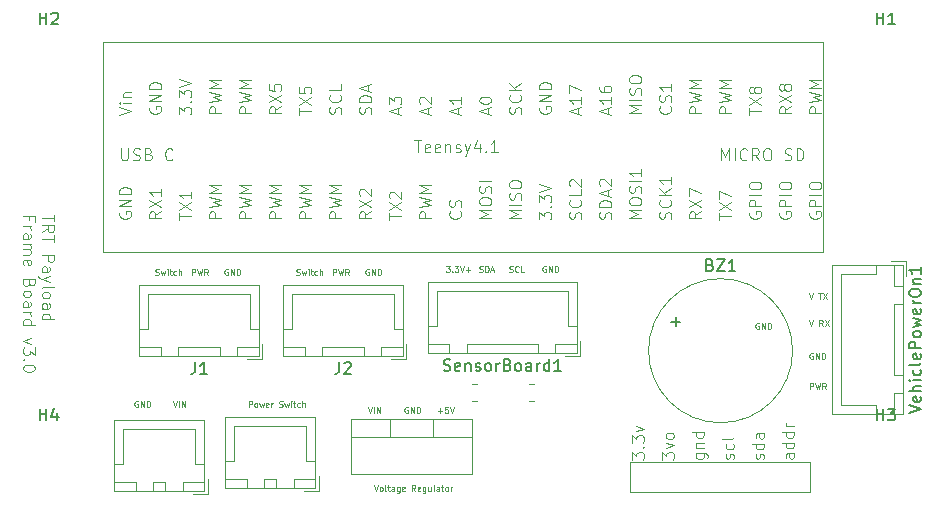
<source format=gbr>
%TF.GenerationSoftware,KiCad,Pcbnew,8.0.2-1*%
%TF.CreationDate,2024-12-19T12:14:32-05:00*%
%TF.ProjectId,Frame PCB v3,4672616d-6520-4504-9342-2076332e6b69,rev?*%
%TF.SameCoordinates,Original*%
%TF.FileFunction,Legend,Top*%
%TF.FilePolarity,Positive*%
%FSLAX46Y46*%
G04 Gerber Fmt 4.6, Leading zero omitted, Abs format (unit mm)*
G04 Created by KiCad (PCBNEW 8.0.2-1) date 2024-12-19 12:14:32*
%MOMM*%
%LPD*%
G01*
G04 APERTURE LIST*
%ADD10C,0.100000*%
%ADD11C,0.150000*%
%ADD12C,0.120000*%
G04 APERTURE END LIST*
D10*
X163006741Y-74641419D02*
X162959122Y-74617609D01*
X162959122Y-74617609D02*
X162887693Y-74617609D01*
X162887693Y-74617609D02*
X162816265Y-74641419D01*
X162816265Y-74641419D02*
X162768646Y-74689038D01*
X162768646Y-74689038D02*
X162744836Y-74736657D01*
X162744836Y-74736657D02*
X162721027Y-74831895D01*
X162721027Y-74831895D02*
X162721027Y-74903323D01*
X162721027Y-74903323D02*
X162744836Y-74998561D01*
X162744836Y-74998561D02*
X162768646Y-75046180D01*
X162768646Y-75046180D02*
X162816265Y-75093800D01*
X162816265Y-75093800D02*
X162887693Y-75117609D01*
X162887693Y-75117609D02*
X162935312Y-75117609D01*
X162935312Y-75117609D02*
X163006741Y-75093800D01*
X163006741Y-75093800D02*
X163030550Y-75069990D01*
X163030550Y-75069990D02*
X163030550Y-74903323D01*
X163030550Y-74903323D02*
X162935312Y-74903323D01*
X163244836Y-75117609D02*
X163244836Y-74617609D01*
X163244836Y-74617609D02*
X163530550Y-75117609D01*
X163530550Y-75117609D02*
X163530550Y-74617609D01*
X163768646Y-75117609D02*
X163768646Y-74617609D01*
X163768646Y-74617609D02*
X163887694Y-74617609D01*
X163887694Y-74617609D02*
X163959122Y-74641419D01*
X163959122Y-74641419D02*
X164006741Y-74689038D01*
X164006741Y-74689038D02*
X164030551Y-74736657D01*
X164030551Y-74736657D02*
X164054360Y-74831895D01*
X164054360Y-74831895D02*
X164054360Y-74903323D01*
X164054360Y-74903323D02*
X164030551Y-74998561D01*
X164030551Y-74998561D02*
X164006741Y-75046180D01*
X164006741Y-75046180D02*
X163959122Y-75093800D01*
X163959122Y-75093800D02*
X163887694Y-75117609D01*
X163887694Y-75117609D02*
X163768646Y-75117609D01*
X151322741Y-86579419D02*
X151275122Y-86555609D01*
X151275122Y-86555609D02*
X151203693Y-86555609D01*
X151203693Y-86555609D02*
X151132265Y-86579419D01*
X151132265Y-86579419D02*
X151084646Y-86627038D01*
X151084646Y-86627038D02*
X151060836Y-86674657D01*
X151060836Y-86674657D02*
X151037027Y-86769895D01*
X151037027Y-86769895D02*
X151037027Y-86841323D01*
X151037027Y-86841323D02*
X151060836Y-86936561D01*
X151060836Y-86936561D02*
X151084646Y-86984180D01*
X151084646Y-86984180D02*
X151132265Y-87031800D01*
X151132265Y-87031800D02*
X151203693Y-87055609D01*
X151203693Y-87055609D02*
X151251312Y-87055609D01*
X151251312Y-87055609D02*
X151322741Y-87031800D01*
X151322741Y-87031800D02*
X151346550Y-87007990D01*
X151346550Y-87007990D02*
X151346550Y-86841323D01*
X151346550Y-86841323D02*
X151251312Y-86841323D01*
X151560836Y-87055609D02*
X151560836Y-86555609D01*
X151560836Y-86555609D02*
X151846550Y-87055609D01*
X151846550Y-87055609D02*
X151846550Y-86555609D01*
X152084646Y-87055609D02*
X152084646Y-86555609D01*
X152084646Y-86555609D02*
X152203694Y-86555609D01*
X152203694Y-86555609D02*
X152275122Y-86579419D01*
X152275122Y-86579419D02*
X152322741Y-86627038D01*
X152322741Y-86627038D02*
X152346551Y-86674657D01*
X152346551Y-86674657D02*
X152370360Y-86769895D01*
X152370360Y-86769895D02*
X152370360Y-86841323D01*
X152370360Y-86841323D02*
X152346551Y-86936561D01*
X152346551Y-86936561D02*
X152322741Y-86984180D01*
X152322741Y-86984180D02*
X152275122Y-87031800D01*
X152275122Y-87031800D02*
X152203694Y-87055609D01*
X152203694Y-87055609D02*
X152084646Y-87055609D01*
X141893027Y-75347800D02*
X141964455Y-75371609D01*
X141964455Y-75371609D02*
X142083503Y-75371609D01*
X142083503Y-75371609D02*
X142131122Y-75347800D01*
X142131122Y-75347800D02*
X142154931Y-75323990D01*
X142154931Y-75323990D02*
X142178741Y-75276371D01*
X142178741Y-75276371D02*
X142178741Y-75228752D01*
X142178741Y-75228752D02*
X142154931Y-75181133D01*
X142154931Y-75181133D02*
X142131122Y-75157323D01*
X142131122Y-75157323D02*
X142083503Y-75133514D01*
X142083503Y-75133514D02*
X141988265Y-75109704D01*
X141988265Y-75109704D02*
X141940646Y-75085895D01*
X141940646Y-75085895D02*
X141916836Y-75062085D01*
X141916836Y-75062085D02*
X141893027Y-75014466D01*
X141893027Y-75014466D02*
X141893027Y-74966847D01*
X141893027Y-74966847D02*
X141916836Y-74919228D01*
X141916836Y-74919228D02*
X141940646Y-74895419D01*
X141940646Y-74895419D02*
X141988265Y-74871609D01*
X141988265Y-74871609D02*
X142107312Y-74871609D01*
X142107312Y-74871609D02*
X142178741Y-74895419D01*
X142345407Y-75038276D02*
X142440645Y-75371609D01*
X142440645Y-75371609D02*
X142535883Y-75133514D01*
X142535883Y-75133514D02*
X142631121Y-75371609D01*
X142631121Y-75371609D02*
X142726359Y-75038276D01*
X142916836Y-75371609D02*
X142916836Y-75038276D01*
X142916836Y-74871609D02*
X142893027Y-74895419D01*
X142893027Y-74895419D02*
X142916836Y-74919228D01*
X142916836Y-74919228D02*
X142940646Y-74895419D01*
X142940646Y-74895419D02*
X142916836Y-74871609D01*
X142916836Y-74871609D02*
X142916836Y-74919228D01*
X143083503Y-75038276D02*
X143273979Y-75038276D01*
X143154931Y-74871609D02*
X143154931Y-75300180D01*
X143154931Y-75300180D02*
X143178741Y-75347800D01*
X143178741Y-75347800D02*
X143226360Y-75371609D01*
X143226360Y-75371609D02*
X143273979Y-75371609D01*
X143654931Y-75347800D02*
X143607312Y-75371609D01*
X143607312Y-75371609D02*
X143512074Y-75371609D01*
X143512074Y-75371609D02*
X143464455Y-75347800D01*
X143464455Y-75347800D02*
X143440645Y-75323990D01*
X143440645Y-75323990D02*
X143416836Y-75276371D01*
X143416836Y-75276371D02*
X143416836Y-75133514D01*
X143416836Y-75133514D02*
X143440645Y-75085895D01*
X143440645Y-75085895D02*
X143464455Y-75062085D01*
X143464455Y-75062085D02*
X143512074Y-75038276D01*
X143512074Y-75038276D02*
X143607312Y-75038276D01*
X143607312Y-75038276D02*
X143654931Y-75062085D01*
X143869216Y-75371609D02*
X143869216Y-74871609D01*
X144083502Y-75371609D02*
X144083502Y-75109704D01*
X144083502Y-75109704D02*
X144059692Y-75062085D01*
X144059692Y-75062085D02*
X144012073Y-75038276D01*
X144012073Y-75038276D02*
X143940645Y-75038276D01*
X143940645Y-75038276D02*
X143893026Y-75062085D01*
X143893026Y-75062085D02*
X143869216Y-75085895D01*
X185350836Y-85023609D02*
X185350836Y-84523609D01*
X185350836Y-84523609D02*
X185541312Y-84523609D01*
X185541312Y-84523609D02*
X185588931Y-84547419D01*
X185588931Y-84547419D02*
X185612741Y-84571228D01*
X185612741Y-84571228D02*
X185636550Y-84618847D01*
X185636550Y-84618847D02*
X185636550Y-84690276D01*
X185636550Y-84690276D02*
X185612741Y-84737895D01*
X185612741Y-84737895D02*
X185588931Y-84761704D01*
X185588931Y-84761704D02*
X185541312Y-84785514D01*
X185541312Y-84785514D02*
X185350836Y-84785514D01*
X185803217Y-84523609D02*
X185922265Y-85023609D01*
X185922265Y-85023609D02*
X186017503Y-84666466D01*
X186017503Y-84666466D02*
X186112741Y-85023609D01*
X186112741Y-85023609D02*
X186231789Y-84523609D01*
X186707979Y-85023609D02*
X186541313Y-84785514D01*
X186422265Y-85023609D02*
X186422265Y-84523609D01*
X186422265Y-84523609D02*
X186612741Y-84523609D01*
X186612741Y-84523609D02*
X186660360Y-84547419D01*
X186660360Y-84547419D02*
X186684170Y-84571228D01*
X186684170Y-84571228D02*
X186707979Y-84618847D01*
X186707979Y-84618847D02*
X186707979Y-84690276D01*
X186707979Y-84690276D02*
X186684170Y-84737895D01*
X186684170Y-84737895D02*
X186660360Y-84761704D01*
X186660360Y-84761704D02*
X186612741Y-84785514D01*
X186612741Y-84785514D02*
X186422265Y-84785514D01*
X137852836Y-86547609D02*
X137852836Y-86047609D01*
X137852836Y-86047609D02*
X138043312Y-86047609D01*
X138043312Y-86047609D02*
X138090931Y-86071419D01*
X138090931Y-86071419D02*
X138114741Y-86095228D01*
X138114741Y-86095228D02*
X138138550Y-86142847D01*
X138138550Y-86142847D02*
X138138550Y-86214276D01*
X138138550Y-86214276D02*
X138114741Y-86261895D01*
X138114741Y-86261895D02*
X138090931Y-86285704D01*
X138090931Y-86285704D02*
X138043312Y-86309514D01*
X138043312Y-86309514D02*
X137852836Y-86309514D01*
X138424265Y-86547609D02*
X138376646Y-86523800D01*
X138376646Y-86523800D02*
X138352836Y-86499990D01*
X138352836Y-86499990D02*
X138329027Y-86452371D01*
X138329027Y-86452371D02*
X138329027Y-86309514D01*
X138329027Y-86309514D02*
X138352836Y-86261895D01*
X138352836Y-86261895D02*
X138376646Y-86238085D01*
X138376646Y-86238085D02*
X138424265Y-86214276D01*
X138424265Y-86214276D02*
X138495693Y-86214276D01*
X138495693Y-86214276D02*
X138543312Y-86238085D01*
X138543312Y-86238085D02*
X138567122Y-86261895D01*
X138567122Y-86261895D02*
X138590931Y-86309514D01*
X138590931Y-86309514D02*
X138590931Y-86452371D01*
X138590931Y-86452371D02*
X138567122Y-86499990D01*
X138567122Y-86499990D02*
X138543312Y-86523800D01*
X138543312Y-86523800D02*
X138495693Y-86547609D01*
X138495693Y-86547609D02*
X138424265Y-86547609D01*
X138757598Y-86214276D02*
X138852836Y-86547609D01*
X138852836Y-86547609D02*
X138948074Y-86309514D01*
X138948074Y-86309514D02*
X139043312Y-86547609D01*
X139043312Y-86547609D02*
X139138550Y-86214276D01*
X139519503Y-86523800D02*
X139471884Y-86547609D01*
X139471884Y-86547609D02*
X139376646Y-86547609D01*
X139376646Y-86547609D02*
X139329027Y-86523800D01*
X139329027Y-86523800D02*
X139305218Y-86476180D01*
X139305218Y-86476180D02*
X139305218Y-86285704D01*
X139305218Y-86285704D02*
X139329027Y-86238085D01*
X139329027Y-86238085D02*
X139376646Y-86214276D01*
X139376646Y-86214276D02*
X139471884Y-86214276D01*
X139471884Y-86214276D02*
X139519503Y-86238085D01*
X139519503Y-86238085D02*
X139543313Y-86285704D01*
X139543313Y-86285704D02*
X139543313Y-86333323D01*
X139543313Y-86333323D02*
X139305218Y-86380942D01*
X139757598Y-86547609D02*
X139757598Y-86214276D01*
X139757598Y-86309514D02*
X139781408Y-86261895D01*
X139781408Y-86261895D02*
X139805217Y-86238085D01*
X139805217Y-86238085D02*
X139852836Y-86214276D01*
X139852836Y-86214276D02*
X139900455Y-86214276D01*
X140424265Y-86523800D02*
X140495693Y-86547609D01*
X140495693Y-86547609D02*
X140614741Y-86547609D01*
X140614741Y-86547609D02*
X140662360Y-86523800D01*
X140662360Y-86523800D02*
X140686169Y-86499990D01*
X140686169Y-86499990D02*
X140709979Y-86452371D01*
X140709979Y-86452371D02*
X140709979Y-86404752D01*
X140709979Y-86404752D02*
X140686169Y-86357133D01*
X140686169Y-86357133D02*
X140662360Y-86333323D01*
X140662360Y-86333323D02*
X140614741Y-86309514D01*
X140614741Y-86309514D02*
X140519503Y-86285704D01*
X140519503Y-86285704D02*
X140471884Y-86261895D01*
X140471884Y-86261895D02*
X140448074Y-86238085D01*
X140448074Y-86238085D02*
X140424265Y-86190466D01*
X140424265Y-86190466D02*
X140424265Y-86142847D01*
X140424265Y-86142847D02*
X140448074Y-86095228D01*
X140448074Y-86095228D02*
X140471884Y-86071419D01*
X140471884Y-86071419D02*
X140519503Y-86047609D01*
X140519503Y-86047609D02*
X140638550Y-86047609D01*
X140638550Y-86047609D02*
X140709979Y-86071419D01*
X140876645Y-86214276D02*
X140971883Y-86547609D01*
X140971883Y-86547609D02*
X141067121Y-86309514D01*
X141067121Y-86309514D02*
X141162359Y-86547609D01*
X141162359Y-86547609D02*
X141257597Y-86214276D01*
X141448074Y-86547609D02*
X141448074Y-86214276D01*
X141448074Y-86047609D02*
X141424265Y-86071419D01*
X141424265Y-86071419D02*
X141448074Y-86095228D01*
X141448074Y-86095228D02*
X141471884Y-86071419D01*
X141471884Y-86071419D02*
X141448074Y-86047609D01*
X141448074Y-86047609D02*
X141448074Y-86095228D01*
X141614741Y-86214276D02*
X141805217Y-86214276D01*
X141686169Y-86047609D02*
X141686169Y-86476180D01*
X141686169Y-86476180D02*
X141709979Y-86523800D01*
X141709979Y-86523800D02*
X141757598Y-86547609D01*
X141757598Y-86547609D02*
X141805217Y-86547609D01*
X142186169Y-86523800D02*
X142138550Y-86547609D01*
X142138550Y-86547609D02*
X142043312Y-86547609D01*
X142043312Y-86547609D02*
X141995693Y-86523800D01*
X141995693Y-86523800D02*
X141971883Y-86499990D01*
X141971883Y-86499990D02*
X141948074Y-86452371D01*
X141948074Y-86452371D02*
X141948074Y-86309514D01*
X141948074Y-86309514D02*
X141971883Y-86261895D01*
X141971883Y-86261895D02*
X141995693Y-86238085D01*
X141995693Y-86238085D02*
X142043312Y-86214276D01*
X142043312Y-86214276D02*
X142138550Y-86214276D01*
X142138550Y-86214276D02*
X142186169Y-86238085D01*
X142400454Y-86547609D02*
X142400454Y-86047609D01*
X142614740Y-86547609D02*
X142614740Y-86285704D01*
X142614740Y-86285704D02*
X142590930Y-86238085D01*
X142590930Y-86238085D02*
X142543311Y-86214276D01*
X142543311Y-86214276D02*
X142471883Y-86214276D01*
X142471883Y-86214276D02*
X142424264Y-86238085D01*
X142424264Y-86238085D02*
X142400454Y-86261895D01*
X129955027Y-75347800D02*
X130026455Y-75371609D01*
X130026455Y-75371609D02*
X130145503Y-75371609D01*
X130145503Y-75371609D02*
X130193122Y-75347800D01*
X130193122Y-75347800D02*
X130216931Y-75323990D01*
X130216931Y-75323990D02*
X130240741Y-75276371D01*
X130240741Y-75276371D02*
X130240741Y-75228752D01*
X130240741Y-75228752D02*
X130216931Y-75181133D01*
X130216931Y-75181133D02*
X130193122Y-75157323D01*
X130193122Y-75157323D02*
X130145503Y-75133514D01*
X130145503Y-75133514D02*
X130050265Y-75109704D01*
X130050265Y-75109704D02*
X130002646Y-75085895D01*
X130002646Y-75085895D02*
X129978836Y-75062085D01*
X129978836Y-75062085D02*
X129955027Y-75014466D01*
X129955027Y-75014466D02*
X129955027Y-74966847D01*
X129955027Y-74966847D02*
X129978836Y-74919228D01*
X129978836Y-74919228D02*
X130002646Y-74895419D01*
X130002646Y-74895419D02*
X130050265Y-74871609D01*
X130050265Y-74871609D02*
X130169312Y-74871609D01*
X130169312Y-74871609D02*
X130240741Y-74895419D01*
X130407407Y-75038276D02*
X130502645Y-75371609D01*
X130502645Y-75371609D02*
X130597883Y-75133514D01*
X130597883Y-75133514D02*
X130693121Y-75371609D01*
X130693121Y-75371609D02*
X130788359Y-75038276D01*
X130978836Y-75371609D02*
X130978836Y-75038276D01*
X130978836Y-74871609D02*
X130955027Y-74895419D01*
X130955027Y-74895419D02*
X130978836Y-74919228D01*
X130978836Y-74919228D02*
X131002646Y-74895419D01*
X131002646Y-74895419D02*
X130978836Y-74871609D01*
X130978836Y-74871609D02*
X130978836Y-74919228D01*
X131145503Y-75038276D02*
X131335979Y-75038276D01*
X131216931Y-74871609D02*
X131216931Y-75300180D01*
X131216931Y-75300180D02*
X131240741Y-75347800D01*
X131240741Y-75347800D02*
X131288360Y-75371609D01*
X131288360Y-75371609D02*
X131335979Y-75371609D01*
X131716931Y-75347800D02*
X131669312Y-75371609D01*
X131669312Y-75371609D02*
X131574074Y-75371609D01*
X131574074Y-75371609D02*
X131526455Y-75347800D01*
X131526455Y-75347800D02*
X131502645Y-75323990D01*
X131502645Y-75323990D02*
X131478836Y-75276371D01*
X131478836Y-75276371D02*
X131478836Y-75133514D01*
X131478836Y-75133514D02*
X131502645Y-75085895D01*
X131502645Y-75085895D02*
X131526455Y-75062085D01*
X131526455Y-75062085D02*
X131574074Y-75038276D01*
X131574074Y-75038276D02*
X131669312Y-75038276D01*
X131669312Y-75038276D02*
X131716931Y-75062085D01*
X131931216Y-75371609D02*
X131931216Y-74871609D01*
X132145502Y-75371609D02*
X132145502Y-75109704D01*
X132145502Y-75109704D02*
X132121692Y-75062085D01*
X132121692Y-75062085D02*
X132074073Y-75038276D01*
X132074073Y-75038276D02*
X132002645Y-75038276D01*
X132002645Y-75038276D02*
X131955026Y-75062085D01*
X131955026Y-75062085D02*
X131931216Y-75085895D01*
X185612741Y-82007419D02*
X185565122Y-81983609D01*
X185565122Y-81983609D02*
X185493693Y-81983609D01*
X185493693Y-81983609D02*
X185422265Y-82007419D01*
X185422265Y-82007419D02*
X185374646Y-82055038D01*
X185374646Y-82055038D02*
X185350836Y-82102657D01*
X185350836Y-82102657D02*
X185327027Y-82197895D01*
X185327027Y-82197895D02*
X185327027Y-82269323D01*
X185327027Y-82269323D02*
X185350836Y-82364561D01*
X185350836Y-82364561D02*
X185374646Y-82412180D01*
X185374646Y-82412180D02*
X185422265Y-82459800D01*
X185422265Y-82459800D02*
X185493693Y-82483609D01*
X185493693Y-82483609D02*
X185541312Y-82483609D01*
X185541312Y-82483609D02*
X185612741Y-82459800D01*
X185612741Y-82459800D02*
X185636550Y-82435990D01*
X185636550Y-82435990D02*
X185636550Y-82269323D01*
X185636550Y-82269323D02*
X185541312Y-82269323D01*
X185850836Y-82483609D02*
X185850836Y-81983609D01*
X185850836Y-81983609D02*
X186136550Y-82483609D01*
X186136550Y-82483609D02*
X186136550Y-81983609D01*
X186374646Y-82483609D02*
X186374646Y-81983609D01*
X186374646Y-81983609D02*
X186493694Y-81983609D01*
X186493694Y-81983609D02*
X186565122Y-82007419D01*
X186565122Y-82007419D02*
X186612741Y-82055038D01*
X186612741Y-82055038D02*
X186636551Y-82102657D01*
X186636551Y-82102657D02*
X186660360Y-82197895D01*
X186660360Y-82197895D02*
X186660360Y-82269323D01*
X186660360Y-82269323D02*
X186636551Y-82364561D01*
X186636551Y-82364561D02*
X186612741Y-82412180D01*
X186612741Y-82412180D02*
X186565122Y-82459800D01*
X186565122Y-82459800D02*
X186493694Y-82483609D01*
X186493694Y-82483609D02*
X186374646Y-82483609D01*
X133026836Y-75371609D02*
X133026836Y-74871609D01*
X133026836Y-74871609D02*
X133217312Y-74871609D01*
X133217312Y-74871609D02*
X133264931Y-74895419D01*
X133264931Y-74895419D02*
X133288741Y-74919228D01*
X133288741Y-74919228D02*
X133312550Y-74966847D01*
X133312550Y-74966847D02*
X133312550Y-75038276D01*
X133312550Y-75038276D02*
X133288741Y-75085895D01*
X133288741Y-75085895D02*
X133264931Y-75109704D01*
X133264931Y-75109704D02*
X133217312Y-75133514D01*
X133217312Y-75133514D02*
X133026836Y-75133514D01*
X133479217Y-74871609D02*
X133598265Y-75371609D01*
X133598265Y-75371609D02*
X133693503Y-75014466D01*
X133693503Y-75014466D02*
X133788741Y-75371609D01*
X133788741Y-75371609D02*
X133907789Y-74871609D01*
X134383979Y-75371609D02*
X134217313Y-75133514D01*
X134098265Y-75371609D02*
X134098265Y-74871609D01*
X134098265Y-74871609D02*
X134288741Y-74871609D01*
X134288741Y-74871609D02*
X134336360Y-74895419D01*
X134336360Y-74895419D02*
X134360170Y-74919228D01*
X134360170Y-74919228D02*
X134383979Y-74966847D01*
X134383979Y-74966847D02*
X134383979Y-75038276D01*
X134383979Y-75038276D02*
X134360170Y-75085895D01*
X134360170Y-75085895D02*
X134336360Y-75109704D01*
X134336360Y-75109704D02*
X134288741Y-75133514D01*
X134288741Y-75133514D02*
X134098265Y-75133514D01*
X131431408Y-86047609D02*
X131598074Y-86547609D01*
X131598074Y-86547609D02*
X131764741Y-86047609D01*
X131931407Y-86547609D02*
X131931407Y-86047609D01*
X132169502Y-86547609D02*
X132169502Y-86047609D01*
X132169502Y-86047609D02*
X132455216Y-86547609D01*
X132455216Y-86547609D02*
X132455216Y-86047609D01*
X185279408Y-79189609D02*
X185446074Y-79689609D01*
X185446074Y-79689609D02*
X185612741Y-79189609D01*
X186446073Y-79689609D02*
X186279407Y-79451514D01*
X186160359Y-79689609D02*
X186160359Y-79189609D01*
X186160359Y-79189609D02*
X186350835Y-79189609D01*
X186350835Y-79189609D02*
X186398454Y-79213419D01*
X186398454Y-79213419D02*
X186422264Y-79237228D01*
X186422264Y-79237228D02*
X186446073Y-79284847D01*
X186446073Y-79284847D02*
X186446073Y-79356276D01*
X186446073Y-79356276D02*
X186422264Y-79403895D01*
X186422264Y-79403895D02*
X186398454Y-79427704D01*
X186398454Y-79427704D02*
X186350835Y-79451514D01*
X186350835Y-79451514D02*
X186160359Y-79451514D01*
X186612740Y-79189609D02*
X186946073Y-79689609D01*
X186946073Y-79189609D02*
X186612740Y-79689609D01*
X148020741Y-74895419D02*
X147973122Y-74871609D01*
X147973122Y-74871609D02*
X147901693Y-74871609D01*
X147901693Y-74871609D02*
X147830265Y-74895419D01*
X147830265Y-74895419D02*
X147782646Y-74943038D01*
X147782646Y-74943038D02*
X147758836Y-74990657D01*
X147758836Y-74990657D02*
X147735027Y-75085895D01*
X147735027Y-75085895D02*
X147735027Y-75157323D01*
X147735027Y-75157323D02*
X147758836Y-75252561D01*
X147758836Y-75252561D02*
X147782646Y-75300180D01*
X147782646Y-75300180D02*
X147830265Y-75347800D01*
X147830265Y-75347800D02*
X147901693Y-75371609D01*
X147901693Y-75371609D02*
X147949312Y-75371609D01*
X147949312Y-75371609D02*
X148020741Y-75347800D01*
X148020741Y-75347800D02*
X148044550Y-75323990D01*
X148044550Y-75323990D02*
X148044550Y-75157323D01*
X148044550Y-75157323D02*
X147949312Y-75157323D01*
X148258836Y-75371609D02*
X148258836Y-74871609D01*
X148258836Y-74871609D02*
X148544550Y-75371609D01*
X148544550Y-75371609D02*
X148544550Y-74871609D01*
X148782646Y-75371609D02*
X148782646Y-74871609D01*
X148782646Y-74871609D02*
X148901694Y-74871609D01*
X148901694Y-74871609D02*
X148973122Y-74895419D01*
X148973122Y-74895419D02*
X149020741Y-74943038D01*
X149020741Y-74943038D02*
X149044551Y-74990657D01*
X149044551Y-74990657D02*
X149068360Y-75085895D01*
X149068360Y-75085895D02*
X149068360Y-75157323D01*
X149068360Y-75157323D02*
X149044551Y-75252561D01*
X149044551Y-75252561D02*
X149020741Y-75300180D01*
X149020741Y-75300180D02*
X148973122Y-75347800D01*
X148973122Y-75347800D02*
X148901694Y-75371609D01*
X148901694Y-75371609D02*
X148782646Y-75371609D01*
X153854836Y-86865133D02*
X154235789Y-86865133D01*
X154045312Y-87055609D02*
X154045312Y-86674657D01*
X154711979Y-86555609D02*
X154473884Y-86555609D01*
X154473884Y-86555609D02*
X154450075Y-86793704D01*
X154450075Y-86793704D02*
X154473884Y-86769895D01*
X154473884Y-86769895D02*
X154521503Y-86746085D01*
X154521503Y-86746085D02*
X154640551Y-86746085D01*
X154640551Y-86746085D02*
X154688170Y-86769895D01*
X154688170Y-86769895D02*
X154711979Y-86793704D01*
X154711979Y-86793704D02*
X154735789Y-86841323D01*
X154735789Y-86841323D02*
X154735789Y-86960371D01*
X154735789Y-86960371D02*
X154711979Y-87007990D01*
X154711979Y-87007990D02*
X154688170Y-87031800D01*
X154688170Y-87031800D02*
X154640551Y-87055609D01*
X154640551Y-87055609D02*
X154521503Y-87055609D01*
X154521503Y-87055609D02*
X154473884Y-87031800D01*
X154473884Y-87031800D02*
X154450075Y-87007990D01*
X154878646Y-86555609D02*
X155045312Y-87055609D01*
X155045312Y-87055609D02*
X155211979Y-86555609D01*
X136082741Y-74895419D02*
X136035122Y-74871609D01*
X136035122Y-74871609D02*
X135963693Y-74871609D01*
X135963693Y-74871609D02*
X135892265Y-74895419D01*
X135892265Y-74895419D02*
X135844646Y-74943038D01*
X135844646Y-74943038D02*
X135820836Y-74990657D01*
X135820836Y-74990657D02*
X135797027Y-75085895D01*
X135797027Y-75085895D02*
X135797027Y-75157323D01*
X135797027Y-75157323D02*
X135820836Y-75252561D01*
X135820836Y-75252561D02*
X135844646Y-75300180D01*
X135844646Y-75300180D02*
X135892265Y-75347800D01*
X135892265Y-75347800D02*
X135963693Y-75371609D01*
X135963693Y-75371609D02*
X136011312Y-75371609D01*
X136011312Y-75371609D02*
X136082741Y-75347800D01*
X136082741Y-75347800D02*
X136106550Y-75323990D01*
X136106550Y-75323990D02*
X136106550Y-75157323D01*
X136106550Y-75157323D02*
X136011312Y-75157323D01*
X136320836Y-75371609D02*
X136320836Y-74871609D01*
X136320836Y-74871609D02*
X136606550Y-75371609D01*
X136606550Y-75371609D02*
X136606550Y-74871609D01*
X136844646Y-75371609D02*
X136844646Y-74871609D01*
X136844646Y-74871609D02*
X136963694Y-74871609D01*
X136963694Y-74871609D02*
X137035122Y-74895419D01*
X137035122Y-74895419D02*
X137082741Y-74943038D01*
X137082741Y-74943038D02*
X137106551Y-74990657D01*
X137106551Y-74990657D02*
X137130360Y-75085895D01*
X137130360Y-75085895D02*
X137130360Y-75157323D01*
X137130360Y-75157323D02*
X137106551Y-75252561D01*
X137106551Y-75252561D02*
X137082741Y-75300180D01*
X137082741Y-75300180D02*
X137035122Y-75347800D01*
X137035122Y-75347800D02*
X136963694Y-75371609D01*
X136963694Y-75371609D02*
X136844646Y-75371609D01*
X128462741Y-86071419D02*
X128415122Y-86047609D01*
X128415122Y-86047609D02*
X128343693Y-86047609D01*
X128343693Y-86047609D02*
X128272265Y-86071419D01*
X128272265Y-86071419D02*
X128224646Y-86119038D01*
X128224646Y-86119038D02*
X128200836Y-86166657D01*
X128200836Y-86166657D02*
X128177027Y-86261895D01*
X128177027Y-86261895D02*
X128177027Y-86333323D01*
X128177027Y-86333323D02*
X128200836Y-86428561D01*
X128200836Y-86428561D02*
X128224646Y-86476180D01*
X128224646Y-86476180D02*
X128272265Y-86523800D01*
X128272265Y-86523800D02*
X128343693Y-86547609D01*
X128343693Y-86547609D02*
X128391312Y-86547609D01*
X128391312Y-86547609D02*
X128462741Y-86523800D01*
X128462741Y-86523800D02*
X128486550Y-86499990D01*
X128486550Y-86499990D02*
X128486550Y-86333323D01*
X128486550Y-86333323D02*
X128391312Y-86333323D01*
X128700836Y-86547609D02*
X128700836Y-86047609D01*
X128700836Y-86047609D02*
X128986550Y-86547609D01*
X128986550Y-86547609D02*
X128986550Y-86047609D01*
X129224646Y-86547609D02*
X129224646Y-86047609D01*
X129224646Y-86047609D02*
X129343694Y-86047609D01*
X129343694Y-86047609D02*
X129415122Y-86071419D01*
X129415122Y-86071419D02*
X129462741Y-86119038D01*
X129462741Y-86119038D02*
X129486551Y-86166657D01*
X129486551Y-86166657D02*
X129510360Y-86261895D01*
X129510360Y-86261895D02*
X129510360Y-86333323D01*
X129510360Y-86333323D02*
X129486551Y-86428561D01*
X129486551Y-86428561D02*
X129462741Y-86476180D01*
X129462741Y-86476180D02*
X129415122Y-86523800D01*
X129415122Y-86523800D02*
X129343694Y-86547609D01*
X129343694Y-86547609D02*
X129224646Y-86547609D01*
X148449408Y-93159609D02*
X148616074Y-93659609D01*
X148616074Y-93659609D02*
X148782741Y-93159609D01*
X149020836Y-93659609D02*
X148973217Y-93635800D01*
X148973217Y-93635800D02*
X148949407Y-93611990D01*
X148949407Y-93611990D02*
X148925598Y-93564371D01*
X148925598Y-93564371D02*
X148925598Y-93421514D01*
X148925598Y-93421514D02*
X148949407Y-93373895D01*
X148949407Y-93373895D02*
X148973217Y-93350085D01*
X148973217Y-93350085D02*
X149020836Y-93326276D01*
X149020836Y-93326276D02*
X149092264Y-93326276D01*
X149092264Y-93326276D02*
X149139883Y-93350085D01*
X149139883Y-93350085D02*
X149163693Y-93373895D01*
X149163693Y-93373895D02*
X149187502Y-93421514D01*
X149187502Y-93421514D02*
X149187502Y-93564371D01*
X149187502Y-93564371D02*
X149163693Y-93611990D01*
X149163693Y-93611990D02*
X149139883Y-93635800D01*
X149139883Y-93635800D02*
X149092264Y-93659609D01*
X149092264Y-93659609D02*
X149020836Y-93659609D01*
X149473217Y-93659609D02*
X149425598Y-93635800D01*
X149425598Y-93635800D02*
X149401788Y-93588180D01*
X149401788Y-93588180D02*
X149401788Y-93159609D01*
X149592265Y-93326276D02*
X149782741Y-93326276D01*
X149663693Y-93159609D02*
X149663693Y-93588180D01*
X149663693Y-93588180D02*
X149687503Y-93635800D01*
X149687503Y-93635800D02*
X149735122Y-93659609D01*
X149735122Y-93659609D02*
X149782741Y-93659609D01*
X150163693Y-93659609D02*
X150163693Y-93397704D01*
X150163693Y-93397704D02*
X150139883Y-93350085D01*
X150139883Y-93350085D02*
X150092264Y-93326276D01*
X150092264Y-93326276D02*
X149997026Y-93326276D01*
X149997026Y-93326276D02*
X149949407Y-93350085D01*
X150163693Y-93635800D02*
X150116074Y-93659609D01*
X150116074Y-93659609D02*
X149997026Y-93659609D01*
X149997026Y-93659609D02*
X149949407Y-93635800D01*
X149949407Y-93635800D02*
X149925598Y-93588180D01*
X149925598Y-93588180D02*
X149925598Y-93540561D01*
X149925598Y-93540561D02*
X149949407Y-93492942D01*
X149949407Y-93492942D02*
X149997026Y-93469133D01*
X149997026Y-93469133D02*
X150116074Y-93469133D01*
X150116074Y-93469133D02*
X150163693Y-93445323D01*
X150616074Y-93326276D02*
X150616074Y-93731038D01*
X150616074Y-93731038D02*
X150592264Y-93778657D01*
X150592264Y-93778657D02*
X150568455Y-93802466D01*
X150568455Y-93802466D02*
X150520836Y-93826276D01*
X150520836Y-93826276D02*
X150449407Y-93826276D01*
X150449407Y-93826276D02*
X150401788Y-93802466D01*
X150616074Y-93635800D02*
X150568455Y-93659609D01*
X150568455Y-93659609D02*
X150473217Y-93659609D01*
X150473217Y-93659609D02*
X150425598Y-93635800D01*
X150425598Y-93635800D02*
X150401788Y-93611990D01*
X150401788Y-93611990D02*
X150377979Y-93564371D01*
X150377979Y-93564371D02*
X150377979Y-93421514D01*
X150377979Y-93421514D02*
X150401788Y-93373895D01*
X150401788Y-93373895D02*
X150425598Y-93350085D01*
X150425598Y-93350085D02*
X150473217Y-93326276D01*
X150473217Y-93326276D02*
X150568455Y-93326276D01*
X150568455Y-93326276D02*
X150616074Y-93350085D01*
X151044645Y-93635800D02*
X150997026Y-93659609D01*
X150997026Y-93659609D02*
X150901788Y-93659609D01*
X150901788Y-93659609D02*
X150854169Y-93635800D01*
X150854169Y-93635800D02*
X150830360Y-93588180D01*
X150830360Y-93588180D02*
X150830360Y-93397704D01*
X150830360Y-93397704D02*
X150854169Y-93350085D01*
X150854169Y-93350085D02*
X150901788Y-93326276D01*
X150901788Y-93326276D02*
X150997026Y-93326276D01*
X150997026Y-93326276D02*
X151044645Y-93350085D01*
X151044645Y-93350085D02*
X151068455Y-93397704D01*
X151068455Y-93397704D02*
X151068455Y-93445323D01*
X151068455Y-93445323D02*
X150830360Y-93492942D01*
X151949406Y-93659609D02*
X151782740Y-93421514D01*
X151663692Y-93659609D02*
X151663692Y-93159609D01*
X151663692Y-93159609D02*
X151854168Y-93159609D01*
X151854168Y-93159609D02*
X151901787Y-93183419D01*
X151901787Y-93183419D02*
X151925597Y-93207228D01*
X151925597Y-93207228D02*
X151949406Y-93254847D01*
X151949406Y-93254847D02*
X151949406Y-93326276D01*
X151949406Y-93326276D02*
X151925597Y-93373895D01*
X151925597Y-93373895D02*
X151901787Y-93397704D01*
X151901787Y-93397704D02*
X151854168Y-93421514D01*
X151854168Y-93421514D02*
X151663692Y-93421514D01*
X152354168Y-93635800D02*
X152306549Y-93659609D01*
X152306549Y-93659609D02*
X152211311Y-93659609D01*
X152211311Y-93659609D02*
X152163692Y-93635800D01*
X152163692Y-93635800D02*
X152139883Y-93588180D01*
X152139883Y-93588180D02*
X152139883Y-93397704D01*
X152139883Y-93397704D02*
X152163692Y-93350085D01*
X152163692Y-93350085D02*
X152211311Y-93326276D01*
X152211311Y-93326276D02*
X152306549Y-93326276D01*
X152306549Y-93326276D02*
X152354168Y-93350085D01*
X152354168Y-93350085D02*
X152377978Y-93397704D01*
X152377978Y-93397704D02*
X152377978Y-93445323D01*
X152377978Y-93445323D02*
X152139883Y-93492942D01*
X152806549Y-93326276D02*
X152806549Y-93731038D01*
X152806549Y-93731038D02*
X152782739Y-93778657D01*
X152782739Y-93778657D02*
X152758930Y-93802466D01*
X152758930Y-93802466D02*
X152711311Y-93826276D01*
X152711311Y-93826276D02*
X152639882Y-93826276D01*
X152639882Y-93826276D02*
X152592263Y-93802466D01*
X152806549Y-93635800D02*
X152758930Y-93659609D01*
X152758930Y-93659609D02*
X152663692Y-93659609D01*
X152663692Y-93659609D02*
X152616073Y-93635800D01*
X152616073Y-93635800D02*
X152592263Y-93611990D01*
X152592263Y-93611990D02*
X152568454Y-93564371D01*
X152568454Y-93564371D02*
X152568454Y-93421514D01*
X152568454Y-93421514D02*
X152592263Y-93373895D01*
X152592263Y-93373895D02*
X152616073Y-93350085D01*
X152616073Y-93350085D02*
X152663692Y-93326276D01*
X152663692Y-93326276D02*
X152758930Y-93326276D01*
X152758930Y-93326276D02*
X152806549Y-93350085D01*
X153258930Y-93326276D02*
X153258930Y-93659609D01*
X153044644Y-93326276D02*
X153044644Y-93588180D01*
X153044644Y-93588180D02*
X153068454Y-93635800D01*
X153068454Y-93635800D02*
X153116073Y-93659609D01*
X153116073Y-93659609D02*
X153187501Y-93659609D01*
X153187501Y-93659609D02*
X153235120Y-93635800D01*
X153235120Y-93635800D02*
X153258930Y-93611990D01*
X153568454Y-93659609D02*
X153520835Y-93635800D01*
X153520835Y-93635800D02*
X153497025Y-93588180D01*
X153497025Y-93588180D02*
X153497025Y-93159609D01*
X153973216Y-93659609D02*
X153973216Y-93397704D01*
X153973216Y-93397704D02*
X153949406Y-93350085D01*
X153949406Y-93350085D02*
X153901787Y-93326276D01*
X153901787Y-93326276D02*
X153806549Y-93326276D01*
X153806549Y-93326276D02*
X153758930Y-93350085D01*
X153973216Y-93635800D02*
X153925597Y-93659609D01*
X153925597Y-93659609D02*
X153806549Y-93659609D01*
X153806549Y-93659609D02*
X153758930Y-93635800D01*
X153758930Y-93635800D02*
X153735121Y-93588180D01*
X153735121Y-93588180D02*
X153735121Y-93540561D01*
X153735121Y-93540561D02*
X153758930Y-93492942D01*
X153758930Y-93492942D02*
X153806549Y-93469133D01*
X153806549Y-93469133D02*
X153925597Y-93469133D01*
X153925597Y-93469133D02*
X153973216Y-93445323D01*
X154139883Y-93326276D02*
X154330359Y-93326276D01*
X154211311Y-93159609D02*
X154211311Y-93588180D01*
X154211311Y-93588180D02*
X154235121Y-93635800D01*
X154235121Y-93635800D02*
X154282740Y-93659609D01*
X154282740Y-93659609D02*
X154330359Y-93659609D01*
X154568454Y-93659609D02*
X154520835Y-93635800D01*
X154520835Y-93635800D02*
X154497025Y-93611990D01*
X154497025Y-93611990D02*
X154473216Y-93564371D01*
X154473216Y-93564371D02*
X154473216Y-93421514D01*
X154473216Y-93421514D02*
X154497025Y-93373895D01*
X154497025Y-93373895D02*
X154520835Y-93350085D01*
X154520835Y-93350085D02*
X154568454Y-93326276D01*
X154568454Y-93326276D02*
X154639882Y-93326276D01*
X154639882Y-93326276D02*
X154687501Y-93350085D01*
X154687501Y-93350085D02*
X154711311Y-93373895D01*
X154711311Y-93373895D02*
X154735120Y-93421514D01*
X154735120Y-93421514D02*
X154735120Y-93564371D01*
X154735120Y-93564371D02*
X154711311Y-93611990D01*
X154711311Y-93611990D02*
X154687501Y-93635800D01*
X154687501Y-93635800D02*
X154639882Y-93659609D01*
X154639882Y-93659609D02*
X154568454Y-93659609D01*
X154949406Y-93659609D02*
X154949406Y-93326276D01*
X154949406Y-93421514D02*
X154973216Y-93373895D01*
X154973216Y-93373895D02*
X154997025Y-93350085D01*
X154997025Y-93350085D02*
X155044644Y-93326276D01*
X155044644Y-93326276D02*
X155092263Y-93326276D01*
X147941408Y-86555609D02*
X148108074Y-87055609D01*
X148108074Y-87055609D02*
X148274741Y-86555609D01*
X148441407Y-87055609D02*
X148441407Y-86555609D01*
X148679502Y-87055609D02*
X148679502Y-86555609D01*
X148679502Y-86555609D02*
X148965216Y-87055609D01*
X148965216Y-87055609D02*
X148965216Y-86555609D01*
X121355524Y-70265027D02*
X121355524Y-70836455D01*
X120355524Y-70550741D02*
X121355524Y-70550741D01*
X120355524Y-71741217D02*
X120831715Y-71407884D01*
X120355524Y-71169789D02*
X121355524Y-71169789D01*
X121355524Y-71169789D02*
X121355524Y-71550741D01*
X121355524Y-71550741D02*
X121307905Y-71645979D01*
X121307905Y-71645979D02*
X121260286Y-71693598D01*
X121260286Y-71693598D02*
X121165048Y-71741217D01*
X121165048Y-71741217D02*
X121022191Y-71741217D01*
X121022191Y-71741217D02*
X120926953Y-71693598D01*
X120926953Y-71693598D02*
X120879334Y-71645979D01*
X120879334Y-71645979D02*
X120831715Y-71550741D01*
X120831715Y-71550741D02*
X120831715Y-71169789D01*
X121355524Y-72026932D02*
X121355524Y-72598360D01*
X120355524Y-72312646D02*
X121355524Y-72312646D01*
X120355524Y-73693599D02*
X121355524Y-73693599D01*
X121355524Y-73693599D02*
X121355524Y-74074551D01*
X121355524Y-74074551D02*
X121307905Y-74169789D01*
X121307905Y-74169789D02*
X121260286Y-74217408D01*
X121260286Y-74217408D02*
X121165048Y-74265027D01*
X121165048Y-74265027D02*
X121022191Y-74265027D01*
X121022191Y-74265027D02*
X120926953Y-74217408D01*
X120926953Y-74217408D02*
X120879334Y-74169789D01*
X120879334Y-74169789D02*
X120831715Y-74074551D01*
X120831715Y-74074551D02*
X120831715Y-73693599D01*
X120355524Y-75122170D02*
X120879334Y-75122170D01*
X120879334Y-75122170D02*
X120974572Y-75074551D01*
X120974572Y-75074551D02*
X121022191Y-74979313D01*
X121022191Y-74979313D02*
X121022191Y-74788837D01*
X121022191Y-74788837D02*
X120974572Y-74693599D01*
X120403144Y-75122170D02*
X120355524Y-75026932D01*
X120355524Y-75026932D02*
X120355524Y-74788837D01*
X120355524Y-74788837D02*
X120403144Y-74693599D01*
X120403144Y-74693599D02*
X120498382Y-74645980D01*
X120498382Y-74645980D02*
X120593620Y-74645980D01*
X120593620Y-74645980D02*
X120688858Y-74693599D01*
X120688858Y-74693599D02*
X120736477Y-74788837D01*
X120736477Y-74788837D02*
X120736477Y-75026932D01*
X120736477Y-75026932D02*
X120784096Y-75122170D01*
X121022191Y-75503123D02*
X120355524Y-75741218D01*
X121022191Y-75979313D02*
X120355524Y-75741218D01*
X120355524Y-75741218D02*
X120117429Y-75645980D01*
X120117429Y-75645980D02*
X120069810Y-75598361D01*
X120069810Y-75598361D02*
X120022191Y-75503123D01*
X120355524Y-76503123D02*
X120403144Y-76407885D01*
X120403144Y-76407885D02*
X120498382Y-76360266D01*
X120498382Y-76360266D02*
X121355524Y-76360266D01*
X120355524Y-77026933D02*
X120403144Y-76931695D01*
X120403144Y-76931695D02*
X120450763Y-76884076D01*
X120450763Y-76884076D02*
X120546001Y-76836457D01*
X120546001Y-76836457D02*
X120831715Y-76836457D01*
X120831715Y-76836457D02*
X120926953Y-76884076D01*
X120926953Y-76884076D02*
X120974572Y-76931695D01*
X120974572Y-76931695D02*
X121022191Y-77026933D01*
X121022191Y-77026933D02*
X121022191Y-77169790D01*
X121022191Y-77169790D02*
X120974572Y-77265028D01*
X120974572Y-77265028D02*
X120926953Y-77312647D01*
X120926953Y-77312647D02*
X120831715Y-77360266D01*
X120831715Y-77360266D02*
X120546001Y-77360266D01*
X120546001Y-77360266D02*
X120450763Y-77312647D01*
X120450763Y-77312647D02*
X120403144Y-77265028D01*
X120403144Y-77265028D02*
X120355524Y-77169790D01*
X120355524Y-77169790D02*
X120355524Y-77026933D01*
X120355524Y-78217409D02*
X120879334Y-78217409D01*
X120879334Y-78217409D02*
X120974572Y-78169790D01*
X120974572Y-78169790D02*
X121022191Y-78074552D01*
X121022191Y-78074552D02*
X121022191Y-77884076D01*
X121022191Y-77884076D02*
X120974572Y-77788838D01*
X120403144Y-78217409D02*
X120355524Y-78122171D01*
X120355524Y-78122171D02*
X120355524Y-77884076D01*
X120355524Y-77884076D02*
X120403144Y-77788838D01*
X120403144Y-77788838D02*
X120498382Y-77741219D01*
X120498382Y-77741219D02*
X120593620Y-77741219D01*
X120593620Y-77741219D02*
X120688858Y-77788838D01*
X120688858Y-77788838D02*
X120736477Y-77884076D01*
X120736477Y-77884076D02*
X120736477Y-78122171D01*
X120736477Y-78122171D02*
X120784096Y-78217409D01*
X120355524Y-79122171D02*
X121355524Y-79122171D01*
X120403144Y-79122171D02*
X120355524Y-79026933D01*
X120355524Y-79026933D02*
X120355524Y-78836457D01*
X120355524Y-78836457D02*
X120403144Y-78741219D01*
X120403144Y-78741219D02*
X120450763Y-78693600D01*
X120450763Y-78693600D02*
X120546001Y-78645981D01*
X120546001Y-78645981D02*
X120831715Y-78645981D01*
X120831715Y-78645981D02*
X120926953Y-78693600D01*
X120926953Y-78693600D02*
X120974572Y-78741219D01*
X120974572Y-78741219D02*
X121022191Y-78836457D01*
X121022191Y-78836457D02*
X121022191Y-79026933D01*
X121022191Y-79026933D02*
X120974572Y-79122171D01*
X119269390Y-70741217D02*
X119269390Y-70407884D01*
X118745580Y-70407884D02*
X119745580Y-70407884D01*
X119745580Y-70407884D02*
X119745580Y-70884074D01*
X118745580Y-71265027D02*
X119412247Y-71265027D01*
X119221771Y-71265027D02*
X119317009Y-71312646D01*
X119317009Y-71312646D02*
X119364628Y-71360265D01*
X119364628Y-71360265D02*
X119412247Y-71455503D01*
X119412247Y-71455503D02*
X119412247Y-71550741D01*
X118745580Y-72312646D02*
X119269390Y-72312646D01*
X119269390Y-72312646D02*
X119364628Y-72265027D01*
X119364628Y-72265027D02*
X119412247Y-72169789D01*
X119412247Y-72169789D02*
X119412247Y-71979313D01*
X119412247Y-71979313D02*
X119364628Y-71884075D01*
X118793200Y-72312646D02*
X118745580Y-72217408D01*
X118745580Y-72217408D02*
X118745580Y-71979313D01*
X118745580Y-71979313D02*
X118793200Y-71884075D01*
X118793200Y-71884075D02*
X118888438Y-71836456D01*
X118888438Y-71836456D02*
X118983676Y-71836456D01*
X118983676Y-71836456D02*
X119078914Y-71884075D01*
X119078914Y-71884075D02*
X119126533Y-71979313D01*
X119126533Y-71979313D02*
X119126533Y-72217408D01*
X119126533Y-72217408D02*
X119174152Y-72312646D01*
X118745580Y-72788837D02*
X119412247Y-72788837D01*
X119317009Y-72788837D02*
X119364628Y-72836456D01*
X119364628Y-72836456D02*
X119412247Y-72931694D01*
X119412247Y-72931694D02*
X119412247Y-73074551D01*
X119412247Y-73074551D02*
X119364628Y-73169789D01*
X119364628Y-73169789D02*
X119269390Y-73217408D01*
X119269390Y-73217408D02*
X118745580Y-73217408D01*
X119269390Y-73217408D02*
X119364628Y-73265027D01*
X119364628Y-73265027D02*
X119412247Y-73360265D01*
X119412247Y-73360265D02*
X119412247Y-73503122D01*
X119412247Y-73503122D02*
X119364628Y-73598361D01*
X119364628Y-73598361D02*
X119269390Y-73645980D01*
X119269390Y-73645980D02*
X118745580Y-73645980D01*
X118793200Y-74503122D02*
X118745580Y-74407884D01*
X118745580Y-74407884D02*
X118745580Y-74217408D01*
X118745580Y-74217408D02*
X118793200Y-74122170D01*
X118793200Y-74122170D02*
X118888438Y-74074551D01*
X118888438Y-74074551D02*
X119269390Y-74074551D01*
X119269390Y-74074551D02*
X119364628Y-74122170D01*
X119364628Y-74122170D02*
X119412247Y-74217408D01*
X119412247Y-74217408D02*
X119412247Y-74407884D01*
X119412247Y-74407884D02*
X119364628Y-74503122D01*
X119364628Y-74503122D02*
X119269390Y-74550741D01*
X119269390Y-74550741D02*
X119174152Y-74550741D01*
X119174152Y-74550741D02*
X119078914Y-74074551D01*
X119269390Y-76074551D02*
X119221771Y-76217408D01*
X119221771Y-76217408D02*
X119174152Y-76265027D01*
X119174152Y-76265027D02*
X119078914Y-76312646D01*
X119078914Y-76312646D02*
X118936057Y-76312646D01*
X118936057Y-76312646D02*
X118840819Y-76265027D01*
X118840819Y-76265027D02*
X118793200Y-76217408D01*
X118793200Y-76217408D02*
X118745580Y-76122170D01*
X118745580Y-76122170D02*
X118745580Y-75741218D01*
X118745580Y-75741218D02*
X119745580Y-75741218D01*
X119745580Y-75741218D02*
X119745580Y-76074551D01*
X119745580Y-76074551D02*
X119697961Y-76169789D01*
X119697961Y-76169789D02*
X119650342Y-76217408D01*
X119650342Y-76217408D02*
X119555104Y-76265027D01*
X119555104Y-76265027D02*
X119459866Y-76265027D01*
X119459866Y-76265027D02*
X119364628Y-76217408D01*
X119364628Y-76217408D02*
X119317009Y-76169789D01*
X119317009Y-76169789D02*
X119269390Y-76074551D01*
X119269390Y-76074551D02*
X119269390Y-75741218D01*
X118745580Y-76884075D02*
X118793200Y-76788837D01*
X118793200Y-76788837D02*
X118840819Y-76741218D01*
X118840819Y-76741218D02*
X118936057Y-76693599D01*
X118936057Y-76693599D02*
X119221771Y-76693599D01*
X119221771Y-76693599D02*
X119317009Y-76741218D01*
X119317009Y-76741218D02*
X119364628Y-76788837D01*
X119364628Y-76788837D02*
X119412247Y-76884075D01*
X119412247Y-76884075D02*
X119412247Y-77026932D01*
X119412247Y-77026932D02*
X119364628Y-77122170D01*
X119364628Y-77122170D02*
X119317009Y-77169789D01*
X119317009Y-77169789D02*
X119221771Y-77217408D01*
X119221771Y-77217408D02*
X118936057Y-77217408D01*
X118936057Y-77217408D02*
X118840819Y-77169789D01*
X118840819Y-77169789D02*
X118793200Y-77122170D01*
X118793200Y-77122170D02*
X118745580Y-77026932D01*
X118745580Y-77026932D02*
X118745580Y-76884075D01*
X118745580Y-78074551D02*
X119269390Y-78074551D01*
X119269390Y-78074551D02*
X119364628Y-78026932D01*
X119364628Y-78026932D02*
X119412247Y-77931694D01*
X119412247Y-77931694D02*
X119412247Y-77741218D01*
X119412247Y-77741218D02*
X119364628Y-77645980D01*
X118793200Y-78074551D02*
X118745580Y-77979313D01*
X118745580Y-77979313D02*
X118745580Y-77741218D01*
X118745580Y-77741218D02*
X118793200Y-77645980D01*
X118793200Y-77645980D02*
X118888438Y-77598361D01*
X118888438Y-77598361D02*
X118983676Y-77598361D01*
X118983676Y-77598361D02*
X119078914Y-77645980D01*
X119078914Y-77645980D02*
X119126533Y-77741218D01*
X119126533Y-77741218D02*
X119126533Y-77979313D01*
X119126533Y-77979313D02*
X119174152Y-78074551D01*
X118745580Y-78550742D02*
X119412247Y-78550742D01*
X119221771Y-78550742D02*
X119317009Y-78598361D01*
X119317009Y-78598361D02*
X119364628Y-78645980D01*
X119364628Y-78645980D02*
X119412247Y-78741218D01*
X119412247Y-78741218D02*
X119412247Y-78836456D01*
X118745580Y-79598361D02*
X119745580Y-79598361D01*
X118793200Y-79598361D02*
X118745580Y-79503123D01*
X118745580Y-79503123D02*
X118745580Y-79312647D01*
X118745580Y-79312647D02*
X118793200Y-79217409D01*
X118793200Y-79217409D02*
X118840819Y-79169790D01*
X118840819Y-79169790D02*
X118936057Y-79122171D01*
X118936057Y-79122171D02*
X119221771Y-79122171D01*
X119221771Y-79122171D02*
X119317009Y-79169790D01*
X119317009Y-79169790D02*
X119364628Y-79217409D01*
X119364628Y-79217409D02*
X119412247Y-79312647D01*
X119412247Y-79312647D02*
X119412247Y-79503123D01*
X119412247Y-79503123D02*
X119364628Y-79598361D01*
X119412247Y-80741219D02*
X118745580Y-80979314D01*
X118745580Y-80979314D02*
X119412247Y-81217409D01*
X119745580Y-81503124D02*
X119745580Y-82122171D01*
X119745580Y-82122171D02*
X119364628Y-81788838D01*
X119364628Y-81788838D02*
X119364628Y-81931695D01*
X119364628Y-81931695D02*
X119317009Y-82026933D01*
X119317009Y-82026933D02*
X119269390Y-82074552D01*
X119269390Y-82074552D02*
X119174152Y-82122171D01*
X119174152Y-82122171D02*
X118936057Y-82122171D01*
X118936057Y-82122171D02*
X118840819Y-82074552D01*
X118840819Y-82074552D02*
X118793200Y-82026933D01*
X118793200Y-82026933D02*
X118745580Y-81931695D01*
X118745580Y-81931695D02*
X118745580Y-81645981D01*
X118745580Y-81645981D02*
X118793200Y-81550743D01*
X118793200Y-81550743D02*
X118840819Y-81503124D01*
X118840819Y-82550743D02*
X118793200Y-82598362D01*
X118793200Y-82598362D02*
X118745580Y-82550743D01*
X118745580Y-82550743D02*
X118793200Y-82503124D01*
X118793200Y-82503124D02*
X118840819Y-82550743D01*
X118840819Y-82550743D02*
X118745580Y-82550743D01*
X119745580Y-83217409D02*
X119745580Y-83312647D01*
X119745580Y-83312647D02*
X119697961Y-83407885D01*
X119697961Y-83407885D02*
X119650342Y-83455504D01*
X119650342Y-83455504D02*
X119555104Y-83503123D01*
X119555104Y-83503123D02*
X119364628Y-83550742D01*
X119364628Y-83550742D02*
X119126533Y-83550742D01*
X119126533Y-83550742D02*
X118936057Y-83503123D01*
X118936057Y-83503123D02*
X118840819Y-83455504D01*
X118840819Y-83455504D02*
X118793200Y-83407885D01*
X118793200Y-83407885D02*
X118745580Y-83312647D01*
X118745580Y-83312647D02*
X118745580Y-83217409D01*
X118745580Y-83217409D02*
X118793200Y-83122171D01*
X118793200Y-83122171D02*
X118840819Y-83074552D01*
X118840819Y-83074552D02*
X118936057Y-83026933D01*
X118936057Y-83026933D02*
X119126533Y-82979314D01*
X119126533Y-82979314D02*
X119364628Y-82979314D01*
X119364628Y-82979314D02*
X119555104Y-83026933D01*
X119555104Y-83026933D02*
X119650342Y-83074552D01*
X119650342Y-83074552D02*
X119697961Y-83122171D01*
X119697961Y-83122171D02*
X119745580Y-83217409D01*
X159927027Y-75093800D02*
X159998455Y-75117609D01*
X159998455Y-75117609D02*
X160117503Y-75117609D01*
X160117503Y-75117609D02*
X160165122Y-75093800D01*
X160165122Y-75093800D02*
X160188931Y-75069990D01*
X160188931Y-75069990D02*
X160212741Y-75022371D01*
X160212741Y-75022371D02*
X160212741Y-74974752D01*
X160212741Y-74974752D02*
X160188931Y-74927133D01*
X160188931Y-74927133D02*
X160165122Y-74903323D01*
X160165122Y-74903323D02*
X160117503Y-74879514D01*
X160117503Y-74879514D02*
X160022265Y-74855704D01*
X160022265Y-74855704D02*
X159974646Y-74831895D01*
X159974646Y-74831895D02*
X159950836Y-74808085D01*
X159950836Y-74808085D02*
X159927027Y-74760466D01*
X159927027Y-74760466D02*
X159927027Y-74712847D01*
X159927027Y-74712847D02*
X159950836Y-74665228D01*
X159950836Y-74665228D02*
X159974646Y-74641419D01*
X159974646Y-74641419D02*
X160022265Y-74617609D01*
X160022265Y-74617609D02*
X160141312Y-74617609D01*
X160141312Y-74617609D02*
X160212741Y-74641419D01*
X160712740Y-75069990D02*
X160688931Y-75093800D01*
X160688931Y-75093800D02*
X160617502Y-75117609D01*
X160617502Y-75117609D02*
X160569883Y-75117609D01*
X160569883Y-75117609D02*
X160498455Y-75093800D01*
X160498455Y-75093800D02*
X160450836Y-75046180D01*
X160450836Y-75046180D02*
X160427026Y-74998561D01*
X160427026Y-74998561D02*
X160403217Y-74903323D01*
X160403217Y-74903323D02*
X160403217Y-74831895D01*
X160403217Y-74831895D02*
X160427026Y-74736657D01*
X160427026Y-74736657D02*
X160450836Y-74689038D01*
X160450836Y-74689038D02*
X160498455Y-74641419D01*
X160498455Y-74641419D02*
X160569883Y-74617609D01*
X160569883Y-74617609D02*
X160617502Y-74617609D01*
X160617502Y-74617609D02*
X160688931Y-74641419D01*
X160688931Y-74641419D02*
X160712740Y-74665228D01*
X161165121Y-75117609D02*
X160927026Y-75117609D01*
X160927026Y-75117609D02*
X160927026Y-74617609D01*
X185279408Y-76903609D02*
X185446074Y-77403609D01*
X185446074Y-77403609D02*
X185612741Y-76903609D01*
X186088931Y-76903609D02*
X186374645Y-76903609D01*
X186231788Y-77403609D02*
X186231788Y-76903609D01*
X186493692Y-76903609D02*
X186827025Y-77403609D01*
X186827025Y-76903609D02*
X186493692Y-77403609D01*
X144964836Y-75371609D02*
X144964836Y-74871609D01*
X144964836Y-74871609D02*
X145155312Y-74871609D01*
X145155312Y-74871609D02*
X145202931Y-74895419D01*
X145202931Y-74895419D02*
X145226741Y-74919228D01*
X145226741Y-74919228D02*
X145250550Y-74966847D01*
X145250550Y-74966847D02*
X145250550Y-75038276D01*
X145250550Y-75038276D02*
X145226741Y-75085895D01*
X145226741Y-75085895D02*
X145202931Y-75109704D01*
X145202931Y-75109704D02*
X145155312Y-75133514D01*
X145155312Y-75133514D02*
X144964836Y-75133514D01*
X145417217Y-74871609D02*
X145536265Y-75371609D01*
X145536265Y-75371609D02*
X145631503Y-75014466D01*
X145631503Y-75014466D02*
X145726741Y-75371609D01*
X145726741Y-75371609D02*
X145845789Y-74871609D01*
X146321979Y-75371609D02*
X146155313Y-75133514D01*
X146036265Y-75371609D02*
X146036265Y-74871609D01*
X146036265Y-74871609D02*
X146226741Y-74871609D01*
X146226741Y-74871609D02*
X146274360Y-74895419D01*
X146274360Y-74895419D02*
X146298170Y-74919228D01*
X146298170Y-74919228D02*
X146321979Y-74966847D01*
X146321979Y-74966847D02*
X146321979Y-75038276D01*
X146321979Y-75038276D02*
X146298170Y-75085895D01*
X146298170Y-75085895D02*
X146274360Y-75109704D01*
X146274360Y-75109704D02*
X146226741Y-75133514D01*
X146226741Y-75133514D02*
X146036265Y-75133514D01*
X181040741Y-79467419D02*
X180993122Y-79443609D01*
X180993122Y-79443609D02*
X180921693Y-79443609D01*
X180921693Y-79443609D02*
X180850265Y-79467419D01*
X180850265Y-79467419D02*
X180802646Y-79515038D01*
X180802646Y-79515038D02*
X180778836Y-79562657D01*
X180778836Y-79562657D02*
X180755027Y-79657895D01*
X180755027Y-79657895D02*
X180755027Y-79729323D01*
X180755027Y-79729323D02*
X180778836Y-79824561D01*
X180778836Y-79824561D02*
X180802646Y-79872180D01*
X180802646Y-79872180D02*
X180850265Y-79919800D01*
X180850265Y-79919800D02*
X180921693Y-79943609D01*
X180921693Y-79943609D02*
X180969312Y-79943609D01*
X180969312Y-79943609D02*
X181040741Y-79919800D01*
X181040741Y-79919800D02*
X181064550Y-79895990D01*
X181064550Y-79895990D02*
X181064550Y-79729323D01*
X181064550Y-79729323D02*
X180969312Y-79729323D01*
X181278836Y-79943609D02*
X181278836Y-79443609D01*
X181278836Y-79443609D02*
X181564550Y-79943609D01*
X181564550Y-79943609D02*
X181564550Y-79443609D01*
X181802646Y-79943609D02*
X181802646Y-79443609D01*
X181802646Y-79443609D02*
X181921694Y-79443609D01*
X181921694Y-79443609D02*
X181993122Y-79467419D01*
X181993122Y-79467419D02*
X182040741Y-79515038D01*
X182040741Y-79515038D02*
X182064551Y-79562657D01*
X182064551Y-79562657D02*
X182088360Y-79657895D01*
X182088360Y-79657895D02*
X182088360Y-79729323D01*
X182088360Y-79729323D02*
X182064551Y-79824561D01*
X182064551Y-79824561D02*
X182040741Y-79872180D01*
X182040741Y-79872180D02*
X181993122Y-79919800D01*
X181993122Y-79919800D02*
X181921694Y-79943609D01*
X181921694Y-79943609D02*
X181802646Y-79943609D01*
X154569217Y-74617609D02*
X154878741Y-74617609D01*
X154878741Y-74617609D02*
X154712074Y-74808085D01*
X154712074Y-74808085D02*
X154783503Y-74808085D01*
X154783503Y-74808085D02*
X154831122Y-74831895D01*
X154831122Y-74831895D02*
X154854931Y-74855704D01*
X154854931Y-74855704D02*
X154878741Y-74903323D01*
X154878741Y-74903323D02*
X154878741Y-75022371D01*
X154878741Y-75022371D02*
X154854931Y-75069990D01*
X154854931Y-75069990D02*
X154831122Y-75093800D01*
X154831122Y-75093800D02*
X154783503Y-75117609D01*
X154783503Y-75117609D02*
X154640646Y-75117609D01*
X154640646Y-75117609D02*
X154593027Y-75093800D01*
X154593027Y-75093800D02*
X154569217Y-75069990D01*
X155093026Y-75069990D02*
X155116836Y-75093800D01*
X155116836Y-75093800D02*
X155093026Y-75117609D01*
X155093026Y-75117609D02*
X155069217Y-75093800D01*
X155069217Y-75093800D02*
X155093026Y-75069990D01*
X155093026Y-75069990D02*
X155093026Y-75117609D01*
X155283502Y-74617609D02*
X155593026Y-74617609D01*
X155593026Y-74617609D02*
X155426359Y-74808085D01*
X155426359Y-74808085D02*
X155497788Y-74808085D01*
X155497788Y-74808085D02*
X155545407Y-74831895D01*
X155545407Y-74831895D02*
X155569216Y-74855704D01*
X155569216Y-74855704D02*
X155593026Y-74903323D01*
X155593026Y-74903323D02*
X155593026Y-75022371D01*
X155593026Y-75022371D02*
X155569216Y-75069990D01*
X155569216Y-75069990D02*
X155545407Y-75093800D01*
X155545407Y-75093800D02*
X155497788Y-75117609D01*
X155497788Y-75117609D02*
X155354931Y-75117609D01*
X155354931Y-75117609D02*
X155307312Y-75093800D01*
X155307312Y-75093800D02*
X155283502Y-75069990D01*
X155735883Y-74617609D02*
X155902549Y-75117609D01*
X155902549Y-75117609D02*
X156069216Y-74617609D01*
X156235882Y-74927133D02*
X156616835Y-74927133D01*
X156426358Y-75117609D02*
X156426358Y-74736657D01*
X157387027Y-75093800D02*
X157458455Y-75117609D01*
X157458455Y-75117609D02*
X157577503Y-75117609D01*
X157577503Y-75117609D02*
X157625122Y-75093800D01*
X157625122Y-75093800D02*
X157648931Y-75069990D01*
X157648931Y-75069990D02*
X157672741Y-75022371D01*
X157672741Y-75022371D02*
X157672741Y-74974752D01*
X157672741Y-74974752D02*
X157648931Y-74927133D01*
X157648931Y-74927133D02*
X157625122Y-74903323D01*
X157625122Y-74903323D02*
X157577503Y-74879514D01*
X157577503Y-74879514D02*
X157482265Y-74855704D01*
X157482265Y-74855704D02*
X157434646Y-74831895D01*
X157434646Y-74831895D02*
X157410836Y-74808085D01*
X157410836Y-74808085D02*
X157387027Y-74760466D01*
X157387027Y-74760466D02*
X157387027Y-74712847D01*
X157387027Y-74712847D02*
X157410836Y-74665228D01*
X157410836Y-74665228D02*
X157434646Y-74641419D01*
X157434646Y-74641419D02*
X157482265Y-74617609D01*
X157482265Y-74617609D02*
X157601312Y-74617609D01*
X157601312Y-74617609D02*
X157672741Y-74641419D01*
X157887026Y-75117609D02*
X157887026Y-74617609D01*
X157887026Y-74617609D02*
X158006074Y-74617609D01*
X158006074Y-74617609D02*
X158077502Y-74641419D01*
X158077502Y-74641419D02*
X158125121Y-74689038D01*
X158125121Y-74689038D02*
X158148931Y-74736657D01*
X158148931Y-74736657D02*
X158172740Y-74831895D01*
X158172740Y-74831895D02*
X158172740Y-74903323D01*
X158172740Y-74903323D02*
X158148931Y-74998561D01*
X158148931Y-74998561D02*
X158125121Y-75046180D01*
X158125121Y-75046180D02*
X158077502Y-75093800D01*
X158077502Y-75093800D02*
X158006074Y-75117609D01*
X158006074Y-75117609D02*
X157887026Y-75117609D01*
X158363217Y-74974752D02*
X158601312Y-74974752D01*
X158315598Y-75117609D02*
X158482264Y-74617609D01*
X158482264Y-74617609D02*
X158648931Y-75117609D01*
D11*
X133310666Y-82760819D02*
X133310666Y-83475104D01*
X133310666Y-83475104D02*
X133263047Y-83617961D01*
X133263047Y-83617961D02*
X133167809Y-83713200D01*
X133167809Y-83713200D02*
X133024952Y-83760819D01*
X133024952Y-83760819D02*
X132929714Y-83760819D01*
X134310666Y-83760819D02*
X133739238Y-83760819D01*
X134024952Y-83760819D02*
X134024952Y-82760819D01*
X134024952Y-82760819D02*
X133929714Y-82903676D01*
X133929714Y-82903676D02*
X133834476Y-82998914D01*
X133834476Y-82998914D02*
X133739238Y-83046533D01*
X191008095Y-87694819D02*
X191008095Y-86694819D01*
X191008095Y-87171009D02*
X191579523Y-87171009D01*
X191579523Y-87694819D02*
X191579523Y-86694819D01*
X191960476Y-86694819D02*
X192579523Y-86694819D01*
X192579523Y-86694819D02*
X192246190Y-87075771D01*
X192246190Y-87075771D02*
X192389047Y-87075771D01*
X192389047Y-87075771D02*
X192484285Y-87123390D01*
X192484285Y-87123390D02*
X192531904Y-87171009D01*
X192531904Y-87171009D02*
X192579523Y-87266247D01*
X192579523Y-87266247D02*
X192579523Y-87504342D01*
X192579523Y-87504342D02*
X192531904Y-87599580D01*
X192531904Y-87599580D02*
X192484285Y-87647200D01*
X192484285Y-87647200D02*
X192389047Y-87694819D01*
X192389047Y-87694819D02*
X192103333Y-87694819D01*
X192103333Y-87694819D02*
X192008095Y-87647200D01*
X192008095Y-87647200D02*
X191960476Y-87599580D01*
D10*
X151884571Y-63973419D02*
X152455999Y-63973419D01*
X152170285Y-64973419D02*
X152170285Y-63973419D01*
X153170285Y-64925800D02*
X153075047Y-64973419D01*
X153075047Y-64973419D02*
X152884571Y-64973419D01*
X152884571Y-64973419D02*
X152789333Y-64925800D01*
X152789333Y-64925800D02*
X152741714Y-64830561D01*
X152741714Y-64830561D02*
X152741714Y-64449609D01*
X152741714Y-64449609D02*
X152789333Y-64354371D01*
X152789333Y-64354371D02*
X152884571Y-64306752D01*
X152884571Y-64306752D02*
X153075047Y-64306752D01*
X153075047Y-64306752D02*
X153170285Y-64354371D01*
X153170285Y-64354371D02*
X153217904Y-64449609D01*
X153217904Y-64449609D02*
X153217904Y-64544847D01*
X153217904Y-64544847D02*
X152741714Y-64640085D01*
X154027428Y-64925800D02*
X153932190Y-64973419D01*
X153932190Y-64973419D02*
X153741714Y-64973419D01*
X153741714Y-64973419D02*
X153646476Y-64925800D01*
X153646476Y-64925800D02*
X153598857Y-64830561D01*
X153598857Y-64830561D02*
X153598857Y-64449609D01*
X153598857Y-64449609D02*
X153646476Y-64354371D01*
X153646476Y-64354371D02*
X153741714Y-64306752D01*
X153741714Y-64306752D02*
X153932190Y-64306752D01*
X153932190Y-64306752D02*
X154027428Y-64354371D01*
X154027428Y-64354371D02*
X154075047Y-64449609D01*
X154075047Y-64449609D02*
X154075047Y-64544847D01*
X154075047Y-64544847D02*
X153598857Y-64640085D01*
X154503619Y-64306752D02*
X154503619Y-64973419D01*
X154503619Y-64401990D02*
X154551238Y-64354371D01*
X154551238Y-64354371D02*
X154646476Y-64306752D01*
X154646476Y-64306752D02*
X154789333Y-64306752D01*
X154789333Y-64306752D02*
X154884571Y-64354371D01*
X154884571Y-64354371D02*
X154932190Y-64449609D01*
X154932190Y-64449609D02*
X154932190Y-64973419D01*
X155360762Y-64925800D02*
X155456000Y-64973419D01*
X155456000Y-64973419D02*
X155646476Y-64973419D01*
X155646476Y-64973419D02*
X155741714Y-64925800D01*
X155741714Y-64925800D02*
X155789333Y-64830561D01*
X155789333Y-64830561D02*
X155789333Y-64782942D01*
X155789333Y-64782942D02*
X155741714Y-64687704D01*
X155741714Y-64687704D02*
X155646476Y-64640085D01*
X155646476Y-64640085D02*
X155503619Y-64640085D01*
X155503619Y-64640085D02*
X155408381Y-64592466D01*
X155408381Y-64592466D02*
X155360762Y-64497228D01*
X155360762Y-64497228D02*
X155360762Y-64449609D01*
X155360762Y-64449609D02*
X155408381Y-64354371D01*
X155408381Y-64354371D02*
X155503619Y-64306752D01*
X155503619Y-64306752D02*
X155646476Y-64306752D01*
X155646476Y-64306752D02*
X155741714Y-64354371D01*
X156122667Y-64306752D02*
X156360762Y-64973419D01*
X156598857Y-64306752D02*
X156360762Y-64973419D01*
X156360762Y-64973419D02*
X156265524Y-65211514D01*
X156265524Y-65211514D02*
X156217905Y-65259133D01*
X156217905Y-65259133D02*
X156122667Y-65306752D01*
X157408381Y-64306752D02*
X157408381Y-64973419D01*
X157170286Y-63925800D02*
X156932191Y-64640085D01*
X156932191Y-64640085D02*
X157551238Y-64640085D01*
X157932191Y-64878180D02*
X157979810Y-64925800D01*
X157979810Y-64925800D02*
X157932191Y-64973419D01*
X157932191Y-64973419D02*
X157884572Y-64925800D01*
X157884572Y-64925800D02*
X157932191Y-64878180D01*
X157932191Y-64878180D02*
X157932191Y-64973419D01*
X158932190Y-64973419D02*
X158360762Y-64973419D01*
X158646476Y-64973419D02*
X158646476Y-63973419D01*
X158646476Y-63973419D02*
X158551238Y-64116276D01*
X158551238Y-64116276D02*
X158456000Y-64211514D01*
X158456000Y-64211514D02*
X158360762Y-64259133D01*
X177688419Y-70704972D02*
X177688419Y-70133544D01*
X178688419Y-70419258D02*
X177688419Y-70419258D01*
X177688419Y-69895448D02*
X178688419Y-69228782D01*
X177688419Y-69228782D02*
X178688419Y-69895448D01*
X177688419Y-68943067D02*
X177688419Y-68276401D01*
X177688419Y-68276401D02*
X178688419Y-68704972D01*
X148160800Y-61719734D02*
X148208419Y-61576877D01*
X148208419Y-61576877D02*
X148208419Y-61338782D01*
X148208419Y-61338782D02*
X148160800Y-61243544D01*
X148160800Y-61243544D02*
X148113180Y-61195925D01*
X148113180Y-61195925D02*
X148017942Y-61148306D01*
X148017942Y-61148306D02*
X147922704Y-61148306D01*
X147922704Y-61148306D02*
X147827466Y-61195925D01*
X147827466Y-61195925D02*
X147779847Y-61243544D01*
X147779847Y-61243544D02*
X147732228Y-61338782D01*
X147732228Y-61338782D02*
X147684609Y-61529258D01*
X147684609Y-61529258D02*
X147636990Y-61624496D01*
X147636990Y-61624496D02*
X147589371Y-61672115D01*
X147589371Y-61672115D02*
X147494133Y-61719734D01*
X147494133Y-61719734D02*
X147398895Y-61719734D01*
X147398895Y-61719734D02*
X147303657Y-61672115D01*
X147303657Y-61672115D02*
X147256038Y-61624496D01*
X147256038Y-61624496D02*
X147208419Y-61529258D01*
X147208419Y-61529258D02*
X147208419Y-61291163D01*
X147208419Y-61291163D02*
X147256038Y-61148306D01*
X148208419Y-60719734D02*
X147208419Y-60719734D01*
X147208419Y-60719734D02*
X147208419Y-60481639D01*
X147208419Y-60481639D02*
X147256038Y-60338782D01*
X147256038Y-60338782D02*
X147351276Y-60243544D01*
X147351276Y-60243544D02*
X147446514Y-60195925D01*
X147446514Y-60195925D02*
X147636990Y-60148306D01*
X147636990Y-60148306D02*
X147779847Y-60148306D01*
X147779847Y-60148306D02*
X147970323Y-60195925D01*
X147970323Y-60195925D02*
X148065561Y-60243544D01*
X148065561Y-60243544D02*
X148160800Y-60338782D01*
X148160800Y-60338782D02*
X148208419Y-60481639D01*
X148208419Y-60481639D02*
X148208419Y-60719734D01*
X147922704Y-59767353D02*
X147922704Y-59291163D01*
X148208419Y-59862591D02*
X147208419Y-59529258D01*
X147208419Y-59529258D02*
X148208419Y-59195925D01*
X126888419Y-61814972D02*
X127888419Y-61481639D01*
X127888419Y-61481639D02*
X126888419Y-61148306D01*
X127888419Y-60814972D02*
X127221752Y-60814972D01*
X126888419Y-60814972D02*
X126936038Y-60862591D01*
X126936038Y-60862591D02*
X126983657Y-60814972D01*
X126983657Y-60814972D02*
X126936038Y-60767353D01*
X126936038Y-60767353D02*
X126888419Y-60814972D01*
X126888419Y-60814972D02*
X126983657Y-60814972D01*
X127221752Y-60338782D02*
X127888419Y-60338782D01*
X127316990Y-60338782D02*
X127269371Y-60291163D01*
X127269371Y-60291163D02*
X127221752Y-60195925D01*
X127221752Y-60195925D02*
X127221752Y-60053068D01*
X127221752Y-60053068D02*
X127269371Y-59957830D01*
X127269371Y-59957830D02*
X127364609Y-59910211D01*
X127364609Y-59910211D02*
X127888419Y-59910211D01*
X178688419Y-61672115D02*
X177688419Y-61672115D01*
X177688419Y-61672115D02*
X177688419Y-61291163D01*
X177688419Y-61291163D02*
X177736038Y-61195925D01*
X177736038Y-61195925D02*
X177783657Y-61148306D01*
X177783657Y-61148306D02*
X177878895Y-61100687D01*
X177878895Y-61100687D02*
X178021752Y-61100687D01*
X178021752Y-61100687D02*
X178116990Y-61148306D01*
X178116990Y-61148306D02*
X178164609Y-61195925D01*
X178164609Y-61195925D02*
X178212228Y-61291163D01*
X178212228Y-61291163D02*
X178212228Y-61672115D01*
X177688419Y-60767353D02*
X178688419Y-60529258D01*
X178688419Y-60529258D02*
X177974133Y-60338782D01*
X177974133Y-60338782D02*
X178688419Y-60148306D01*
X178688419Y-60148306D02*
X177688419Y-59910211D01*
X178688419Y-59529258D02*
X177688419Y-59529258D01*
X177688419Y-59529258D02*
X178402704Y-59195925D01*
X178402704Y-59195925D02*
X177688419Y-58862592D01*
X177688419Y-58862592D02*
X178688419Y-58862592D01*
X138048419Y-70562115D02*
X137048419Y-70562115D01*
X137048419Y-70562115D02*
X137048419Y-70181163D01*
X137048419Y-70181163D02*
X137096038Y-70085925D01*
X137096038Y-70085925D02*
X137143657Y-70038306D01*
X137143657Y-70038306D02*
X137238895Y-69990687D01*
X137238895Y-69990687D02*
X137381752Y-69990687D01*
X137381752Y-69990687D02*
X137476990Y-70038306D01*
X137476990Y-70038306D02*
X137524609Y-70085925D01*
X137524609Y-70085925D02*
X137572228Y-70181163D01*
X137572228Y-70181163D02*
X137572228Y-70562115D01*
X137048419Y-69657353D02*
X138048419Y-69419258D01*
X138048419Y-69419258D02*
X137334133Y-69228782D01*
X137334133Y-69228782D02*
X138048419Y-69038306D01*
X138048419Y-69038306D02*
X137048419Y-68800211D01*
X138048419Y-68419258D02*
X137048419Y-68419258D01*
X137048419Y-68419258D02*
X137762704Y-68085925D01*
X137762704Y-68085925D02*
X137048419Y-67752592D01*
X137048419Y-67752592D02*
X138048419Y-67752592D01*
X168242704Y-61719734D02*
X168242704Y-61243544D01*
X168528419Y-61814972D02*
X167528419Y-61481639D01*
X167528419Y-61481639D02*
X168528419Y-61148306D01*
X168528419Y-60291163D02*
X168528419Y-60862591D01*
X168528419Y-60576877D02*
X167528419Y-60576877D01*
X167528419Y-60576877D02*
X167671276Y-60672115D01*
X167671276Y-60672115D02*
X167766514Y-60767353D01*
X167766514Y-60767353D02*
X167814133Y-60862591D01*
X167528419Y-59434020D02*
X167528419Y-59624496D01*
X167528419Y-59624496D02*
X167576038Y-59719734D01*
X167576038Y-59719734D02*
X167623657Y-59767353D01*
X167623657Y-59767353D02*
X167766514Y-59862591D01*
X167766514Y-59862591D02*
X167956990Y-59910210D01*
X167956990Y-59910210D02*
X168337942Y-59910210D01*
X168337942Y-59910210D02*
X168433180Y-59862591D01*
X168433180Y-59862591D02*
X168480800Y-59814972D01*
X168480800Y-59814972D02*
X168528419Y-59719734D01*
X168528419Y-59719734D02*
X168528419Y-59529258D01*
X168528419Y-59529258D02*
X168480800Y-59434020D01*
X168480800Y-59434020D02*
X168433180Y-59386401D01*
X168433180Y-59386401D02*
X168337942Y-59338782D01*
X168337942Y-59338782D02*
X168099847Y-59338782D01*
X168099847Y-59338782D02*
X168004609Y-59386401D01*
X168004609Y-59386401D02*
X167956990Y-59434020D01*
X167956990Y-59434020D02*
X167909371Y-59529258D01*
X167909371Y-59529258D02*
X167909371Y-59719734D01*
X167909371Y-59719734D02*
X167956990Y-59814972D01*
X167956990Y-59814972D02*
X168004609Y-59862591D01*
X168004609Y-59862591D02*
X168099847Y-59910210D01*
X138048419Y-61672115D02*
X137048419Y-61672115D01*
X137048419Y-61672115D02*
X137048419Y-61291163D01*
X137048419Y-61291163D02*
X137096038Y-61195925D01*
X137096038Y-61195925D02*
X137143657Y-61148306D01*
X137143657Y-61148306D02*
X137238895Y-61100687D01*
X137238895Y-61100687D02*
X137381752Y-61100687D01*
X137381752Y-61100687D02*
X137476990Y-61148306D01*
X137476990Y-61148306D02*
X137524609Y-61195925D01*
X137524609Y-61195925D02*
X137572228Y-61291163D01*
X137572228Y-61291163D02*
X137572228Y-61672115D01*
X137048419Y-60767353D02*
X138048419Y-60529258D01*
X138048419Y-60529258D02*
X137334133Y-60338782D01*
X137334133Y-60338782D02*
X138048419Y-60148306D01*
X138048419Y-60148306D02*
X137048419Y-59910211D01*
X138048419Y-59529258D02*
X137048419Y-59529258D01*
X137048419Y-59529258D02*
X137762704Y-59195925D01*
X137762704Y-59195925D02*
X137048419Y-58862592D01*
X137048419Y-58862592D02*
X138048419Y-58862592D01*
X158082704Y-61719734D02*
X158082704Y-61243544D01*
X158368419Y-61814972D02*
X157368419Y-61481639D01*
X157368419Y-61481639D02*
X158368419Y-61148306D01*
X157368419Y-60624496D02*
X157368419Y-60529258D01*
X157368419Y-60529258D02*
X157416038Y-60434020D01*
X157416038Y-60434020D02*
X157463657Y-60386401D01*
X157463657Y-60386401D02*
X157558895Y-60338782D01*
X157558895Y-60338782D02*
X157749371Y-60291163D01*
X157749371Y-60291163D02*
X157987466Y-60291163D01*
X157987466Y-60291163D02*
X158177942Y-60338782D01*
X158177942Y-60338782D02*
X158273180Y-60386401D01*
X158273180Y-60386401D02*
X158320800Y-60434020D01*
X158320800Y-60434020D02*
X158368419Y-60529258D01*
X158368419Y-60529258D02*
X158368419Y-60624496D01*
X158368419Y-60624496D02*
X158320800Y-60719734D01*
X158320800Y-60719734D02*
X158273180Y-60767353D01*
X158273180Y-60767353D02*
X158177942Y-60814972D01*
X158177942Y-60814972D02*
X157987466Y-60862591D01*
X157987466Y-60862591D02*
X157749371Y-60862591D01*
X157749371Y-60862591D02*
X157558895Y-60814972D01*
X157558895Y-60814972D02*
X157463657Y-60767353D01*
X157463657Y-60767353D02*
X157416038Y-60719734D01*
X157416038Y-60719734D02*
X157368419Y-60624496D01*
X142128419Y-61814972D02*
X142128419Y-61243544D01*
X143128419Y-61529258D02*
X142128419Y-61529258D01*
X142128419Y-61005448D02*
X143128419Y-60338782D01*
X142128419Y-60338782D02*
X143128419Y-61005448D01*
X142128419Y-59481639D02*
X142128419Y-59957829D01*
X142128419Y-59957829D02*
X142604609Y-60005448D01*
X142604609Y-60005448D02*
X142556990Y-59957829D01*
X142556990Y-59957829D02*
X142509371Y-59862591D01*
X142509371Y-59862591D02*
X142509371Y-59624496D01*
X142509371Y-59624496D02*
X142556990Y-59529258D01*
X142556990Y-59529258D02*
X142604609Y-59481639D01*
X142604609Y-59481639D02*
X142699847Y-59434020D01*
X142699847Y-59434020D02*
X142937942Y-59434020D01*
X142937942Y-59434020D02*
X143033180Y-59481639D01*
X143033180Y-59481639D02*
X143080800Y-59529258D01*
X143080800Y-59529258D02*
X143128419Y-59624496D01*
X143128419Y-59624496D02*
X143128419Y-59862591D01*
X143128419Y-59862591D02*
X143080800Y-59957829D01*
X143080800Y-59957829D02*
X143033180Y-60005448D01*
X149748419Y-70704972D02*
X149748419Y-70133544D01*
X150748419Y-70419258D02*
X149748419Y-70419258D01*
X149748419Y-69895448D02*
X150748419Y-69228782D01*
X149748419Y-69228782D02*
X150748419Y-69895448D01*
X149843657Y-68895448D02*
X149796038Y-68847829D01*
X149796038Y-68847829D02*
X149748419Y-68752591D01*
X149748419Y-68752591D02*
X149748419Y-68514496D01*
X149748419Y-68514496D02*
X149796038Y-68419258D01*
X149796038Y-68419258D02*
X149843657Y-68371639D01*
X149843657Y-68371639D02*
X149938895Y-68324020D01*
X149938895Y-68324020D02*
X150034133Y-68324020D01*
X150034133Y-68324020D02*
X150176990Y-68371639D01*
X150176990Y-68371639D02*
X150748419Y-68943067D01*
X150748419Y-68943067D02*
X150748419Y-68324020D01*
X155542704Y-61719734D02*
X155542704Y-61243544D01*
X155828419Y-61814972D02*
X154828419Y-61481639D01*
X154828419Y-61481639D02*
X155828419Y-61148306D01*
X155828419Y-60291163D02*
X155828419Y-60862591D01*
X155828419Y-60576877D02*
X154828419Y-60576877D01*
X154828419Y-60576877D02*
X154971276Y-60672115D01*
X154971276Y-60672115D02*
X155066514Y-60767353D01*
X155066514Y-60767353D02*
X155114133Y-60862591D01*
X165940800Y-70609734D02*
X165988419Y-70466877D01*
X165988419Y-70466877D02*
X165988419Y-70228782D01*
X165988419Y-70228782D02*
X165940800Y-70133544D01*
X165940800Y-70133544D02*
X165893180Y-70085925D01*
X165893180Y-70085925D02*
X165797942Y-70038306D01*
X165797942Y-70038306D02*
X165702704Y-70038306D01*
X165702704Y-70038306D02*
X165607466Y-70085925D01*
X165607466Y-70085925D02*
X165559847Y-70133544D01*
X165559847Y-70133544D02*
X165512228Y-70228782D01*
X165512228Y-70228782D02*
X165464609Y-70419258D01*
X165464609Y-70419258D02*
X165416990Y-70514496D01*
X165416990Y-70514496D02*
X165369371Y-70562115D01*
X165369371Y-70562115D02*
X165274133Y-70609734D01*
X165274133Y-70609734D02*
X165178895Y-70609734D01*
X165178895Y-70609734D02*
X165083657Y-70562115D01*
X165083657Y-70562115D02*
X165036038Y-70514496D01*
X165036038Y-70514496D02*
X164988419Y-70419258D01*
X164988419Y-70419258D02*
X164988419Y-70181163D01*
X164988419Y-70181163D02*
X165036038Y-70038306D01*
X165893180Y-69038306D02*
X165940800Y-69085925D01*
X165940800Y-69085925D02*
X165988419Y-69228782D01*
X165988419Y-69228782D02*
X165988419Y-69324020D01*
X165988419Y-69324020D02*
X165940800Y-69466877D01*
X165940800Y-69466877D02*
X165845561Y-69562115D01*
X165845561Y-69562115D02*
X165750323Y-69609734D01*
X165750323Y-69609734D02*
X165559847Y-69657353D01*
X165559847Y-69657353D02*
X165416990Y-69657353D01*
X165416990Y-69657353D02*
X165226514Y-69609734D01*
X165226514Y-69609734D02*
X165131276Y-69562115D01*
X165131276Y-69562115D02*
X165036038Y-69466877D01*
X165036038Y-69466877D02*
X164988419Y-69324020D01*
X164988419Y-69324020D02*
X164988419Y-69228782D01*
X164988419Y-69228782D02*
X165036038Y-69085925D01*
X165036038Y-69085925D02*
X165083657Y-69038306D01*
X165988419Y-68133544D02*
X165988419Y-68609734D01*
X165988419Y-68609734D02*
X164988419Y-68609734D01*
X165083657Y-67847829D02*
X165036038Y-67800210D01*
X165036038Y-67800210D02*
X164988419Y-67704972D01*
X164988419Y-67704972D02*
X164988419Y-67466877D01*
X164988419Y-67466877D02*
X165036038Y-67371639D01*
X165036038Y-67371639D02*
X165083657Y-67324020D01*
X165083657Y-67324020D02*
X165178895Y-67276401D01*
X165178895Y-67276401D02*
X165274133Y-67276401D01*
X165274133Y-67276401D02*
X165416990Y-67324020D01*
X165416990Y-67324020D02*
X165988419Y-67895448D01*
X165988419Y-67895448D02*
X165988419Y-67276401D01*
X171068419Y-70562115D02*
X170068419Y-70562115D01*
X170068419Y-70562115D02*
X170782704Y-70228782D01*
X170782704Y-70228782D02*
X170068419Y-69895449D01*
X170068419Y-69895449D02*
X171068419Y-69895449D01*
X170068419Y-69228782D02*
X170068419Y-69038306D01*
X170068419Y-69038306D02*
X170116038Y-68943068D01*
X170116038Y-68943068D02*
X170211276Y-68847830D01*
X170211276Y-68847830D02*
X170401752Y-68800211D01*
X170401752Y-68800211D02*
X170735085Y-68800211D01*
X170735085Y-68800211D02*
X170925561Y-68847830D01*
X170925561Y-68847830D02*
X171020800Y-68943068D01*
X171020800Y-68943068D02*
X171068419Y-69038306D01*
X171068419Y-69038306D02*
X171068419Y-69228782D01*
X171068419Y-69228782D02*
X171020800Y-69324020D01*
X171020800Y-69324020D02*
X170925561Y-69419258D01*
X170925561Y-69419258D02*
X170735085Y-69466877D01*
X170735085Y-69466877D02*
X170401752Y-69466877D01*
X170401752Y-69466877D02*
X170211276Y-69419258D01*
X170211276Y-69419258D02*
X170116038Y-69324020D01*
X170116038Y-69324020D02*
X170068419Y-69228782D01*
X171020800Y-68419258D02*
X171068419Y-68276401D01*
X171068419Y-68276401D02*
X171068419Y-68038306D01*
X171068419Y-68038306D02*
X171020800Y-67943068D01*
X171020800Y-67943068D02*
X170973180Y-67895449D01*
X170973180Y-67895449D02*
X170877942Y-67847830D01*
X170877942Y-67847830D02*
X170782704Y-67847830D01*
X170782704Y-67847830D02*
X170687466Y-67895449D01*
X170687466Y-67895449D02*
X170639847Y-67943068D01*
X170639847Y-67943068D02*
X170592228Y-68038306D01*
X170592228Y-68038306D02*
X170544609Y-68228782D01*
X170544609Y-68228782D02*
X170496990Y-68324020D01*
X170496990Y-68324020D02*
X170449371Y-68371639D01*
X170449371Y-68371639D02*
X170354133Y-68419258D01*
X170354133Y-68419258D02*
X170258895Y-68419258D01*
X170258895Y-68419258D02*
X170163657Y-68371639D01*
X170163657Y-68371639D02*
X170116038Y-68324020D01*
X170116038Y-68324020D02*
X170068419Y-68228782D01*
X170068419Y-68228782D02*
X170068419Y-67990687D01*
X170068419Y-67990687D02*
X170116038Y-67847830D01*
X171068419Y-67419258D02*
X170068419Y-67419258D01*
X171068419Y-66419259D02*
X171068419Y-66990687D01*
X171068419Y-66704973D02*
X170068419Y-66704973D01*
X170068419Y-66704973D02*
X170211276Y-66800211D01*
X170211276Y-66800211D02*
X170306514Y-66895449D01*
X170306514Y-66895449D02*
X170354133Y-66990687D01*
X145620800Y-61719734D02*
X145668419Y-61576877D01*
X145668419Y-61576877D02*
X145668419Y-61338782D01*
X145668419Y-61338782D02*
X145620800Y-61243544D01*
X145620800Y-61243544D02*
X145573180Y-61195925D01*
X145573180Y-61195925D02*
X145477942Y-61148306D01*
X145477942Y-61148306D02*
X145382704Y-61148306D01*
X145382704Y-61148306D02*
X145287466Y-61195925D01*
X145287466Y-61195925D02*
X145239847Y-61243544D01*
X145239847Y-61243544D02*
X145192228Y-61338782D01*
X145192228Y-61338782D02*
X145144609Y-61529258D01*
X145144609Y-61529258D02*
X145096990Y-61624496D01*
X145096990Y-61624496D02*
X145049371Y-61672115D01*
X145049371Y-61672115D02*
X144954133Y-61719734D01*
X144954133Y-61719734D02*
X144858895Y-61719734D01*
X144858895Y-61719734D02*
X144763657Y-61672115D01*
X144763657Y-61672115D02*
X144716038Y-61624496D01*
X144716038Y-61624496D02*
X144668419Y-61529258D01*
X144668419Y-61529258D02*
X144668419Y-61291163D01*
X144668419Y-61291163D02*
X144716038Y-61148306D01*
X145573180Y-60148306D02*
X145620800Y-60195925D01*
X145620800Y-60195925D02*
X145668419Y-60338782D01*
X145668419Y-60338782D02*
X145668419Y-60434020D01*
X145668419Y-60434020D02*
X145620800Y-60576877D01*
X145620800Y-60576877D02*
X145525561Y-60672115D01*
X145525561Y-60672115D02*
X145430323Y-60719734D01*
X145430323Y-60719734D02*
X145239847Y-60767353D01*
X145239847Y-60767353D02*
X145096990Y-60767353D01*
X145096990Y-60767353D02*
X144906514Y-60719734D01*
X144906514Y-60719734D02*
X144811276Y-60672115D01*
X144811276Y-60672115D02*
X144716038Y-60576877D01*
X144716038Y-60576877D02*
X144668419Y-60434020D01*
X144668419Y-60434020D02*
X144668419Y-60338782D01*
X144668419Y-60338782D02*
X144716038Y-60195925D01*
X144716038Y-60195925D02*
X144763657Y-60148306D01*
X145668419Y-59243544D02*
X145668419Y-59719734D01*
X145668419Y-59719734D02*
X144668419Y-59719734D01*
X183768419Y-61100687D02*
X183292228Y-61434020D01*
X183768419Y-61672115D02*
X182768419Y-61672115D01*
X182768419Y-61672115D02*
X182768419Y-61291163D01*
X182768419Y-61291163D02*
X182816038Y-61195925D01*
X182816038Y-61195925D02*
X182863657Y-61148306D01*
X182863657Y-61148306D02*
X182958895Y-61100687D01*
X182958895Y-61100687D02*
X183101752Y-61100687D01*
X183101752Y-61100687D02*
X183196990Y-61148306D01*
X183196990Y-61148306D02*
X183244609Y-61195925D01*
X183244609Y-61195925D02*
X183292228Y-61291163D01*
X183292228Y-61291163D02*
X183292228Y-61672115D01*
X182768419Y-60767353D02*
X183768419Y-60100687D01*
X182768419Y-60100687D02*
X183768419Y-60767353D01*
X183196990Y-59576877D02*
X183149371Y-59672115D01*
X183149371Y-59672115D02*
X183101752Y-59719734D01*
X183101752Y-59719734D02*
X183006514Y-59767353D01*
X183006514Y-59767353D02*
X182958895Y-59767353D01*
X182958895Y-59767353D02*
X182863657Y-59719734D01*
X182863657Y-59719734D02*
X182816038Y-59672115D01*
X182816038Y-59672115D02*
X182768419Y-59576877D01*
X182768419Y-59576877D02*
X182768419Y-59386401D01*
X182768419Y-59386401D02*
X182816038Y-59291163D01*
X182816038Y-59291163D02*
X182863657Y-59243544D01*
X182863657Y-59243544D02*
X182958895Y-59195925D01*
X182958895Y-59195925D02*
X183006514Y-59195925D01*
X183006514Y-59195925D02*
X183101752Y-59243544D01*
X183101752Y-59243544D02*
X183149371Y-59291163D01*
X183149371Y-59291163D02*
X183196990Y-59386401D01*
X183196990Y-59386401D02*
X183196990Y-59576877D01*
X183196990Y-59576877D02*
X183244609Y-59672115D01*
X183244609Y-59672115D02*
X183292228Y-59719734D01*
X183292228Y-59719734D02*
X183387466Y-59767353D01*
X183387466Y-59767353D02*
X183577942Y-59767353D01*
X183577942Y-59767353D02*
X183673180Y-59719734D01*
X183673180Y-59719734D02*
X183720800Y-59672115D01*
X183720800Y-59672115D02*
X183768419Y-59576877D01*
X183768419Y-59576877D02*
X183768419Y-59386401D01*
X183768419Y-59386401D02*
X183720800Y-59291163D01*
X183720800Y-59291163D02*
X183673180Y-59243544D01*
X183673180Y-59243544D02*
X183577942Y-59195925D01*
X183577942Y-59195925D02*
X183387466Y-59195925D01*
X183387466Y-59195925D02*
X183292228Y-59243544D01*
X183292228Y-59243544D02*
X183244609Y-59291163D01*
X183244609Y-59291163D02*
X183196990Y-59386401D01*
X126936038Y-70038306D02*
X126888419Y-70133544D01*
X126888419Y-70133544D02*
X126888419Y-70276401D01*
X126888419Y-70276401D02*
X126936038Y-70419258D01*
X126936038Y-70419258D02*
X127031276Y-70514496D01*
X127031276Y-70514496D02*
X127126514Y-70562115D01*
X127126514Y-70562115D02*
X127316990Y-70609734D01*
X127316990Y-70609734D02*
X127459847Y-70609734D01*
X127459847Y-70609734D02*
X127650323Y-70562115D01*
X127650323Y-70562115D02*
X127745561Y-70514496D01*
X127745561Y-70514496D02*
X127840800Y-70419258D01*
X127840800Y-70419258D02*
X127888419Y-70276401D01*
X127888419Y-70276401D02*
X127888419Y-70181163D01*
X127888419Y-70181163D02*
X127840800Y-70038306D01*
X127840800Y-70038306D02*
X127793180Y-69990687D01*
X127793180Y-69990687D02*
X127459847Y-69990687D01*
X127459847Y-69990687D02*
X127459847Y-70181163D01*
X127888419Y-69562115D02*
X126888419Y-69562115D01*
X126888419Y-69562115D02*
X127888419Y-68990687D01*
X127888419Y-68990687D02*
X126888419Y-68990687D01*
X127888419Y-68514496D02*
X126888419Y-68514496D01*
X126888419Y-68514496D02*
X126888419Y-68276401D01*
X126888419Y-68276401D02*
X126936038Y-68133544D01*
X126936038Y-68133544D02*
X127031276Y-68038306D01*
X127031276Y-68038306D02*
X127126514Y-67990687D01*
X127126514Y-67990687D02*
X127316990Y-67943068D01*
X127316990Y-67943068D02*
X127459847Y-67943068D01*
X127459847Y-67943068D02*
X127650323Y-67990687D01*
X127650323Y-67990687D02*
X127745561Y-68038306D01*
X127745561Y-68038306D02*
X127840800Y-68133544D01*
X127840800Y-68133544D02*
X127888419Y-68276401D01*
X127888419Y-68276401D02*
X127888419Y-68514496D01*
X185356038Y-70038306D02*
X185308419Y-70133544D01*
X185308419Y-70133544D02*
X185308419Y-70276401D01*
X185308419Y-70276401D02*
X185356038Y-70419258D01*
X185356038Y-70419258D02*
X185451276Y-70514496D01*
X185451276Y-70514496D02*
X185546514Y-70562115D01*
X185546514Y-70562115D02*
X185736990Y-70609734D01*
X185736990Y-70609734D02*
X185879847Y-70609734D01*
X185879847Y-70609734D02*
X186070323Y-70562115D01*
X186070323Y-70562115D02*
X186165561Y-70514496D01*
X186165561Y-70514496D02*
X186260800Y-70419258D01*
X186260800Y-70419258D02*
X186308419Y-70276401D01*
X186308419Y-70276401D02*
X186308419Y-70181163D01*
X186308419Y-70181163D02*
X186260800Y-70038306D01*
X186260800Y-70038306D02*
X186213180Y-69990687D01*
X186213180Y-69990687D02*
X185879847Y-69990687D01*
X185879847Y-69990687D02*
X185879847Y-70181163D01*
X186308419Y-69562115D02*
X185308419Y-69562115D01*
X185308419Y-69562115D02*
X185308419Y-69181163D01*
X185308419Y-69181163D02*
X185356038Y-69085925D01*
X185356038Y-69085925D02*
X185403657Y-69038306D01*
X185403657Y-69038306D02*
X185498895Y-68990687D01*
X185498895Y-68990687D02*
X185641752Y-68990687D01*
X185641752Y-68990687D02*
X185736990Y-69038306D01*
X185736990Y-69038306D02*
X185784609Y-69085925D01*
X185784609Y-69085925D02*
X185832228Y-69181163D01*
X185832228Y-69181163D02*
X185832228Y-69562115D01*
X186308419Y-68562115D02*
X185308419Y-68562115D01*
X185308419Y-67895449D02*
X185308419Y-67704973D01*
X185308419Y-67704973D02*
X185356038Y-67609735D01*
X185356038Y-67609735D02*
X185451276Y-67514497D01*
X185451276Y-67514497D02*
X185641752Y-67466878D01*
X185641752Y-67466878D02*
X185975085Y-67466878D01*
X185975085Y-67466878D02*
X186165561Y-67514497D01*
X186165561Y-67514497D02*
X186260800Y-67609735D01*
X186260800Y-67609735D02*
X186308419Y-67704973D01*
X186308419Y-67704973D02*
X186308419Y-67895449D01*
X186308419Y-67895449D02*
X186260800Y-67990687D01*
X186260800Y-67990687D02*
X186165561Y-68085925D01*
X186165561Y-68085925D02*
X185975085Y-68133544D01*
X185975085Y-68133544D02*
X185641752Y-68133544D01*
X185641752Y-68133544D02*
X185451276Y-68085925D01*
X185451276Y-68085925D02*
X185356038Y-67990687D01*
X185356038Y-67990687D02*
X185308419Y-67895449D01*
X150462704Y-61719734D02*
X150462704Y-61243544D01*
X150748419Y-61814972D02*
X149748419Y-61481639D01*
X149748419Y-61481639D02*
X150748419Y-61148306D01*
X149748419Y-60910210D02*
X149748419Y-60291163D01*
X149748419Y-60291163D02*
X150129371Y-60624496D01*
X150129371Y-60624496D02*
X150129371Y-60481639D01*
X150129371Y-60481639D02*
X150176990Y-60386401D01*
X150176990Y-60386401D02*
X150224609Y-60338782D01*
X150224609Y-60338782D02*
X150319847Y-60291163D01*
X150319847Y-60291163D02*
X150557942Y-60291163D01*
X150557942Y-60291163D02*
X150653180Y-60338782D01*
X150653180Y-60338782D02*
X150700800Y-60386401D01*
X150700800Y-60386401D02*
X150748419Y-60481639D01*
X150748419Y-60481639D02*
X150748419Y-60767353D01*
X150748419Y-60767353D02*
X150700800Y-60862591D01*
X150700800Y-60862591D02*
X150653180Y-60910210D01*
X180276038Y-70038306D02*
X180228419Y-70133544D01*
X180228419Y-70133544D02*
X180228419Y-70276401D01*
X180228419Y-70276401D02*
X180276038Y-70419258D01*
X180276038Y-70419258D02*
X180371276Y-70514496D01*
X180371276Y-70514496D02*
X180466514Y-70562115D01*
X180466514Y-70562115D02*
X180656990Y-70609734D01*
X180656990Y-70609734D02*
X180799847Y-70609734D01*
X180799847Y-70609734D02*
X180990323Y-70562115D01*
X180990323Y-70562115D02*
X181085561Y-70514496D01*
X181085561Y-70514496D02*
X181180800Y-70419258D01*
X181180800Y-70419258D02*
X181228419Y-70276401D01*
X181228419Y-70276401D02*
X181228419Y-70181163D01*
X181228419Y-70181163D02*
X181180800Y-70038306D01*
X181180800Y-70038306D02*
X181133180Y-69990687D01*
X181133180Y-69990687D02*
X180799847Y-69990687D01*
X180799847Y-69990687D02*
X180799847Y-70181163D01*
X181228419Y-69562115D02*
X180228419Y-69562115D01*
X180228419Y-69562115D02*
X180228419Y-69181163D01*
X180228419Y-69181163D02*
X180276038Y-69085925D01*
X180276038Y-69085925D02*
X180323657Y-69038306D01*
X180323657Y-69038306D02*
X180418895Y-68990687D01*
X180418895Y-68990687D02*
X180561752Y-68990687D01*
X180561752Y-68990687D02*
X180656990Y-69038306D01*
X180656990Y-69038306D02*
X180704609Y-69085925D01*
X180704609Y-69085925D02*
X180752228Y-69181163D01*
X180752228Y-69181163D02*
X180752228Y-69562115D01*
X181228419Y-68562115D02*
X180228419Y-68562115D01*
X180228419Y-67895449D02*
X180228419Y-67704973D01*
X180228419Y-67704973D02*
X180276038Y-67609735D01*
X180276038Y-67609735D02*
X180371276Y-67514497D01*
X180371276Y-67514497D02*
X180561752Y-67466878D01*
X180561752Y-67466878D02*
X180895085Y-67466878D01*
X180895085Y-67466878D02*
X181085561Y-67514497D01*
X181085561Y-67514497D02*
X181180800Y-67609735D01*
X181180800Y-67609735D02*
X181228419Y-67704973D01*
X181228419Y-67704973D02*
X181228419Y-67895449D01*
X181228419Y-67895449D02*
X181180800Y-67990687D01*
X181180800Y-67990687D02*
X181085561Y-68085925D01*
X181085561Y-68085925D02*
X180895085Y-68133544D01*
X180895085Y-68133544D02*
X180561752Y-68133544D01*
X180561752Y-68133544D02*
X180371276Y-68085925D01*
X180371276Y-68085925D02*
X180276038Y-67990687D01*
X180276038Y-67990687D02*
X180228419Y-67895449D01*
X140588419Y-70562115D02*
X139588419Y-70562115D01*
X139588419Y-70562115D02*
X139588419Y-70181163D01*
X139588419Y-70181163D02*
X139636038Y-70085925D01*
X139636038Y-70085925D02*
X139683657Y-70038306D01*
X139683657Y-70038306D02*
X139778895Y-69990687D01*
X139778895Y-69990687D02*
X139921752Y-69990687D01*
X139921752Y-69990687D02*
X140016990Y-70038306D01*
X140016990Y-70038306D02*
X140064609Y-70085925D01*
X140064609Y-70085925D02*
X140112228Y-70181163D01*
X140112228Y-70181163D02*
X140112228Y-70562115D01*
X139588419Y-69657353D02*
X140588419Y-69419258D01*
X140588419Y-69419258D02*
X139874133Y-69228782D01*
X139874133Y-69228782D02*
X140588419Y-69038306D01*
X140588419Y-69038306D02*
X139588419Y-68800211D01*
X140588419Y-68419258D02*
X139588419Y-68419258D01*
X139588419Y-68419258D02*
X140302704Y-68085925D01*
X140302704Y-68085925D02*
X139588419Y-67752592D01*
X139588419Y-67752592D02*
X140588419Y-67752592D01*
X160908419Y-70562115D02*
X159908419Y-70562115D01*
X159908419Y-70562115D02*
X160622704Y-70228782D01*
X160622704Y-70228782D02*
X159908419Y-69895449D01*
X159908419Y-69895449D02*
X160908419Y-69895449D01*
X160908419Y-69419258D02*
X159908419Y-69419258D01*
X160860800Y-68990687D02*
X160908419Y-68847830D01*
X160908419Y-68847830D02*
X160908419Y-68609735D01*
X160908419Y-68609735D02*
X160860800Y-68514497D01*
X160860800Y-68514497D02*
X160813180Y-68466878D01*
X160813180Y-68466878D02*
X160717942Y-68419259D01*
X160717942Y-68419259D02*
X160622704Y-68419259D01*
X160622704Y-68419259D02*
X160527466Y-68466878D01*
X160527466Y-68466878D02*
X160479847Y-68514497D01*
X160479847Y-68514497D02*
X160432228Y-68609735D01*
X160432228Y-68609735D02*
X160384609Y-68800211D01*
X160384609Y-68800211D02*
X160336990Y-68895449D01*
X160336990Y-68895449D02*
X160289371Y-68943068D01*
X160289371Y-68943068D02*
X160194133Y-68990687D01*
X160194133Y-68990687D02*
X160098895Y-68990687D01*
X160098895Y-68990687D02*
X160003657Y-68943068D01*
X160003657Y-68943068D02*
X159956038Y-68895449D01*
X159956038Y-68895449D02*
X159908419Y-68800211D01*
X159908419Y-68800211D02*
X159908419Y-68562116D01*
X159908419Y-68562116D02*
X159956038Y-68419259D01*
X159908419Y-67800211D02*
X159908419Y-67609735D01*
X159908419Y-67609735D02*
X159956038Y-67514497D01*
X159956038Y-67514497D02*
X160051276Y-67419259D01*
X160051276Y-67419259D02*
X160241752Y-67371640D01*
X160241752Y-67371640D02*
X160575085Y-67371640D01*
X160575085Y-67371640D02*
X160765561Y-67419259D01*
X160765561Y-67419259D02*
X160860800Y-67514497D01*
X160860800Y-67514497D02*
X160908419Y-67609735D01*
X160908419Y-67609735D02*
X160908419Y-67800211D01*
X160908419Y-67800211D02*
X160860800Y-67895449D01*
X160860800Y-67895449D02*
X160765561Y-67990687D01*
X160765561Y-67990687D02*
X160575085Y-68038306D01*
X160575085Y-68038306D02*
X160241752Y-68038306D01*
X160241752Y-68038306D02*
X160051276Y-67990687D01*
X160051276Y-67990687D02*
X159956038Y-67895449D01*
X159956038Y-67895449D02*
X159908419Y-67800211D01*
X148208419Y-69990687D02*
X147732228Y-70324020D01*
X148208419Y-70562115D02*
X147208419Y-70562115D01*
X147208419Y-70562115D02*
X147208419Y-70181163D01*
X147208419Y-70181163D02*
X147256038Y-70085925D01*
X147256038Y-70085925D02*
X147303657Y-70038306D01*
X147303657Y-70038306D02*
X147398895Y-69990687D01*
X147398895Y-69990687D02*
X147541752Y-69990687D01*
X147541752Y-69990687D02*
X147636990Y-70038306D01*
X147636990Y-70038306D02*
X147684609Y-70085925D01*
X147684609Y-70085925D02*
X147732228Y-70181163D01*
X147732228Y-70181163D02*
X147732228Y-70562115D01*
X147208419Y-69657353D02*
X148208419Y-68990687D01*
X147208419Y-68990687D02*
X148208419Y-69657353D01*
X147303657Y-68657353D02*
X147256038Y-68609734D01*
X147256038Y-68609734D02*
X147208419Y-68514496D01*
X147208419Y-68514496D02*
X147208419Y-68276401D01*
X147208419Y-68276401D02*
X147256038Y-68181163D01*
X147256038Y-68181163D02*
X147303657Y-68133544D01*
X147303657Y-68133544D02*
X147398895Y-68085925D01*
X147398895Y-68085925D02*
X147494133Y-68085925D01*
X147494133Y-68085925D02*
X147636990Y-68133544D01*
X147636990Y-68133544D02*
X148208419Y-68704972D01*
X148208419Y-68704972D02*
X148208419Y-68085925D01*
X165702704Y-61719734D02*
X165702704Y-61243544D01*
X165988419Y-61814972D02*
X164988419Y-61481639D01*
X164988419Y-61481639D02*
X165988419Y-61148306D01*
X165988419Y-60291163D02*
X165988419Y-60862591D01*
X165988419Y-60576877D02*
X164988419Y-60576877D01*
X164988419Y-60576877D02*
X165131276Y-60672115D01*
X165131276Y-60672115D02*
X165226514Y-60767353D01*
X165226514Y-60767353D02*
X165274133Y-60862591D01*
X164988419Y-59957829D02*
X164988419Y-59291163D01*
X164988419Y-59291163D02*
X165988419Y-59719734D01*
X171068419Y-61672115D02*
X170068419Y-61672115D01*
X170068419Y-61672115D02*
X170782704Y-61338782D01*
X170782704Y-61338782D02*
X170068419Y-61005449D01*
X170068419Y-61005449D02*
X171068419Y-61005449D01*
X171068419Y-60529258D02*
X170068419Y-60529258D01*
X171020800Y-60100687D02*
X171068419Y-59957830D01*
X171068419Y-59957830D02*
X171068419Y-59719735D01*
X171068419Y-59719735D02*
X171020800Y-59624497D01*
X171020800Y-59624497D02*
X170973180Y-59576878D01*
X170973180Y-59576878D02*
X170877942Y-59529259D01*
X170877942Y-59529259D02*
X170782704Y-59529259D01*
X170782704Y-59529259D02*
X170687466Y-59576878D01*
X170687466Y-59576878D02*
X170639847Y-59624497D01*
X170639847Y-59624497D02*
X170592228Y-59719735D01*
X170592228Y-59719735D02*
X170544609Y-59910211D01*
X170544609Y-59910211D02*
X170496990Y-60005449D01*
X170496990Y-60005449D02*
X170449371Y-60053068D01*
X170449371Y-60053068D02*
X170354133Y-60100687D01*
X170354133Y-60100687D02*
X170258895Y-60100687D01*
X170258895Y-60100687D02*
X170163657Y-60053068D01*
X170163657Y-60053068D02*
X170116038Y-60005449D01*
X170116038Y-60005449D02*
X170068419Y-59910211D01*
X170068419Y-59910211D02*
X170068419Y-59672116D01*
X170068419Y-59672116D02*
X170116038Y-59529259D01*
X170068419Y-58910211D02*
X170068419Y-58719735D01*
X170068419Y-58719735D02*
X170116038Y-58624497D01*
X170116038Y-58624497D02*
X170211276Y-58529259D01*
X170211276Y-58529259D02*
X170401752Y-58481640D01*
X170401752Y-58481640D02*
X170735085Y-58481640D01*
X170735085Y-58481640D02*
X170925561Y-58529259D01*
X170925561Y-58529259D02*
X171020800Y-58624497D01*
X171020800Y-58624497D02*
X171068419Y-58719735D01*
X171068419Y-58719735D02*
X171068419Y-58910211D01*
X171068419Y-58910211D02*
X171020800Y-59005449D01*
X171020800Y-59005449D02*
X170925561Y-59100687D01*
X170925561Y-59100687D02*
X170735085Y-59148306D01*
X170735085Y-59148306D02*
X170401752Y-59148306D01*
X170401752Y-59148306D02*
X170211276Y-59100687D01*
X170211276Y-59100687D02*
X170116038Y-59005449D01*
X170116038Y-59005449D02*
X170068419Y-58910211D01*
X160860800Y-61719734D02*
X160908419Y-61576877D01*
X160908419Y-61576877D02*
X160908419Y-61338782D01*
X160908419Y-61338782D02*
X160860800Y-61243544D01*
X160860800Y-61243544D02*
X160813180Y-61195925D01*
X160813180Y-61195925D02*
X160717942Y-61148306D01*
X160717942Y-61148306D02*
X160622704Y-61148306D01*
X160622704Y-61148306D02*
X160527466Y-61195925D01*
X160527466Y-61195925D02*
X160479847Y-61243544D01*
X160479847Y-61243544D02*
X160432228Y-61338782D01*
X160432228Y-61338782D02*
X160384609Y-61529258D01*
X160384609Y-61529258D02*
X160336990Y-61624496D01*
X160336990Y-61624496D02*
X160289371Y-61672115D01*
X160289371Y-61672115D02*
X160194133Y-61719734D01*
X160194133Y-61719734D02*
X160098895Y-61719734D01*
X160098895Y-61719734D02*
X160003657Y-61672115D01*
X160003657Y-61672115D02*
X159956038Y-61624496D01*
X159956038Y-61624496D02*
X159908419Y-61529258D01*
X159908419Y-61529258D02*
X159908419Y-61291163D01*
X159908419Y-61291163D02*
X159956038Y-61148306D01*
X160813180Y-60148306D02*
X160860800Y-60195925D01*
X160860800Y-60195925D02*
X160908419Y-60338782D01*
X160908419Y-60338782D02*
X160908419Y-60434020D01*
X160908419Y-60434020D02*
X160860800Y-60576877D01*
X160860800Y-60576877D02*
X160765561Y-60672115D01*
X160765561Y-60672115D02*
X160670323Y-60719734D01*
X160670323Y-60719734D02*
X160479847Y-60767353D01*
X160479847Y-60767353D02*
X160336990Y-60767353D01*
X160336990Y-60767353D02*
X160146514Y-60719734D01*
X160146514Y-60719734D02*
X160051276Y-60672115D01*
X160051276Y-60672115D02*
X159956038Y-60576877D01*
X159956038Y-60576877D02*
X159908419Y-60434020D01*
X159908419Y-60434020D02*
X159908419Y-60338782D01*
X159908419Y-60338782D02*
X159956038Y-60195925D01*
X159956038Y-60195925D02*
X160003657Y-60148306D01*
X160908419Y-59719734D02*
X159908419Y-59719734D01*
X160908419Y-59148306D02*
X160336990Y-59576877D01*
X159908419Y-59148306D02*
X160479847Y-59719734D01*
X145668419Y-70562115D02*
X144668419Y-70562115D01*
X144668419Y-70562115D02*
X144668419Y-70181163D01*
X144668419Y-70181163D02*
X144716038Y-70085925D01*
X144716038Y-70085925D02*
X144763657Y-70038306D01*
X144763657Y-70038306D02*
X144858895Y-69990687D01*
X144858895Y-69990687D02*
X145001752Y-69990687D01*
X145001752Y-69990687D02*
X145096990Y-70038306D01*
X145096990Y-70038306D02*
X145144609Y-70085925D01*
X145144609Y-70085925D02*
X145192228Y-70181163D01*
X145192228Y-70181163D02*
X145192228Y-70562115D01*
X144668419Y-69657353D02*
X145668419Y-69419258D01*
X145668419Y-69419258D02*
X144954133Y-69228782D01*
X144954133Y-69228782D02*
X145668419Y-69038306D01*
X145668419Y-69038306D02*
X144668419Y-68800211D01*
X145668419Y-68419258D02*
X144668419Y-68419258D01*
X144668419Y-68419258D02*
X145382704Y-68085925D01*
X145382704Y-68085925D02*
X144668419Y-67752592D01*
X144668419Y-67752592D02*
X145668419Y-67752592D01*
X176148419Y-61672115D02*
X175148419Y-61672115D01*
X175148419Y-61672115D02*
X175148419Y-61291163D01*
X175148419Y-61291163D02*
X175196038Y-61195925D01*
X175196038Y-61195925D02*
X175243657Y-61148306D01*
X175243657Y-61148306D02*
X175338895Y-61100687D01*
X175338895Y-61100687D02*
X175481752Y-61100687D01*
X175481752Y-61100687D02*
X175576990Y-61148306D01*
X175576990Y-61148306D02*
X175624609Y-61195925D01*
X175624609Y-61195925D02*
X175672228Y-61291163D01*
X175672228Y-61291163D02*
X175672228Y-61672115D01*
X175148419Y-60767353D02*
X176148419Y-60529258D01*
X176148419Y-60529258D02*
X175434133Y-60338782D01*
X175434133Y-60338782D02*
X176148419Y-60148306D01*
X176148419Y-60148306D02*
X175148419Y-59910211D01*
X176148419Y-59529258D02*
X175148419Y-59529258D01*
X175148419Y-59529258D02*
X175862704Y-59195925D01*
X175862704Y-59195925D02*
X175148419Y-58862592D01*
X175148419Y-58862592D02*
X176148419Y-58862592D01*
X180228419Y-61814972D02*
X180228419Y-61243544D01*
X181228419Y-61529258D02*
X180228419Y-61529258D01*
X180228419Y-61005448D02*
X181228419Y-60338782D01*
X180228419Y-60338782D02*
X181228419Y-61005448D01*
X180656990Y-59814972D02*
X180609371Y-59910210D01*
X180609371Y-59910210D02*
X180561752Y-59957829D01*
X180561752Y-59957829D02*
X180466514Y-60005448D01*
X180466514Y-60005448D02*
X180418895Y-60005448D01*
X180418895Y-60005448D02*
X180323657Y-59957829D01*
X180323657Y-59957829D02*
X180276038Y-59910210D01*
X180276038Y-59910210D02*
X180228419Y-59814972D01*
X180228419Y-59814972D02*
X180228419Y-59624496D01*
X180228419Y-59624496D02*
X180276038Y-59529258D01*
X180276038Y-59529258D02*
X180323657Y-59481639D01*
X180323657Y-59481639D02*
X180418895Y-59434020D01*
X180418895Y-59434020D02*
X180466514Y-59434020D01*
X180466514Y-59434020D02*
X180561752Y-59481639D01*
X180561752Y-59481639D02*
X180609371Y-59529258D01*
X180609371Y-59529258D02*
X180656990Y-59624496D01*
X180656990Y-59624496D02*
X180656990Y-59814972D01*
X180656990Y-59814972D02*
X180704609Y-59910210D01*
X180704609Y-59910210D02*
X180752228Y-59957829D01*
X180752228Y-59957829D02*
X180847466Y-60005448D01*
X180847466Y-60005448D02*
X181037942Y-60005448D01*
X181037942Y-60005448D02*
X181133180Y-59957829D01*
X181133180Y-59957829D02*
X181180800Y-59910210D01*
X181180800Y-59910210D02*
X181228419Y-59814972D01*
X181228419Y-59814972D02*
X181228419Y-59624496D01*
X181228419Y-59624496D02*
X181180800Y-59529258D01*
X181180800Y-59529258D02*
X181133180Y-59481639D01*
X181133180Y-59481639D02*
X181037942Y-59434020D01*
X181037942Y-59434020D02*
X180847466Y-59434020D01*
X180847466Y-59434020D02*
X180752228Y-59481639D01*
X180752228Y-59481639D02*
X180704609Y-59529258D01*
X180704609Y-59529258D02*
X180656990Y-59624496D01*
X131968419Y-61767353D02*
X131968419Y-61148306D01*
X131968419Y-61148306D02*
X132349371Y-61481639D01*
X132349371Y-61481639D02*
X132349371Y-61338782D01*
X132349371Y-61338782D02*
X132396990Y-61243544D01*
X132396990Y-61243544D02*
X132444609Y-61195925D01*
X132444609Y-61195925D02*
X132539847Y-61148306D01*
X132539847Y-61148306D02*
X132777942Y-61148306D01*
X132777942Y-61148306D02*
X132873180Y-61195925D01*
X132873180Y-61195925D02*
X132920800Y-61243544D01*
X132920800Y-61243544D02*
X132968419Y-61338782D01*
X132968419Y-61338782D02*
X132968419Y-61624496D01*
X132968419Y-61624496D02*
X132920800Y-61719734D01*
X132920800Y-61719734D02*
X132873180Y-61767353D01*
X132873180Y-60719734D02*
X132920800Y-60672115D01*
X132920800Y-60672115D02*
X132968419Y-60719734D01*
X132968419Y-60719734D02*
X132920800Y-60767353D01*
X132920800Y-60767353D02*
X132873180Y-60719734D01*
X132873180Y-60719734D02*
X132968419Y-60719734D01*
X131968419Y-60338782D02*
X131968419Y-59719735D01*
X131968419Y-59719735D02*
X132349371Y-60053068D01*
X132349371Y-60053068D02*
X132349371Y-59910211D01*
X132349371Y-59910211D02*
X132396990Y-59814973D01*
X132396990Y-59814973D02*
X132444609Y-59767354D01*
X132444609Y-59767354D02*
X132539847Y-59719735D01*
X132539847Y-59719735D02*
X132777942Y-59719735D01*
X132777942Y-59719735D02*
X132873180Y-59767354D01*
X132873180Y-59767354D02*
X132920800Y-59814973D01*
X132920800Y-59814973D02*
X132968419Y-59910211D01*
X132968419Y-59910211D02*
X132968419Y-60195925D01*
X132968419Y-60195925D02*
X132920800Y-60291163D01*
X132920800Y-60291163D02*
X132873180Y-60338782D01*
X131968419Y-59434020D02*
X132968419Y-59100687D01*
X132968419Y-59100687D02*
X131968419Y-58767354D01*
X127049884Y-64658419D02*
X127049884Y-65467942D01*
X127049884Y-65467942D02*
X127097503Y-65563180D01*
X127097503Y-65563180D02*
X127145122Y-65610800D01*
X127145122Y-65610800D02*
X127240360Y-65658419D01*
X127240360Y-65658419D02*
X127430836Y-65658419D01*
X127430836Y-65658419D02*
X127526074Y-65610800D01*
X127526074Y-65610800D02*
X127573693Y-65563180D01*
X127573693Y-65563180D02*
X127621312Y-65467942D01*
X127621312Y-65467942D02*
X127621312Y-64658419D01*
X128049884Y-65610800D02*
X128192741Y-65658419D01*
X128192741Y-65658419D02*
X128430836Y-65658419D01*
X128430836Y-65658419D02*
X128526074Y-65610800D01*
X128526074Y-65610800D02*
X128573693Y-65563180D01*
X128573693Y-65563180D02*
X128621312Y-65467942D01*
X128621312Y-65467942D02*
X128621312Y-65372704D01*
X128621312Y-65372704D02*
X128573693Y-65277466D01*
X128573693Y-65277466D02*
X128526074Y-65229847D01*
X128526074Y-65229847D02*
X128430836Y-65182228D01*
X128430836Y-65182228D02*
X128240360Y-65134609D01*
X128240360Y-65134609D02*
X128145122Y-65086990D01*
X128145122Y-65086990D02*
X128097503Y-65039371D01*
X128097503Y-65039371D02*
X128049884Y-64944133D01*
X128049884Y-64944133D02*
X128049884Y-64848895D01*
X128049884Y-64848895D02*
X128097503Y-64753657D01*
X128097503Y-64753657D02*
X128145122Y-64706038D01*
X128145122Y-64706038D02*
X128240360Y-64658419D01*
X128240360Y-64658419D02*
X128478455Y-64658419D01*
X128478455Y-64658419D02*
X128621312Y-64706038D01*
X129383217Y-65134609D02*
X129526074Y-65182228D01*
X129526074Y-65182228D02*
X129573693Y-65229847D01*
X129573693Y-65229847D02*
X129621312Y-65325085D01*
X129621312Y-65325085D02*
X129621312Y-65467942D01*
X129621312Y-65467942D02*
X129573693Y-65563180D01*
X129573693Y-65563180D02*
X129526074Y-65610800D01*
X129526074Y-65610800D02*
X129430836Y-65658419D01*
X129430836Y-65658419D02*
X129049884Y-65658419D01*
X129049884Y-65658419D02*
X129049884Y-64658419D01*
X129049884Y-64658419D02*
X129383217Y-64658419D01*
X129383217Y-64658419D02*
X129478455Y-64706038D01*
X129478455Y-64706038D02*
X129526074Y-64753657D01*
X129526074Y-64753657D02*
X129573693Y-64848895D01*
X129573693Y-64848895D02*
X129573693Y-64944133D01*
X129573693Y-64944133D02*
X129526074Y-65039371D01*
X129526074Y-65039371D02*
X129478455Y-65086990D01*
X129478455Y-65086990D02*
X129383217Y-65134609D01*
X129383217Y-65134609D02*
X129049884Y-65134609D01*
X131383217Y-65563180D02*
X131335598Y-65610800D01*
X131335598Y-65610800D02*
X131192741Y-65658419D01*
X131192741Y-65658419D02*
X131097503Y-65658419D01*
X131097503Y-65658419D02*
X130954646Y-65610800D01*
X130954646Y-65610800D02*
X130859408Y-65515561D01*
X130859408Y-65515561D02*
X130811789Y-65420323D01*
X130811789Y-65420323D02*
X130764170Y-65229847D01*
X130764170Y-65229847D02*
X130764170Y-65086990D01*
X130764170Y-65086990D02*
X130811789Y-64896514D01*
X130811789Y-64896514D02*
X130859408Y-64801276D01*
X130859408Y-64801276D02*
X130954646Y-64706038D01*
X130954646Y-64706038D02*
X131097503Y-64658419D01*
X131097503Y-64658419D02*
X131192741Y-64658419D01*
X131192741Y-64658419D02*
X131335598Y-64706038D01*
X131335598Y-64706038D02*
X131383217Y-64753657D01*
X153288419Y-70562115D02*
X152288419Y-70562115D01*
X152288419Y-70562115D02*
X152288419Y-70181163D01*
X152288419Y-70181163D02*
X152336038Y-70085925D01*
X152336038Y-70085925D02*
X152383657Y-70038306D01*
X152383657Y-70038306D02*
X152478895Y-69990687D01*
X152478895Y-69990687D02*
X152621752Y-69990687D01*
X152621752Y-69990687D02*
X152716990Y-70038306D01*
X152716990Y-70038306D02*
X152764609Y-70085925D01*
X152764609Y-70085925D02*
X152812228Y-70181163D01*
X152812228Y-70181163D02*
X152812228Y-70562115D01*
X152288419Y-69657353D02*
X153288419Y-69419258D01*
X153288419Y-69419258D02*
X152574133Y-69228782D01*
X152574133Y-69228782D02*
X153288419Y-69038306D01*
X153288419Y-69038306D02*
X152288419Y-68800211D01*
X153288419Y-68419258D02*
X152288419Y-68419258D01*
X152288419Y-68419258D02*
X153002704Y-68085925D01*
X153002704Y-68085925D02*
X152288419Y-67752592D01*
X152288419Y-67752592D02*
X153288419Y-67752592D01*
X168480800Y-70609734D02*
X168528419Y-70466877D01*
X168528419Y-70466877D02*
X168528419Y-70228782D01*
X168528419Y-70228782D02*
X168480800Y-70133544D01*
X168480800Y-70133544D02*
X168433180Y-70085925D01*
X168433180Y-70085925D02*
X168337942Y-70038306D01*
X168337942Y-70038306D02*
X168242704Y-70038306D01*
X168242704Y-70038306D02*
X168147466Y-70085925D01*
X168147466Y-70085925D02*
X168099847Y-70133544D01*
X168099847Y-70133544D02*
X168052228Y-70228782D01*
X168052228Y-70228782D02*
X168004609Y-70419258D01*
X168004609Y-70419258D02*
X167956990Y-70514496D01*
X167956990Y-70514496D02*
X167909371Y-70562115D01*
X167909371Y-70562115D02*
X167814133Y-70609734D01*
X167814133Y-70609734D02*
X167718895Y-70609734D01*
X167718895Y-70609734D02*
X167623657Y-70562115D01*
X167623657Y-70562115D02*
X167576038Y-70514496D01*
X167576038Y-70514496D02*
X167528419Y-70419258D01*
X167528419Y-70419258D02*
X167528419Y-70181163D01*
X167528419Y-70181163D02*
X167576038Y-70038306D01*
X168528419Y-69609734D02*
X167528419Y-69609734D01*
X167528419Y-69609734D02*
X167528419Y-69371639D01*
X167528419Y-69371639D02*
X167576038Y-69228782D01*
X167576038Y-69228782D02*
X167671276Y-69133544D01*
X167671276Y-69133544D02*
X167766514Y-69085925D01*
X167766514Y-69085925D02*
X167956990Y-69038306D01*
X167956990Y-69038306D02*
X168099847Y-69038306D01*
X168099847Y-69038306D02*
X168290323Y-69085925D01*
X168290323Y-69085925D02*
X168385561Y-69133544D01*
X168385561Y-69133544D02*
X168480800Y-69228782D01*
X168480800Y-69228782D02*
X168528419Y-69371639D01*
X168528419Y-69371639D02*
X168528419Y-69609734D01*
X168242704Y-68657353D02*
X168242704Y-68181163D01*
X168528419Y-68752591D02*
X167528419Y-68419258D01*
X167528419Y-68419258D02*
X168528419Y-68085925D01*
X167623657Y-67800210D02*
X167576038Y-67752591D01*
X167576038Y-67752591D02*
X167528419Y-67657353D01*
X167528419Y-67657353D02*
X167528419Y-67419258D01*
X167528419Y-67419258D02*
X167576038Y-67324020D01*
X167576038Y-67324020D02*
X167623657Y-67276401D01*
X167623657Y-67276401D02*
X167718895Y-67228782D01*
X167718895Y-67228782D02*
X167814133Y-67228782D01*
X167814133Y-67228782D02*
X167956990Y-67276401D01*
X167956990Y-67276401D02*
X168528419Y-67847829D01*
X168528419Y-67847829D02*
X168528419Y-67228782D01*
X173513180Y-61100687D02*
X173560800Y-61148306D01*
X173560800Y-61148306D02*
X173608419Y-61291163D01*
X173608419Y-61291163D02*
X173608419Y-61386401D01*
X173608419Y-61386401D02*
X173560800Y-61529258D01*
X173560800Y-61529258D02*
X173465561Y-61624496D01*
X173465561Y-61624496D02*
X173370323Y-61672115D01*
X173370323Y-61672115D02*
X173179847Y-61719734D01*
X173179847Y-61719734D02*
X173036990Y-61719734D01*
X173036990Y-61719734D02*
X172846514Y-61672115D01*
X172846514Y-61672115D02*
X172751276Y-61624496D01*
X172751276Y-61624496D02*
X172656038Y-61529258D01*
X172656038Y-61529258D02*
X172608419Y-61386401D01*
X172608419Y-61386401D02*
X172608419Y-61291163D01*
X172608419Y-61291163D02*
X172656038Y-61148306D01*
X172656038Y-61148306D02*
X172703657Y-61100687D01*
X173560800Y-60719734D02*
X173608419Y-60576877D01*
X173608419Y-60576877D02*
X173608419Y-60338782D01*
X173608419Y-60338782D02*
X173560800Y-60243544D01*
X173560800Y-60243544D02*
X173513180Y-60195925D01*
X173513180Y-60195925D02*
X173417942Y-60148306D01*
X173417942Y-60148306D02*
X173322704Y-60148306D01*
X173322704Y-60148306D02*
X173227466Y-60195925D01*
X173227466Y-60195925D02*
X173179847Y-60243544D01*
X173179847Y-60243544D02*
X173132228Y-60338782D01*
X173132228Y-60338782D02*
X173084609Y-60529258D01*
X173084609Y-60529258D02*
X173036990Y-60624496D01*
X173036990Y-60624496D02*
X172989371Y-60672115D01*
X172989371Y-60672115D02*
X172894133Y-60719734D01*
X172894133Y-60719734D02*
X172798895Y-60719734D01*
X172798895Y-60719734D02*
X172703657Y-60672115D01*
X172703657Y-60672115D02*
X172656038Y-60624496D01*
X172656038Y-60624496D02*
X172608419Y-60529258D01*
X172608419Y-60529258D02*
X172608419Y-60291163D01*
X172608419Y-60291163D02*
X172656038Y-60148306D01*
X173608419Y-59195925D02*
X173608419Y-59767353D01*
X173608419Y-59481639D02*
X172608419Y-59481639D01*
X172608419Y-59481639D02*
X172751276Y-59576877D01*
X172751276Y-59576877D02*
X172846514Y-59672115D01*
X172846514Y-59672115D02*
X172894133Y-59767353D01*
X177849884Y-65658419D02*
X177849884Y-64658419D01*
X177849884Y-64658419D02*
X178183217Y-65372704D01*
X178183217Y-65372704D02*
X178516550Y-64658419D01*
X178516550Y-64658419D02*
X178516550Y-65658419D01*
X178992741Y-65658419D02*
X178992741Y-64658419D01*
X180040359Y-65563180D02*
X179992740Y-65610800D01*
X179992740Y-65610800D02*
X179849883Y-65658419D01*
X179849883Y-65658419D02*
X179754645Y-65658419D01*
X179754645Y-65658419D02*
X179611788Y-65610800D01*
X179611788Y-65610800D02*
X179516550Y-65515561D01*
X179516550Y-65515561D02*
X179468931Y-65420323D01*
X179468931Y-65420323D02*
X179421312Y-65229847D01*
X179421312Y-65229847D02*
X179421312Y-65086990D01*
X179421312Y-65086990D02*
X179468931Y-64896514D01*
X179468931Y-64896514D02*
X179516550Y-64801276D01*
X179516550Y-64801276D02*
X179611788Y-64706038D01*
X179611788Y-64706038D02*
X179754645Y-64658419D01*
X179754645Y-64658419D02*
X179849883Y-64658419D01*
X179849883Y-64658419D02*
X179992740Y-64706038D01*
X179992740Y-64706038D02*
X180040359Y-64753657D01*
X181040359Y-65658419D02*
X180707026Y-65182228D01*
X180468931Y-65658419D02*
X180468931Y-64658419D01*
X180468931Y-64658419D02*
X180849883Y-64658419D01*
X180849883Y-64658419D02*
X180945121Y-64706038D01*
X180945121Y-64706038D02*
X180992740Y-64753657D01*
X180992740Y-64753657D02*
X181040359Y-64848895D01*
X181040359Y-64848895D02*
X181040359Y-64991752D01*
X181040359Y-64991752D02*
X180992740Y-65086990D01*
X180992740Y-65086990D02*
X180945121Y-65134609D01*
X180945121Y-65134609D02*
X180849883Y-65182228D01*
X180849883Y-65182228D02*
X180468931Y-65182228D01*
X181659407Y-64658419D02*
X181849883Y-64658419D01*
X181849883Y-64658419D02*
X181945121Y-64706038D01*
X181945121Y-64706038D02*
X182040359Y-64801276D01*
X182040359Y-64801276D02*
X182087978Y-64991752D01*
X182087978Y-64991752D02*
X182087978Y-65325085D01*
X182087978Y-65325085D02*
X182040359Y-65515561D01*
X182040359Y-65515561D02*
X181945121Y-65610800D01*
X181945121Y-65610800D02*
X181849883Y-65658419D01*
X181849883Y-65658419D02*
X181659407Y-65658419D01*
X181659407Y-65658419D02*
X181564169Y-65610800D01*
X181564169Y-65610800D02*
X181468931Y-65515561D01*
X181468931Y-65515561D02*
X181421312Y-65325085D01*
X181421312Y-65325085D02*
X181421312Y-64991752D01*
X181421312Y-64991752D02*
X181468931Y-64801276D01*
X181468931Y-64801276D02*
X181564169Y-64706038D01*
X181564169Y-64706038D02*
X181659407Y-64658419D01*
X183230836Y-65610800D02*
X183373693Y-65658419D01*
X183373693Y-65658419D02*
X183611788Y-65658419D01*
X183611788Y-65658419D02*
X183707026Y-65610800D01*
X183707026Y-65610800D02*
X183754645Y-65563180D01*
X183754645Y-65563180D02*
X183802264Y-65467942D01*
X183802264Y-65467942D02*
X183802264Y-65372704D01*
X183802264Y-65372704D02*
X183754645Y-65277466D01*
X183754645Y-65277466D02*
X183707026Y-65229847D01*
X183707026Y-65229847D02*
X183611788Y-65182228D01*
X183611788Y-65182228D02*
X183421312Y-65134609D01*
X183421312Y-65134609D02*
X183326074Y-65086990D01*
X183326074Y-65086990D02*
X183278455Y-65039371D01*
X183278455Y-65039371D02*
X183230836Y-64944133D01*
X183230836Y-64944133D02*
X183230836Y-64848895D01*
X183230836Y-64848895D02*
X183278455Y-64753657D01*
X183278455Y-64753657D02*
X183326074Y-64706038D01*
X183326074Y-64706038D02*
X183421312Y-64658419D01*
X183421312Y-64658419D02*
X183659407Y-64658419D01*
X183659407Y-64658419D02*
X183802264Y-64706038D01*
X184230836Y-65658419D02*
X184230836Y-64658419D01*
X184230836Y-64658419D02*
X184468931Y-64658419D01*
X184468931Y-64658419D02*
X184611788Y-64706038D01*
X184611788Y-64706038D02*
X184707026Y-64801276D01*
X184707026Y-64801276D02*
X184754645Y-64896514D01*
X184754645Y-64896514D02*
X184802264Y-65086990D01*
X184802264Y-65086990D02*
X184802264Y-65229847D01*
X184802264Y-65229847D02*
X184754645Y-65420323D01*
X184754645Y-65420323D02*
X184707026Y-65515561D01*
X184707026Y-65515561D02*
X184611788Y-65610800D01*
X184611788Y-65610800D02*
X184468931Y-65658419D01*
X184468931Y-65658419D02*
X184230836Y-65658419D01*
X130428419Y-69990687D02*
X129952228Y-70324020D01*
X130428419Y-70562115D02*
X129428419Y-70562115D01*
X129428419Y-70562115D02*
X129428419Y-70181163D01*
X129428419Y-70181163D02*
X129476038Y-70085925D01*
X129476038Y-70085925D02*
X129523657Y-70038306D01*
X129523657Y-70038306D02*
X129618895Y-69990687D01*
X129618895Y-69990687D02*
X129761752Y-69990687D01*
X129761752Y-69990687D02*
X129856990Y-70038306D01*
X129856990Y-70038306D02*
X129904609Y-70085925D01*
X129904609Y-70085925D02*
X129952228Y-70181163D01*
X129952228Y-70181163D02*
X129952228Y-70562115D01*
X129428419Y-69657353D02*
X130428419Y-68990687D01*
X129428419Y-68990687D02*
X130428419Y-69657353D01*
X130428419Y-68085925D02*
X130428419Y-68657353D01*
X130428419Y-68371639D02*
X129428419Y-68371639D01*
X129428419Y-68371639D02*
X129571276Y-68466877D01*
X129571276Y-68466877D02*
X129666514Y-68562115D01*
X129666514Y-68562115D02*
X129714133Y-68657353D01*
X173560800Y-70609734D02*
X173608419Y-70466877D01*
X173608419Y-70466877D02*
X173608419Y-70228782D01*
X173608419Y-70228782D02*
X173560800Y-70133544D01*
X173560800Y-70133544D02*
X173513180Y-70085925D01*
X173513180Y-70085925D02*
X173417942Y-70038306D01*
X173417942Y-70038306D02*
X173322704Y-70038306D01*
X173322704Y-70038306D02*
X173227466Y-70085925D01*
X173227466Y-70085925D02*
X173179847Y-70133544D01*
X173179847Y-70133544D02*
X173132228Y-70228782D01*
X173132228Y-70228782D02*
X173084609Y-70419258D01*
X173084609Y-70419258D02*
X173036990Y-70514496D01*
X173036990Y-70514496D02*
X172989371Y-70562115D01*
X172989371Y-70562115D02*
X172894133Y-70609734D01*
X172894133Y-70609734D02*
X172798895Y-70609734D01*
X172798895Y-70609734D02*
X172703657Y-70562115D01*
X172703657Y-70562115D02*
X172656038Y-70514496D01*
X172656038Y-70514496D02*
X172608419Y-70419258D01*
X172608419Y-70419258D02*
X172608419Y-70181163D01*
X172608419Y-70181163D02*
X172656038Y-70038306D01*
X173513180Y-69038306D02*
X173560800Y-69085925D01*
X173560800Y-69085925D02*
X173608419Y-69228782D01*
X173608419Y-69228782D02*
X173608419Y-69324020D01*
X173608419Y-69324020D02*
X173560800Y-69466877D01*
X173560800Y-69466877D02*
X173465561Y-69562115D01*
X173465561Y-69562115D02*
X173370323Y-69609734D01*
X173370323Y-69609734D02*
X173179847Y-69657353D01*
X173179847Y-69657353D02*
X173036990Y-69657353D01*
X173036990Y-69657353D02*
X172846514Y-69609734D01*
X172846514Y-69609734D02*
X172751276Y-69562115D01*
X172751276Y-69562115D02*
X172656038Y-69466877D01*
X172656038Y-69466877D02*
X172608419Y-69324020D01*
X172608419Y-69324020D02*
X172608419Y-69228782D01*
X172608419Y-69228782D02*
X172656038Y-69085925D01*
X172656038Y-69085925D02*
X172703657Y-69038306D01*
X173608419Y-68609734D02*
X172608419Y-68609734D01*
X173608419Y-68038306D02*
X173036990Y-68466877D01*
X172608419Y-68038306D02*
X173179847Y-68609734D01*
X173608419Y-67085925D02*
X173608419Y-67657353D01*
X173608419Y-67371639D02*
X172608419Y-67371639D01*
X172608419Y-67371639D02*
X172751276Y-67466877D01*
X172751276Y-67466877D02*
X172846514Y-67562115D01*
X172846514Y-67562115D02*
X172894133Y-67657353D01*
X176148419Y-69990687D02*
X175672228Y-70324020D01*
X176148419Y-70562115D02*
X175148419Y-70562115D01*
X175148419Y-70562115D02*
X175148419Y-70181163D01*
X175148419Y-70181163D02*
X175196038Y-70085925D01*
X175196038Y-70085925D02*
X175243657Y-70038306D01*
X175243657Y-70038306D02*
X175338895Y-69990687D01*
X175338895Y-69990687D02*
X175481752Y-69990687D01*
X175481752Y-69990687D02*
X175576990Y-70038306D01*
X175576990Y-70038306D02*
X175624609Y-70085925D01*
X175624609Y-70085925D02*
X175672228Y-70181163D01*
X175672228Y-70181163D02*
X175672228Y-70562115D01*
X175148419Y-69657353D02*
X176148419Y-68990687D01*
X175148419Y-68990687D02*
X176148419Y-69657353D01*
X175148419Y-68704972D02*
X175148419Y-68038306D01*
X175148419Y-68038306D02*
X176148419Y-68466877D01*
X162496038Y-61148306D02*
X162448419Y-61243544D01*
X162448419Y-61243544D02*
X162448419Y-61386401D01*
X162448419Y-61386401D02*
X162496038Y-61529258D01*
X162496038Y-61529258D02*
X162591276Y-61624496D01*
X162591276Y-61624496D02*
X162686514Y-61672115D01*
X162686514Y-61672115D02*
X162876990Y-61719734D01*
X162876990Y-61719734D02*
X163019847Y-61719734D01*
X163019847Y-61719734D02*
X163210323Y-61672115D01*
X163210323Y-61672115D02*
X163305561Y-61624496D01*
X163305561Y-61624496D02*
X163400800Y-61529258D01*
X163400800Y-61529258D02*
X163448419Y-61386401D01*
X163448419Y-61386401D02*
X163448419Y-61291163D01*
X163448419Y-61291163D02*
X163400800Y-61148306D01*
X163400800Y-61148306D02*
X163353180Y-61100687D01*
X163353180Y-61100687D02*
X163019847Y-61100687D01*
X163019847Y-61100687D02*
X163019847Y-61291163D01*
X163448419Y-60672115D02*
X162448419Y-60672115D01*
X162448419Y-60672115D02*
X163448419Y-60100687D01*
X163448419Y-60100687D02*
X162448419Y-60100687D01*
X163448419Y-59624496D02*
X162448419Y-59624496D01*
X162448419Y-59624496D02*
X162448419Y-59386401D01*
X162448419Y-59386401D02*
X162496038Y-59243544D01*
X162496038Y-59243544D02*
X162591276Y-59148306D01*
X162591276Y-59148306D02*
X162686514Y-59100687D01*
X162686514Y-59100687D02*
X162876990Y-59053068D01*
X162876990Y-59053068D02*
X163019847Y-59053068D01*
X163019847Y-59053068D02*
X163210323Y-59100687D01*
X163210323Y-59100687D02*
X163305561Y-59148306D01*
X163305561Y-59148306D02*
X163400800Y-59243544D01*
X163400800Y-59243544D02*
X163448419Y-59386401D01*
X163448419Y-59386401D02*
X163448419Y-59624496D01*
X158368419Y-70562115D02*
X157368419Y-70562115D01*
X157368419Y-70562115D02*
X158082704Y-70228782D01*
X158082704Y-70228782D02*
X157368419Y-69895449D01*
X157368419Y-69895449D02*
X158368419Y-69895449D01*
X157368419Y-69228782D02*
X157368419Y-69038306D01*
X157368419Y-69038306D02*
X157416038Y-68943068D01*
X157416038Y-68943068D02*
X157511276Y-68847830D01*
X157511276Y-68847830D02*
X157701752Y-68800211D01*
X157701752Y-68800211D02*
X158035085Y-68800211D01*
X158035085Y-68800211D02*
X158225561Y-68847830D01*
X158225561Y-68847830D02*
X158320800Y-68943068D01*
X158320800Y-68943068D02*
X158368419Y-69038306D01*
X158368419Y-69038306D02*
X158368419Y-69228782D01*
X158368419Y-69228782D02*
X158320800Y-69324020D01*
X158320800Y-69324020D02*
X158225561Y-69419258D01*
X158225561Y-69419258D02*
X158035085Y-69466877D01*
X158035085Y-69466877D02*
X157701752Y-69466877D01*
X157701752Y-69466877D02*
X157511276Y-69419258D01*
X157511276Y-69419258D02*
X157416038Y-69324020D01*
X157416038Y-69324020D02*
X157368419Y-69228782D01*
X158320800Y-68419258D02*
X158368419Y-68276401D01*
X158368419Y-68276401D02*
X158368419Y-68038306D01*
X158368419Y-68038306D02*
X158320800Y-67943068D01*
X158320800Y-67943068D02*
X158273180Y-67895449D01*
X158273180Y-67895449D02*
X158177942Y-67847830D01*
X158177942Y-67847830D02*
X158082704Y-67847830D01*
X158082704Y-67847830D02*
X157987466Y-67895449D01*
X157987466Y-67895449D02*
X157939847Y-67943068D01*
X157939847Y-67943068D02*
X157892228Y-68038306D01*
X157892228Y-68038306D02*
X157844609Y-68228782D01*
X157844609Y-68228782D02*
X157796990Y-68324020D01*
X157796990Y-68324020D02*
X157749371Y-68371639D01*
X157749371Y-68371639D02*
X157654133Y-68419258D01*
X157654133Y-68419258D02*
X157558895Y-68419258D01*
X157558895Y-68419258D02*
X157463657Y-68371639D01*
X157463657Y-68371639D02*
X157416038Y-68324020D01*
X157416038Y-68324020D02*
X157368419Y-68228782D01*
X157368419Y-68228782D02*
X157368419Y-67990687D01*
X157368419Y-67990687D02*
X157416038Y-67847830D01*
X158368419Y-67419258D02*
X157368419Y-67419258D01*
X140588419Y-61100687D02*
X140112228Y-61434020D01*
X140588419Y-61672115D02*
X139588419Y-61672115D01*
X139588419Y-61672115D02*
X139588419Y-61291163D01*
X139588419Y-61291163D02*
X139636038Y-61195925D01*
X139636038Y-61195925D02*
X139683657Y-61148306D01*
X139683657Y-61148306D02*
X139778895Y-61100687D01*
X139778895Y-61100687D02*
X139921752Y-61100687D01*
X139921752Y-61100687D02*
X140016990Y-61148306D01*
X140016990Y-61148306D02*
X140064609Y-61195925D01*
X140064609Y-61195925D02*
X140112228Y-61291163D01*
X140112228Y-61291163D02*
X140112228Y-61672115D01*
X139588419Y-60767353D02*
X140588419Y-60100687D01*
X139588419Y-60100687D02*
X140588419Y-60767353D01*
X139588419Y-59243544D02*
X139588419Y-59719734D01*
X139588419Y-59719734D02*
X140064609Y-59767353D01*
X140064609Y-59767353D02*
X140016990Y-59719734D01*
X140016990Y-59719734D02*
X139969371Y-59624496D01*
X139969371Y-59624496D02*
X139969371Y-59386401D01*
X139969371Y-59386401D02*
X140016990Y-59291163D01*
X140016990Y-59291163D02*
X140064609Y-59243544D01*
X140064609Y-59243544D02*
X140159847Y-59195925D01*
X140159847Y-59195925D02*
X140397942Y-59195925D01*
X140397942Y-59195925D02*
X140493180Y-59243544D01*
X140493180Y-59243544D02*
X140540800Y-59291163D01*
X140540800Y-59291163D02*
X140588419Y-59386401D01*
X140588419Y-59386401D02*
X140588419Y-59624496D01*
X140588419Y-59624496D02*
X140540800Y-59719734D01*
X140540800Y-59719734D02*
X140493180Y-59767353D01*
X131968419Y-70704972D02*
X131968419Y-70133544D01*
X132968419Y-70419258D02*
X131968419Y-70419258D01*
X131968419Y-69895448D02*
X132968419Y-69228782D01*
X131968419Y-69228782D02*
X132968419Y-69895448D01*
X132968419Y-68324020D02*
X132968419Y-68895448D01*
X132968419Y-68609734D02*
X131968419Y-68609734D01*
X131968419Y-68609734D02*
X132111276Y-68704972D01*
X132111276Y-68704972D02*
X132206514Y-68800210D01*
X132206514Y-68800210D02*
X132254133Y-68895448D01*
X143128419Y-70562115D02*
X142128419Y-70562115D01*
X142128419Y-70562115D02*
X142128419Y-70181163D01*
X142128419Y-70181163D02*
X142176038Y-70085925D01*
X142176038Y-70085925D02*
X142223657Y-70038306D01*
X142223657Y-70038306D02*
X142318895Y-69990687D01*
X142318895Y-69990687D02*
X142461752Y-69990687D01*
X142461752Y-69990687D02*
X142556990Y-70038306D01*
X142556990Y-70038306D02*
X142604609Y-70085925D01*
X142604609Y-70085925D02*
X142652228Y-70181163D01*
X142652228Y-70181163D02*
X142652228Y-70562115D01*
X142128419Y-69657353D02*
X143128419Y-69419258D01*
X143128419Y-69419258D02*
X142414133Y-69228782D01*
X142414133Y-69228782D02*
X143128419Y-69038306D01*
X143128419Y-69038306D02*
X142128419Y-68800211D01*
X143128419Y-68419258D02*
X142128419Y-68419258D01*
X142128419Y-68419258D02*
X142842704Y-68085925D01*
X142842704Y-68085925D02*
X142128419Y-67752592D01*
X142128419Y-67752592D02*
X143128419Y-67752592D01*
X135508419Y-70562115D02*
X134508419Y-70562115D01*
X134508419Y-70562115D02*
X134508419Y-70181163D01*
X134508419Y-70181163D02*
X134556038Y-70085925D01*
X134556038Y-70085925D02*
X134603657Y-70038306D01*
X134603657Y-70038306D02*
X134698895Y-69990687D01*
X134698895Y-69990687D02*
X134841752Y-69990687D01*
X134841752Y-69990687D02*
X134936990Y-70038306D01*
X134936990Y-70038306D02*
X134984609Y-70085925D01*
X134984609Y-70085925D02*
X135032228Y-70181163D01*
X135032228Y-70181163D02*
X135032228Y-70562115D01*
X134508419Y-69657353D02*
X135508419Y-69419258D01*
X135508419Y-69419258D02*
X134794133Y-69228782D01*
X134794133Y-69228782D02*
X135508419Y-69038306D01*
X135508419Y-69038306D02*
X134508419Y-68800211D01*
X135508419Y-68419258D02*
X134508419Y-68419258D01*
X134508419Y-68419258D02*
X135222704Y-68085925D01*
X135222704Y-68085925D02*
X134508419Y-67752592D01*
X134508419Y-67752592D02*
X135508419Y-67752592D01*
X182816038Y-70038306D02*
X182768419Y-70133544D01*
X182768419Y-70133544D02*
X182768419Y-70276401D01*
X182768419Y-70276401D02*
X182816038Y-70419258D01*
X182816038Y-70419258D02*
X182911276Y-70514496D01*
X182911276Y-70514496D02*
X183006514Y-70562115D01*
X183006514Y-70562115D02*
X183196990Y-70609734D01*
X183196990Y-70609734D02*
X183339847Y-70609734D01*
X183339847Y-70609734D02*
X183530323Y-70562115D01*
X183530323Y-70562115D02*
X183625561Y-70514496D01*
X183625561Y-70514496D02*
X183720800Y-70419258D01*
X183720800Y-70419258D02*
X183768419Y-70276401D01*
X183768419Y-70276401D02*
X183768419Y-70181163D01*
X183768419Y-70181163D02*
X183720800Y-70038306D01*
X183720800Y-70038306D02*
X183673180Y-69990687D01*
X183673180Y-69990687D02*
X183339847Y-69990687D01*
X183339847Y-69990687D02*
X183339847Y-70181163D01*
X183768419Y-69562115D02*
X182768419Y-69562115D01*
X182768419Y-69562115D02*
X182768419Y-69181163D01*
X182768419Y-69181163D02*
X182816038Y-69085925D01*
X182816038Y-69085925D02*
X182863657Y-69038306D01*
X182863657Y-69038306D02*
X182958895Y-68990687D01*
X182958895Y-68990687D02*
X183101752Y-68990687D01*
X183101752Y-68990687D02*
X183196990Y-69038306D01*
X183196990Y-69038306D02*
X183244609Y-69085925D01*
X183244609Y-69085925D02*
X183292228Y-69181163D01*
X183292228Y-69181163D02*
X183292228Y-69562115D01*
X183768419Y-68562115D02*
X182768419Y-68562115D01*
X182768419Y-67895449D02*
X182768419Y-67704973D01*
X182768419Y-67704973D02*
X182816038Y-67609735D01*
X182816038Y-67609735D02*
X182911276Y-67514497D01*
X182911276Y-67514497D02*
X183101752Y-67466878D01*
X183101752Y-67466878D02*
X183435085Y-67466878D01*
X183435085Y-67466878D02*
X183625561Y-67514497D01*
X183625561Y-67514497D02*
X183720800Y-67609735D01*
X183720800Y-67609735D02*
X183768419Y-67704973D01*
X183768419Y-67704973D02*
X183768419Y-67895449D01*
X183768419Y-67895449D02*
X183720800Y-67990687D01*
X183720800Y-67990687D02*
X183625561Y-68085925D01*
X183625561Y-68085925D02*
X183435085Y-68133544D01*
X183435085Y-68133544D02*
X183101752Y-68133544D01*
X183101752Y-68133544D02*
X182911276Y-68085925D01*
X182911276Y-68085925D02*
X182816038Y-67990687D01*
X182816038Y-67990687D02*
X182768419Y-67895449D01*
X155733180Y-69990687D02*
X155780800Y-70038306D01*
X155780800Y-70038306D02*
X155828419Y-70181163D01*
X155828419Y-70181163D02*
X155828419Y-70276401D01*
X155828419Y-70276401D02*
X155780800Y-70419258D01*
X155780800Y-70419258D02*
X155685561Y-70514496D01*
X155685561Y-70514496D02*
X155590323Y-70562115D01*
X155590323Y-70562115D02*
X155399847Y-70609734D01*
X155399847Y-70609734D02*
X155256990Y-70609734D01*
X155256990Y-70609734D02*
X155066514Y-70562115D01*
X155066514Y-70562115D02*
X154971276Y-70514496D01*
X154971276Y-70514496D02*
X154876038Y-70419258D01*
X154876038Y-70419258D02*
X154828419Y-70276401D01*
X154828419Y-70276401D02*
X154828419Y-70181163D01*
X154828419Y-70181163D02*
X154876038Y-70038306D01*
X154876038Y-70038306D02*
X154923657Y-69990687D01*
X155780800Y-69609734D02*
X155828419Y-69466877D01*
X155828419Y-69466877D02*
X155828419Y-69228782D01*
X155828419Y-69228782D02*
X155780800Y-69133544D01*
X155780800Y-69133544D02*
X155733180Y-69085925D01*
X155733180Y-69085925D02*
X155637942Y-69038306D01*
X155637942Y-69038306D02*
X155542704Y-69038306D01*
X155542704Y-69038306D02*
X155447466Y-69085925D01*
X155447466Y-69085925D02*
X155399847Y-69133544D01*
X155399847Y-69133544D02*
X155352228Y-69228782D01*
X155352228Y-69228782D02*
X155304609Y-69419258D01*
X155304609Y-69419258D02*
X155256990Y-69514496D01*
X155256990Y-69514496D02*
X155209371Y-69562115D01*
X155209371Y-69562115D02*
X155114133Y-69609734D01*
X155114133Y-69609734D02*
X155018895Y-69609734D01*
X155018895Y-69609734D02*
X154923657Y-69562115D01*
X154923657Y-69562115D02*
X154876038Y-69514496D01*
X154876038Y-69514496D02*
X154828419Y-69419258D01*
X154828419Y-69419258D02*
X154828419Y-69181163D01*
X154828419Y-69181163D02*
X154876038Y-69038306D01*
X162448419Y-70657353D02*
X162448419Y-70038306D01*
X162448419Y-70038306D02*
X162829371Y-70371639D01*
X162829371Y-70371639D02*
X162829371Y-70228782D01*
X162829371Y-70228782D02*
X162876990Y-70133544D01*
X162876990Y-70133544D02*
X162924609Y-70085925D01*
X162924609Y-70085925D02*
X163019847Y-70038306D01*
X163019847Y-70038306D02*
X163257942Y-70038306D01*
X163257942Y-70038306D02*
X163353180Y-70085925D01*
X163353180Y-70085925D02*
X163400800Y-70133544D01*
X163400800Y-70133544D02*
X163448419Y-70228782D01*
X163448419Y-70228782D02*
X163448419Y-70514496D01*
X163448419Y-70514496D02*
X163400800Y-70609734D01*
X163400800Y-70609734D02*
X163353180Y-70657353D01*
X163353180Y-69609734D02*
X163400800Y-69562115D01*
X163400800Y-69562115D02*
X163448419Y-69609734D01*
X163448419Y-69609734D02*
X163400800Y-69657353D01*
X163400800Y-69657353D02*
X163353180Y-69609734D01*
X163353180Y-69609734D02*
X163448419Y-69609734D01*
X162448419Y-69228782D02*
X162448419Y-68609735D01*
X162448419Y-68609735D02*
X162829371Y-68943068D01*
X162829371Y-68943068D02*
X162829371Y-68800211D01*
X162829371Y-68800211D02*
X162876990Y-68704973D01*
X162876990Y-68704973D02*
X162924609Y-68657354D01*
X162924609Y-68657354D02*
X163019847Y-68609735D01*
X163019847Y-68609735D02*
X163257942Y-68609735D01*
X163257942Y-68609735D02*
X163353180Y-68657354D01*
X163353180Y-68657354D02*
X163400800Y-68704973D01*
X163400800Y-68704973D02*
X163448419Y-68800211D01*
X163448419Y-68800211D02*
X163448419Y-69085925D01*
X163448419Y-69085925D02*
X163400800Y-69181163D01*
X163400800Y-69181163D02*
X163353180Y-69228782D01*
X162448419Y-68324020D02*
X163448419Y-67990687D01*
X163448419Y-67990687D02*
X162448419Y-67657354D01*
X186308419Y-61672115D02*
X185308419Y-61672115D01*
X185308419Y-61672115D02*
X185308419Y-61291163D01*
X185308419Y-61291163D02*
X185356038Y-61195925D01*
X185356038Y-61195925D02*
X185403657Y-61148306D01*
X185403657Y-61148306D02*
X185498895Y-61100687D01*
X185498895Y-61100687D02*
X185641752Y-61100687D01*
X185641752Y-61100687D02*
X185736990Y-61148306D01*
X185736990Y-61148306D02*
X185784609Y-61195925D01*
X185784609Y-61195925D02*
X185832228Y-61291163D01*
X185832228Y-61291163D02*
X185832228Y-61672115D01*
X185308419Y-60767353D02*
X186308419Y-60529258D01*
X186308419Y-60529258D02*
X185594133Y-60338782D01*
X185594133Y-60338782D02*
X186308419Y-60148306D01*
X186308419Y-60148306D02*
X185308419Y-59910211D01*
X186308419Y-59529258D02*
X185308419Y-59529258D01*
X185308419Y-59529258D02*
X186022704Y-59195925D01*
X186022704Y-59195925D02*
X185308419Y-58862592D01*
X185308419Y-58862592D02*
X186308419Y-58862592D01*
X153002704Y-61719734D02*
X153002704Y-61243544D01*
X153288419Y-61814972D02*
X152288419Y-61481639D01*
X152288419Y-61481639D02*
X153288419Y-61148306D01*
X152383657Y-60862591D02*
X152336038Y-60814972D01*
X152336038Y-60814972D02*
X152288419Y-60719734D01*
X152288419Y-60719734D02*
X152288419Y-60481639D01*
X152288419Y-60481639D02*
X152336038Y-60386401D01*
X152336038Y-60386401D02*
X152383657Y-60338782D01*
X152383657Y-60338782D02*
X152478895Y-60291163D01*
X152478895Y-60291163D02*
X152574133Y-60291163D01*
X152574133Y-60291163D02*
X152716990Y-60338782D01*
X152716990Y-60338782D02*
X153288419Y-60910210D01*
X153288419Y-60910210D02*
X153288419Y-60291163D01*
X129476038Y-61148306D02*
X129428419Y-61243544D01*
X129428419Y-61243544D02*
X129428419Y-61386401D01*
X129428419Y-61386401D02*
X129476038Y-61529258D01*
X129476038Y-61529258D02*
X129571276Y-61624496D01*
X129571276Y-61624496D02*
X129666514Y-61672115D01*
X129666514Y-61672115D02*
X129856990Y-61719734D01*
X129856990Y-61719734D02*
X129999847Y-61719734D01*
X129999847Y-61719734D02*
X130190323Y-61672115D01*
X130190323Y-61672115D02*
X130285561Y-61624496D01*
X130285561Y-61624496D02*
X130380800Y-61529258D01*
X130380800Y-61529258D02*
X130428419Y-61386401D01*
X130428419Y-61386401D02*
X130428419Y-61291163D01*
X130428419Y-61291163D02*
X130380800Y-61148306D01*
X130380800Y-61148306D02*
X130333180Y-61100687D01*
X130333180Y-61100687D02*
X129999847Y-61100687D01*
X129999847Y-61100687D02*
X129999847Y-61291163D01*
X130428419Y-60672115D02*
X129428419Y-60672115D01*
X129428419Y-60672115D02*
X130428419Y-60100687D01*
X130428419Y-60100687D02*
X129428419Y-60100687D01*
X130428419Y-59624496D02*
X129428419Y-59624496D01*
X129428419Y-59624496D02*
X129428419Y-59386401D01*
X129428419Y-59386401D02*
X129476038Y-59243544D01*
X129476038Y-59243544D02*
X129571276Y-59148306D01*
X129571276Y-59148306D02*
X129666514Y-59100687D01*
X129666514Y-59100687D02*
X129856990Y-59053068D01*
X129856990Y-59053068D02*
X129999847Y-59053068D01*
X129999847Y-59053068D02*
X130190323Y-59100687D01*
X130190323Y-59100687D02*
X130285561Y-59148306D01*
X130285561Y-59148306D02*
X130380800Y-59243544D01*
X130380800Y-59243544D02*
X130428419Y-59386401D01*
X130428419Y-59386401D02*
X130428419Y-59624496D01*
X135508419Y-61672115D02*
X134508419Y-61672115D01*
X134508419Y-61672115D02*
X134508419Y-61291163D01*
X134508419Y-61291163D02*
X134556038Y-61195925D01*
X134556038Y-61195925D02*
X134603657Y-61148306D01*
X134603657Y-61148306D02*
X134698895Y-61100687D01*
X134698895Y-61100687D02*
X134841752Y-61100687D01*
X134841752Y-61100687D02*
X134936990Y-61148306D01*
X134936990Y-61148306D02*
X134984609Y-61195925D01*
X134984609Y-61195925D02*
X135032228Y-61291163D01*
X135032228Y-61291163D02*
X135032228Y-61672115D01*
X134508419Y-60767353D02*
X135508419Y-60529258D01*
X135508419Y-60529258D02*
X134794133Y-60338782D01*
X134794133Y-60338782D02*
X135508419Y-60148306D01*
X135508419Y-60148306D02*
X134508419Y-59910211D01*
X135508419Y-59529258D02*
X134508419Y-59529258D01*
X134508419Y-59529258D02*
X135222704Y-59195925D01*
X135222704Y-59195925D02*
X134508419Y-58862592D01*
X134508419Y-58862592D02*
X135508419Y-58862592D01*
D11*
X120142095Y-87694819D02*
X120142095Y-86694819D01*
X120142095Y-87171009D02*
X120713523Y-87171009D01*
X120713523Y-87694819D02*
X120713523Y-86694819D01*
X121618285Y-87028152D02*
X121618285Y-87694819D01*
X121380190Y-86647200D02*
X121142095Y-87361485D01*
X121142095Y-87361485D02*
X121761142Y-87361485D01*
X191008095Y-54166819D02*
X191008095Y-53166819D01*
X191008095Y-53643009D02*
X191579523Y-53643009D01*
X191579523Y-54166819D02*
X191579523Y-53166819D01*
X192579523Y-54166819D02*
X192008095Y-54166819D01*
X192293809Y-54166819D02*
X192293809Y-53166819D01*
X192293809Y-53166819D02*
X192198571Y-53309676D01*
X192198571Y-53309676D02*
X192103333Y-53404914D01*
X192103333Y-53404914D02*
X192008095Y-53452533D01*
X154341809Y-83459200D02*
X154484666Y-83506819D01*
X154484666Y-83506819D02*
X154722761Y-83506819D01*
X154722761Y-83506819D02*
X154817999Y-83459200D01*
X154817999Y-83459200D02*
X154865618Y-83411580D01*
X154865618Y-83411580D02*
X154913237Y-83316342D01*
X154913237Y-83316342D02*
X154913237Y-83221104D01*
X154913237Y-83221104D02*
X154865618Y-83125866D01*
X154865618Y-83125866D02*
X154817999Y-83078247D01*
X154817999Y-83078247D02*
X154722761Y-83030628D01*
X154722761Y-83030628D02*
X154532285Y-82983009D01*
X154532285Y-82983009D02*
X154437047Y-82935390D01*
X154437047Y-82935390D02*
X154389428Y-82887771D01*
X154389428Y-82887771D02*
X154341809Y-82792533D01*
X154341809Y-82792533D02*
X154341809Y-82697295D01*
X154341809Y-82697295D02*
X154389428Y-82602057D01*
X154389428Y-82602057D02*
X154437047Y-82554438D01*
X154437047Y-82554438D02*
X154532285Y-82506819D01*
X154532285Y-82506819D02*
X154770380Y-82506819D01*
X154770380Y-82506819D02*
X154913237Y-82554438D01*
X155722761Y-83459200D02*
X155627523Y-83506819D01*
X155627523Y-83506819D02*
X155437047Y-83506819D01*
X155437047Y-83506819D02*
X155341809Y-83459200D01*
X155341809Y-83459200D02*
X155294190Y-83363961D01*
X155294190Y-83363961D02*
X155294190Y-82983009D01*
X155294190Y-82983009D02*
X155341809Y-82887771D01*
X155341809Y-82887771D02*
X155437047Y-82840152D01*
X155437047Y-82840152D02*
X155627523Y-82840152D01*
X155627523Y-82840152D02*
X155722761Y-82887771D01*
X155722761Y-82887771D02*
X155770380Y-82983009D01*
X155770380Y-82983009D02*
X155770380Y-83078247D01*
X155770380Y-83078247D02*
X155294190Y-83173485D01*
X156198952Y-82840152D02*
X156198952Y-83506819D01*
X156198952Y-82935390D02*
X156246571Y-82887771D01*
X156246571Y-82887771D02*
X156341809Y-82840152D01*
X156341809Y-82840152D02*
X156484666Y-82840152D01*
X156484666Y-82840152D02*
X156579904Y-82887771D01*
X156579904Y-82887771D02*
X156627523Y-82983009D01*
X156627523Y-82983009D02*
X156627523Y-83506819D01*
X157056095Y-83459200D02*
X157151333Y-83506819D01*
X157151333Y-83506819D02*
X157341809Y-83506819D01*
X157341809Y-83506819D02*
X157437047Y-83459200D01*
X157437047Y-83459200D02*
X157484666Y-83363961D01*
X157484666Y-83363961D02*
X157484666Y-83316342D01*
X157484666Y-83316342D02*
X157437047Y-83221104D01*
X157437047Y-83221104D02*
X157341809Y-83173485D01*
X157341809Y-83173485D02*
X157198952Y-83173485D01*
X157198952Y-83173485D02*
X157103714Y-83125866D01*
X157103714Y-83125866D02*
X157056095Y-83030628D01*
X157056095Y-83030628D02*
X157056095Y-82983009D01*
X157056095Y-82983009D02*
X157103714Y-82887771D01*
X157103714Y-82887771D02*
X157198952Y-82840152D01*
X157198952Y-82840152D02*
X157341809Y-82840152D01*
X157341809Y-82840152D02*
X157437047Y-82887771D01*
X158056095Y-83506819D02*
X157960857Y-83459200D01*
X157960857Y-83459200D02*
X157913238Y-83411580D01*
X157913238Y-83411580D02*
X157865619Y-83316342D01*
X157865619Y-83316342D02*
X157865619Y-83030628D01*
X157865619Y-83030628D02*
X157913238Y-82935390D01*
X157913238Y-82935390D02*
X157960857Y-82887771D01*
X157960857Y-82887771D02*
X158056095Y-82840152D01*
X158056095Y-82840152D02*
X158198952Y-82840152D01*
X158198952Y-82840152D02*
X158294190Y-82887771D01*
X158294190Y-82887771D02*
X158341809Y-82935390D01*
X158341809Y-82935390D02*
X158389428Y-83030628D01*
X158389428Y-83030628D02*
X158389428Y-83316342D01*
X158389428Y-83316342D02*
X158341809Y-83411580D01*
X158341809Y-83411580D02*
X158294190Y-83459200D01*
X158294190Y-83459200D02*
X158198952Y-83506819D01*
X158198952Y-83506819D02*
X158056095Y-83506819D01*
X158818000Y-83506819D02*
X158818000Y-82840152D01*
X158818000Y-83030628D02*
X158865619Y-82935390D01*
X158865619Y-82935390D02*
X158913238Y-82887771D01*
X158913238Y-82887771D02*
X159008476Y-82840152D01*
X159008476Y-82840152D02*
X159103714Y-82840152D01*
X159770381Y-82983009D02*
X159913238Y-83030628D01*
X159913238Y-83030628D02*
X159960857Y-83078247D01*
X159960857Y-83078247D02*
X160008476Y-83173485D01*
X160008476Y-83173485D02*
X160008476Y-83316342D01*
X160008476Y-83316342D02*
X159960857Y-83411580D01*
X159960857Y-83411580D02*
X159913238Y-83459200D01*
X159913238Y-83459200D02*
X159818000Y-83506819D01*
X159818000Y-83506819D02*
X159437048Y-83506819D01*
X159437048Y-83506819D02*
X159437048Y-82506819D01*
X159437048Y-82506819D02*
X159770381Y-82506819D01*
X159770381Y-82506819D02*
X159865619Y-82554438D01*
X159865619Y-82554438D02*
X159913238Y-82602057D01*
X159913238Y-82602057D02*
X159960857Y-82697295D01*
X159960857Y-82697295D02*
X159960857Y-82792533D01*
X159960857Y-82792533D02*
X159913238Y-82887771D01*
X159913238Y-82887771D02*
X159865619Y-82935390D01*
X159865619Y-82935390D02*
X159770381Y-82983009D01*
X159770381Y-82983009D02*
X159437048Y-82983009D01*
X160579905Y-83506819D02*
X160484667Y-83459200D01*
X160484667Y-83459200D02*
X160437048Y-83411580D01*
X160437048Y-83411580D02*
X160389429Y-83316342D01*
X160389429Y-83316342D02*
X160389429Y-83030628D01*
X160389429Y-83030628D02*
X160437048Y-82935390D01*
X160437048Y-82935390D02*
X160484667Y-82887771D01*
X160484667Y-82887771D02*
X160579905Y-82840152D01*
X160579905Y-82840152D02*
X160722762Y-82840152D01*
X160722762Y-82840152D02*
X160818000Y-82887771D01*
X160818000Y-82887771D02*
X160865619Y-82935390D01*
X160865619Y-82935390D02*
X160913238Y-83030628D01*
X160913238Y-83030628D02*
X160913238Y-83316342D01*
X160913238Y-83316342D02*
X160865619Y-83411580D01*
X160865619Y-83411580D02*
X160818000Y-83459200D01*
X160818000Y-83459200D02*
X160722762Y-83506819D01*
X160722762Y-83506819D02*
X160579905Y-83506819D01*
X161770381Y-83506819D02*
X161770381Y-82983009D01*
X161770381Y-82983009D02*
X161722762Y-82887771D01*
X161722762Y-82887771D02*
X161627524Y-82840152D01*
X161627524Y-82840152D02*
X161437048Y-82840152D01*
X161437048Y-82840152D02*
X161341810Y-82887771D01*
X161770381Y-83459200D02*
X161675143Y-83506819D01*
X161675143Y-83506819D02*
X161437048Y-83506819D01*
X161437048Y-83506819D02*
X161341810Y-83459200D01*
X161341810Y-83459200D02*
X161294191Y-83363961D01*
X161294191Y-83363961D02*
X161294191Y-83268723D01*
X161294191Y-83268723D02*
X161341810Y-83173485D01*
X161341810Y-83173485D02*
X161437048Y-83125866D01*
X161437048Y-83125866D02*
X161675143Y-83125866D01*
X161675143Y-83125866D02*
X161770381Y-83078247D01*
X162246572Y-83506819D02*
X162246572Y-82840152D01*
X162246572Y-83030628D02*
X162294191Y-82935390D01*
X162294191Y-82935390D02*
X162341810Y-82887771D01*
X162341810Y-82887771D02*
X162437048Y-82840152D01*
X162437048Y-82840152D02*
X162532286Y-82840152D01*
X163294191Y-83506819D02*
X163294191Y-82506819D01*
X163294191Y-83459200D02*
X163198953Y-83506819D01*
X163198953Y-83506819D02*
X163008477Y-83506819D01*
X163008477Y-83506819D02*
X162913239Y-83459200D01*
X162913239Y-83459200D02*
X162865620Y-83411580D01*
X162865620Y-83411580D02*
X162818001Y-83316342D01*
X162818001Y-83316342D02*
X162818001Y-83030628D01*
X162818001Y-83030628D02*
X162865620Y-82935390D01*
X162865620Y-82935390D02*
X162913239Y-82887771D01*
X162913239Y-82887771D02*
X163008477Y-82840152D01*
X163008477Y-82840152D02*
X163198953Y-82840152D01*
X163198953Y-82840152D02*
X163294191Y-82887771D01*
X164294191Y-83506819D02*
X163722763Y-83506819D01*
X164008477Y-83506819D02*
X164008477Y-82506819D01*
X164008477Y-82506819D02*
X163913239Y-82649676D01*
X163913239Y-82649676D02*
X163818001Y-82744914D01*
X163818001Y-82744914D02*
X163722763Y-82792533D01*
X193758819Y-87070095D02*
X194758819Y-86736762D01*
X194758819Y-86736762D02*
X193758819Y-86403429D01*
X194711200Y-85689143D02*
X194758819Y-85784381D01*
X194758819Y-85784381D02*
X194758819Y-85974857D01*
X194758819Y-85974857D02*
X194711200Y-86070095D01*
X194711200Y-86070095D02*
X194615961Y-86117714D01*
X194615961Y-86117714D02*
X194235009Y-86117714D01*
X194235009Y-86117714D02*
X194139771Y-86070095D01*
X194139771Y-86070095D02*
X194092152Y-85974857D01*
X194092152Y-85974857D02*
X194092152Y-85784381D01*
X194092152Y-85784381D02*
X194139771Y-85689143D01*
X194139771Y-85689143D02*
X194235009Y-85641524D01*
X194235009Y-85641524D02*
X194330247Y-85641524D01*
X194330247Y-85641524D02*
X194425485Y-86117714D01*
X194758819Y-85212952D02*
X193758819Y-85212952D01*
X194758819Y-84784381D02*
X194235009Y-84784381D01*
X194235009Y-84784381D02*
X194139771Y-84832000D01*
X194139771Y-84832000D02*
X194092152Y-84927238D01*
X194092152Y-84927238D02*
X194092152Y-85070095D01*
X194092152Y-85070095D02*
X194139771Y-85165333D01*
X194139771Y-85165333D02*
X194187390Y-85212952D01*
X194758819Y-84308190D02*
X194092152Y-84308190D01*
X193758819Y-84308190D02*
X193806438Y-84355809D01*
X193806438Y-84355809D02*
X193854057Y-84308190D01*
X193854057Y-84308190D02*
X193806438Y-84260571D01*
X193806438Y-84260571D02*
X193758819Y-84308190D01*
X193758819Y-84308190D02*
X193854057Y-84308190D01*
X194711200Y-83403429D02*
X194758819Y-83498667D01*
X194758819Y-83498667D02*
X194758819Y-83689143D01*
X194758819Y-83689143D02*
X194711200Y-83784381D01*
X194711200Y-83784381D02*
X194663580Y-83832000D01*
X194663580Y-83832000D02*
X194568342Y-83879619D01*
X194568342Y-83879619D02*
X194282628Y-83879619D01*
X194282628Y-83879619D02*
X194187390Y-83832000D01*
X194187390Y-83832000D02*
X194139771Y-83784381D01*
X194139771Y-83784381D02*
X194092152Y-83689143D01*
X194092152Y-83689143D02*
X194092152Y-83498667D01*
X194092152Y-83498667D02*
X194139771Y-83403429D01*
X194758819Y-82832000D02*
X194711200Y-82927238D01*
X194711200Y-82927238D02*
X194615961Y-82974857D01*
X194615961Y-82974857D02*
X193758819Y-82974857D01*
X194711200Y-82070095D02*
X194758819Y-82165333D01*
X194758819Y-82165333D02*
X194758819Y-82355809D01*
X194758819Y-82355809D02*
X194711200Y-82451047D01*
X194711200Y-82451047D02*
X194615961Y-82498666D01*
X194615961Y-82498666D02*
X194235009Y-82498666D01*
X194235009Y-82498666D02*
X194139771Y-82451047D01*
X194139771Y-82451047D02*
X194092152Y-82355809D01*
X194092152Y-82355809D02*
X194092152Y-82165333D01*
X194092152Y-82165333D02*
X194139771Y-82070095D01*
X194139771Y-82070095D02*
X194235009Y-82022476D01*
X194235009Y-82022476D02*
X194330247Y-82022476D01*
X194330247Y-82022476D02*
X194425485Y-82498666D01*
X194758819Y-81593904D02*
X193758819Y-81593904D01*
X193758819Y-81593904D02*
X193758819Y-81212952D01*
X193758819Y-81212952D02*
X193806438Y-81117714D01*
X193806438Y-81117714D02*
X193854057Y-81070095D01*
X193854057Y-81070095D02*
X193949295Y-81022476D01*
X193949295Y-81022476D02*
X194092152Y-81022476D01*
X194092152Y-81022476D02*
X194187390Y-81070095D01*
X194187390Y-81070095D02*
X194235009Y-81117714D01*
X194235009Y-81117714D02*
X194282628Y-81212952D01*
X194282628Y-81212952D02*
X194282628Y-81593904D01*
X194758819Y-80451047D02*
X194711200Y-80546285D01*
X194711200Y-80546285D02*
X194663580Y-80593904D01*
X194663580Y-80593904D02*
X194568342Y-80641523D01*
X194568342Y-80641523D02*
X194282628Y-80641523D01*
X194282628Y-80641523D02*
X194187390Y-80593904D01*
X194187390Y-80593904D02*
X194139771Y-80546285D01*
X194139771Y-80546285D02*
X194092152Y-80451047D01*
X194092152Y-80451047D02*
X194092152Y-80308190D01*
X194092152Y-80308190D02*
X194139771Y-80212952D01*
X194139771Y-80212952D02*
X194187390Y-80165333D01*
X194187390Y-80165333D02*
X194282628Y-80117714D01*
X194282628Y-80117714D02*
X194568342Y-80117714D01*
X194568342Y-80117714D02*
X194663580Y-80165333D01*
X194663580Y-80165333D02*
X194711200Y-80212952D01*
X194711200Y-80212952D02*
X194758819Y-80308190D01*
X194758819Y-80308190D02*
X194758819Y-80451047D01*
X194092152Y-79784380D02*
X194758819Y-79593904D01*
X194758819Y-79593904D02*
X194282628Y-79403428D01*
X194282628Y-79403428D02*
X194758819Y-79212952D01*
X194758819Y-79212952D02*
X194092152Y-79022476D01*
X194711200Y-78260571D02*
X194758819Y-78355809D01*
X194758819Y-78355809D02*
X194758819Y-78546285D01*
X194758819Y-78546285D02*
X194711200Y-78641523D01*
X194711200Y-78641523D02*
X194615961Y-78689142D01*
X194615961Y-78689142D02*
X194235009Y-78689142D01*
X194235009Y-78689142D02*
X194139771Y-78641523D01*
X194139771Y-78641523D02*
X194092152Y-78546285D01*
X194092152Y-78546285D02*
X194092152Y-78355809D01*
X194092152Y-78355809D02*
X194139771Y-78260571D01*
X194139771Y-78260571D02*
X194235009Y-78212952D01*
X194235009Y-78212952D02*
X194330247Y-78212952D01*
X194330247Y-78212952D02*
X194425485Y-78689142D01*
X194758819Y-77784380D02*
X194092152Y-77784380D01*
X194282628Y-77784380D02*
X194187390Y-77736761D01*
X194187390Y-77736761D02*
X194139771Y-77689142D01*
X194139771Y-77689142D02*
X194092152Y-77593904D01*
X194092152Y-77593904D02*
X194092152Y-77498666D01*
X193758819Y-76974856D02*
X193758819Y-76784380D01*
X193758819Y-76784380D02*
X193806438Y-76689142D01*
X193806438Y-76689142D02*
X193901676Y-76593904D01*
X193901676Y-76593904D02*
X194092152Y-76546285D01*
X194092152Y-76546285D02*
X194425485Y-76546285D01*
X194425485Y-76546285D02*
X194615961Y-76593904D01*
X194615961Y-76593904D02*
X194711200Y-76689142D01*
X194711200Y-76689142D02*
X194758819Y-76784380D01*
X194758819Y-76784380D02*
X194758819Y-76974856D01*
X194758819Y-76974856D02*
X194711200Y-77070094D01*
X194711200Y-77070094D02*
X194615961Y-77165332D01*
X194615961Y-77165332D02*
X194425485Y-77212951D01*
X194425485Y-77212951D02*
X194092152Y-77212951D01*
X194092152Y-77212951D02*
X193901676Y-77165332D01*
X193901676Y-77165332D02*
X193806438Y-77070094D01*
X193806438Y-77070094D02*
X193758819Y-76974856D01*
X194092152Y-76117713D02*
X194758819Y-76117713D01*
X194187390Y-76117713D02*
X194139771Y-76070094D01*
X194139771Y-76070094D02*
X194092152Y-75974856D01*
X194092152Y-75974856D02*
X194092152Y-75831999D01*
X194092152Y-75831999D02*
X194139771Y-75736761D01*
X194139771Y-75736761D02*
X194235009Y-75689142D01*
X194235009Y-75689142D02*
X194758819Y-75689142D01*
X194758819Y-74689142D02*
X194758819Y-75260570D01*
X194758819Y-74974856D02*
X193758819Y-74974856D01*
X193758819Y-74974856D02*
X193901676Y-75070094D01*
X193901676Y-75070094D02*
X193996914Y-75165332D01*
X193996914Y-75165332D02*
X194044533Y-75260570D01*
X120142095Y-54166819D02*
X120142095Y-53166819D01*
X120142095Y-53643009D02*
X120713523Y-53643009D01*
X120713523Y-54166819D02*
X120713523Y-53166819D01*
X121142095Y-53262057D02*
X121189714Y-53214438D01*
X121189714Y-53214438D02*
X121284952Y-53166819D01*
X121284952Y-53166819D02*
X121523047Y-53166819D01*
X121523047Y-53166819D02*
X121618285Y-53214438D01*
X121618285Y-53214438D02*
X121665904Y-53262057D01*
X121665904Y-53262057D02*
X121713523Y-53357295D01*
X121713523Y-53357295D02*
X121713523Y-53452533D01*
X121713523Y-53452533D02*
X121665904Y-53595390D01*
X121665904Y-53595390D02*
X121094476Y-54166819D01*
X121094476Y-54166819D02*
X121713523Y-54166819D01*
X176919047Y-74519009D02*
X177061904Y-74566628D01*
X177061904Y-74566628D02*
X177109523Y-74614247D01*
X177109523Y-74614247D02*
X177157142Y-74709485D01*
X177157142Y-74709485D02*
X177157142Y-74852342D01*
X177157142Y-74852342D02*
X177109523Y-74947580D01*
X177109523Y-74947580D02*
X177061904Y-74995200D01*
X177061904Y-74995200D02*
X176966666Y-75042819D01*
X176966666Y-75042819D02*
X176585714Y-75042819D01*
X176585714Y-75042819D02*
X176585714Y-74042819D01*
X176585714Y-74042819D02*
X176919047Y-74042819D01*
X176919047Y-74042819D02*
X177014285Y-74090438D01*
X177014285Y-74090438D02*
X177061904Y-74138057D01*
X177061904Y-74138057D02*
X177109523Y-74233295D01*
X177109523Y-74233295D02*
X177109523Y-74328533D01*
X177109523Y-74328533D02*
X177061904Y-74423771D01*
X177061904Y-74423771D02*
X177014285Y-74471390D01*
X177014285Y-74471390D02*
X176919047Y-74519009D01*
X176919047Y-74519009D02*
X176585714Y-74519009D01*
X177490476Y-74042819D02*
X178157142Y-74042819D01*
X178157142Y-74042819D02*
X177490476Y-75042819D01*
X177490476Y-75042819D02*
X178157142Y-75042819D01*
X179061904Y-75042819D02*
X178490476Y-75042819D01*
X178776190Y-75042819D02*
X178776190Y-74042819D01*
X178776190Y-74042819D02*
X178680952Y-74185676D01*
X178680952Y-74185676D02*
X178585714Y-74280914D01*
X178585714Y-74280914D02*
X178490476Y-74328533D01*
X173609048Y-79321866D02*
X174370953Y-79321866D01*
X173990000Y-79702819D02*
X173990000Y-78940914D01*
X145502666Y-82760819D02*
X145502666Y-83475104D01*
X145502666Y-83475104D02*
X145455047Y-83617961D01*
X145455047Y-83617961D02*
X145359809Y-83713200D01*
X145359809Y-83713200D02*
X145216952Y-83760819D01*
X145216952Y-83760819D02*
X145121714Y-83760819D01*
X145931238Y-82856057D02*
X145978857Y-82808438D01*
X145978857Y-82808438D02*
X146074095Y-82760819D01*
X146074095Y-82760819D02*
X146312190Y-82760819D01*
X146312190Y-82760819D02*
X146407428Y-82808438D01*
X146407428Y-82808438D02*
X146455047Y-82856057D01*
X146455047Y-82856057D02*
X146502666Y-82951295D01*
X146502666Y-82951295D02*
X146502666Y-83046533D01*
X146502666Y-83046533D02*
X146455047Y-83189390D01*
X146455047Y-83189390D02*
X145883619Y-83760819D01*
X145883619Y-83760819D02*
X146502666Y-83760819D01*
D10*
X175710752Y-90478544D02*
X176520276Y-90478544D01*
X176520276Y-90478544D02*
X176615514Y-90526163D01*
X176615514Y-90526163D02*
X176663133Y-90573782D01*
X176663133Y-90573782D02*
X176710752Y-90669020D01*
X176710752Y-90669020D02*
X176710752Y-90811877D01*
X176710752Y-90811877D02*
X176663133Y-90907115D01*
X176329800Y-90478544D02*
X176377419Y-90573782D01*
X176377419Y-90573782D02*
X176377419Y-90764258D01*
X176377419Y-90764258D02*
X176329800Y-90859496D01*
X176329800Y-90859496D02*
X176282180Y-90907115D01*
X176282180Y-90907115D02*
X176186942Y-90954734D01*
X176186942Y-90954734D02*
X175901228Y-90954734D01*
X175901228Y-90954734D02*
X175805990Y-90907115D01*
X175805990Y-90907115D02*
X175758371Y-90859496D01*
X175758371Y-90859496D02*
X175710752Y-90764258D01*
X175710752Y-90764258D02*
X175710752Y-90573782D01*
X175710752Y-90573782D02*
X175758371Y-90478544D01*
X175710752Y-90002353D02*
X176377419Y-90002353D01*
X175805990Y-90002353D02*
X175758371Y-89954734D01*
X175758371Y-89954734D02*
X175710752Y-89859496D01*
X175710752Y-89859496D02*
X175710752Y-89716639D01*
X175710752Y-89716639D02*
X175758371Y-89621401D01*
X175758371Y-89621401D02*
X175853609Y-89573782D01*
X175853609Y-89573782D02*
X176377419Y-89573782D01*
X176377419Y-88669020D02*
X175377419Y-88669020D01*
X176329800Y-88669020D02*
X176377419Y-88764258D01*
X176377419Y-88764258D02*
X176377419Y-88954734D01*
X176377419Y-88954734D02*
X176329800Y-89049972D01*
X176329800Y-89049972D02*
X176282180Y-89097591D01*
X176282180Y-89097591D02*
X176186942Y-89145210D01*
X176186942Y-89145210D02*
X175901228Y-89145210D01*
X175901228Y-89145210D02*
X175805990Y-89097591D01*
X175805990Y-89097591D02*
X175758371Y-89049972D01*
X175758371Y-89049972D02*
X175710752Y-88954734D01*
X175710752Y-88954734D02*
X175710752Y-88764258D01*
X175710752Y-88764258D02*
X175758371Y-88669020D01*
X172837419Y-91002353D02*
X172837419Y-90383306D01*
X172837419Y-90383306D02*
X173218371Y-90716639D01*
X173218371Y-90716639D02*
X173218371Y-90573782D01*
X173218371Y-90573782D02*
X173265990Y-90478544D01*
X173265990Y-90478544D02*
X173313609Y-90430925D01*
X173313609Y-90430925D02*
X173408847Y-90383306D01*
X173408847Y-90383306D02*
X173646942Y-90383306D01*
X173646942Y-90383306D02*
X173742180Y-90430925D01*
X173742180Y-90430925D02*
X173789800Y-90478544D01*
X173789800Y-90478544D02*
X173837419Y-90573782D01*
X173837419Y-90573782D02*
X173837419Y-90859496D01*
X173837419Y-90859496D02*
X173789800Y-90954734D01*
X173789800Y-90954734D02*
X173742180Y-91002353D01*
X173170752Y-90049972D02*
X173837419Y-89811877D01*
X173837419Y-89811877D02*
X173170752Y-89573782D01*
X173837419Y-89049972D02*
X173789800Y-89145210D01*
X173789800Y-89145210D02*
X173742180Y-89192829D01*
X173742180Y-89192829D02*
X173646942Y-89240448D01*
X173646942Y-89240448D02*
X173361228Y-89240448D01*
X173361228Y-89240448D02*
X173265990Y-89192829D01*
X173265990Y-89192829D02*
X173218371Y-89145210D01*
X173218371Y-89145210D02*
X173170752Y-89049972D01*
X173170752Y-89049972D02*
X173170752Y-88907115D01*
X173170752Y-88907115D02*
X173218371Y-88811877D01*
X173218371Y-88811877D02*
X173265990Y-88764258D01*
X173265990Y-88764258D02*
X173361228Y-88716639D01*
X173361228Y-88716639D02*
X173646942Y-88716639D01*
X173646942Y-88716639D02*
X173742180Y-88764258D01*
X173742180Y-88764258D02*
X173789800Y-88811877D01*
X173789800Y-88811877D02*
X173837419Y-88907115D01*
X173837419Y-88907115D02*
X173837419Y-89049972D01*
X170297419Y-91002353D02*
X170297419Y-90383306D01*
X170297419Y-90383306D02*
X170678371Y-90716639D01*
X170678371Y-90716639D02*
X170678371Y-90573782D01*
X170678371Y-90573782D02*
X170725990Y-90478544D01*
X170725990Y-90478544D02*
X170773609Y-90430925D01*
X170773609Y-90430925D02*
X170868847Y-90383306D01*
X170868847Y-90383306D02*
X171106942Y-90383306D01*
X171106942Y-90383306D02*
X171202180Y-90430925D01*
X171202180Y-90430925D02*
X171249800Y-90478544D01*
X171249800Y-90478544D02*
X171297419Y-90573782D01*
X171297419Y-90573782D02*
X171297419Y-90859496D01*
X171297419Y-90859496D02*
X171249800Y-90954734D01*
X171249800Y-90954734D02*
X171202180Y-91002353D01*
X171202180Y-89954734D02*
X171249800Y-89907115D01*
X171249800Y-89907115D02*
X171297419Y-89954734D01*
X171297419Y-89954734D02*
X171249800Y-90002353D01*
X171249800Y-90002353D02*
X171202180Y-89954734D01*
X171202180Y-89954734D02*
X171297419Y-89954734D01*
X170297419Y-89573782D02*
X170297419Y-88954735D01*
X170297419Y-88954735D02*
X170678371Y-89288068D01*
X170678371Y-89288068D02*
X170678371Y-89145211D01*
X170678371Y-89145211D02*
X170725990Y-89049973D01*
X170725990Y-89049973D02*
X170773609Y-89002354D01*
X170773609Y-89002354D02*
X170868847Y-88954735D01*
X170868847Y-88954735D02*
X171106942Y-88954735D01*
X171106942Y-88954735D02*
X171202180Y-89002354D01*
X171202180Y-89002354D02*
X171249800Y-89049973D01*
X171249800Y-89049973D02*
X171297419Y-89145211D01*
X171297419Y-89145211D02*
X171297419Y-89430925D01*
X171297419Y-89430925D02*
X171249800Y-89526163D01*
X171249800Y-89526163D02*
X171202180Y-89573782D01*
X170630752Y-88621401D02*
X171297419Y-88383306D01*
X171297419Y-88383306D02*
X170630752Y-88145211D01*
X178869800Y-90954734D02*
X178917419Y-90859496D01*
X178917419Y-90859496D02*
X178917419Y-90669020D01*
X178917419Y-90669020D02*
X178869800Y-90573782D01*
X178869800Y-90573782D02*
X178774561Y-90526163D01*
X178774561Y-90526163D02*
X178726942Y-90526163D01*
X178726942Y-90526163D02*
X178631704Y-90573782D01*
X178631704Y-90573782D02*
X178584085Y-90669020D01*
X178584085Y-90669020D02*
X178584085Y-90811877D01*
X178584085Y-90811877D02*
X178536466Y-90907115D01*
X178536466Y-90907115D02*
X178441228Y-90954734D01*
X178441228Y-90954734D02*
X178393609Y-90954734D01*
X178393609Y-90954734D02*
X178298371Y-90907115D01*
X178298371Y-90907115D02*
X178250752Y-90811877D01*
X178250752Y-90811877D02*
X178250752Y-90669020D01*
X178250752Y-90669020D02*
X178298371Y-90573782D01*
X178869800Y-89669020D02*
X178917419Y-89764258D01*
X178917419Y-89764258D02*
X178917419Y-89954734D01*
X178917419Y-89954734D02*
X178869800Y-90049972D01*
X178869800Y-90049972D02*
X178822180Y-90097591D01*
X178822180Y-90097591D02*
X178726942Y-90145210D01*
X178726942Y-90145210D02*
X178441228Y-90145210D01*
X178441228Y-90145210D02*
X178345990Y-90097591D01*
X178345990Y-90097591D02*
X178298371Y-90049972D01*
X178298371Y-90049972D02*
X178250752Y-89954734D01*
X178250752Y-89954734D02*
X178250752Y-89764258D01*
X178250752Y-89764258D02*
X178298371Y-89669020D01*
X178917419Y-89097591D02*
X178869800Y-89192829D01*
X178869800Y-89192829D02*
X178774561Y-89240448D01*
X178774561Y-89240448D02*
X177917419Y-89240448D01*
X183997419Y-90478544D02*
X183473609Y-90478544D01*
X183473609Y-90478544D02*
X183378371Y-90526163D01*
X183378371Y-90526163D02*
X183330752Y-90621401D01*
X183330752Y-90621401D02*
X183330752Y-90811877D01*
X183330752Y-90811877D02*
X183378371Y-90907115D01*
X183949800Y-90478544D02*
X183997419Y-90573782D01*
X183997419Y-90573782D02*
X183997419Y-90811877D01*
X183997419Y-90811877D02*
X183949800Y-90907115D01*
X183949800Y-90907115D02*
X183854561Y-90954734D01*
X183854561Y-90954734D02*
X183759323Y-90954734D01*
X183759323Y-90954734D02*
X183664085Y-90907115D01*
X183664085Y-90907115D02*
X183616466Y-90811877D01*
X183616466Y-90811877D02*
X183616466Y-90573782D01*
X183616466Y-90573782D02*
X183568847Y-90478544D01*
X183997419Y-89573782D02*
X182997419Y-89573782D01*
X183949800Y-89573782D02*
X183997419Y-89669020D01*
X183997419Y-89669020D02*
X183997419Y-89859496D01*
X183997419Y-89859496D02*
X183949800Y-89954734D01*
X183949800Y-89954734D02*
X183902180Y-90002353D01*
X183902180Y-90002353D02*
X183806942Y-90049972D01*
X183806942Y-90049972D02*
X183521228Y-90049972D01*
X183521228Y-90049972D02*
X183425990Y-90002353D01*
X183425990Y-90002353D02*
X183378371Y-89954734D01*
X183378371Y-89954734D02*
X183330752Y-89859496D01*
X183330752Y-89859496D02*
X183330752Y-89669020D01*
X183330752Y-89669020D02*
X183378371Y-89573782D01*
X183997419Y-88669020D02*
X182997419Y-88669020D01*
X183949800Y-88669020D02*
X183997419Y-88764258D01*
X183997419Y-88764258D02*
X183997419Y-88954734D01*
X183997419Y-88954734D02*
X183949800Y-89049972D01*
X183949800Y-89049972D02*
X183902180Y-89097591D01*
X183902180Y-89097591D02*
X183806942Y-89145210D01*
X183806942Y-89145210D02*
X183521228Y-89145210D01*
X183521228Y-89145210D02*
X183425990Y-89097591D01*
X183425990Y-89097591D02*
X183378371Y-89049972D01*
X183378371Y-89049972D02*
X183330752Y-88954734D01*
X183330752Y-88954734D02*
X183330752Y-88764258D01*
X183330752Y-88764258D02*
X183378371Y-88669020D01*
X183997419Y-88192829D02*
X183330752Y-88192829D01*
X183521228Y-88192829D02*
X183425990Y-88145210D01*
X183425990Y-88145210D02*
X183378371Y-88097591D01*
X183378371Y-88097591D02*
X183330752Y-88002353D01*
X183330752Y-88002353D02*
X183330752Y-87907115D01*
X181409800Y-90954734D02*
X181457419Y-90859496D01*
X181457419Y-90859496D02*
X181457419Y-90669020D01*
X181457419Y-90669020D02*
X181409800Y-90573782D01*
X181409800Y-90573782D02*
X181314561Y-90526163D01*
X181314561Y-90526163D02*
X181266942Y-90526163D01*
X181266942Y-90526163D02*
X181171704Y-90573782D01*
X181171704Y-90573782D02*
X181124085Y-90669020D01*
X181124085Y-90669020D02*
X181124085Y-90811877D01*
X181124085Y-90811877D02*
X181076466Y-90907115D01*
X181076466Y-90907115D02*
X180981228Y-90954734D01*
X180981228Y-90954734D02*
X180933609Y-90954734D01*
X180933609Y-90954734D02*
X180838371Y-90907115D01*
X180838371Y-90907115D02*
X180790752Y-90811877D01*
X180790752Y-90811877D02*
X180790752Y-90669020D01*
X180790752Y-90669020D02*
X180838371Y-90573782D01*
X181457419Y-89669020D02*
X180457419Y-89669020D01*
X181409800Y-89669020D02*
X181457419Y-89764258D01*
X181457419Y-89764258D02*
X181457419Y-89954734D01*
X181457419Y-89954734D02*
X181409800Y-90049972D01*
X181409800Y-90049972D02*
X181362180Y-90097591D01*
X181362180Y-90097591D02*
X181266942Y-90145210D01*
X181266942Y-90145210D02*
X180981228Y-90145210D01*
X180981228Y-90145210D02*
X180885990Y-90097591D01*
X180885990Y-90097591D02*
X180838371Y-90049972D01*
X180838371Y-90049972D02*
X180790752Y-89954734D01*
X180790752Y-89954734D02*
X180790752Y-89764258D01*
X180790752Y-89764258D02*
X180838371Y-89669020D01*
X181457419Y-88764258D02*
X180933609Y-88764258D01*
X180933609Y-88764258D02*
X180838371Y-88811877D01*
X180838371Y-88811877D02*
X180790752Y-88907115D01*
X180790752Y-88907115D02*
X180790752Y-89097591D01*
X180790752Y-89097591D02*
X180838371Y-89192829D01*
X181409800Y-88764258D02*
X181457419Y-88859496D01*
X181457419Y-88859496D02*
X181457419Y-89097591D01*
X181457419Y-89097591D02*
X181409800Y-89192829D01*
X181409800Y-89192829D02*
X181314561Y-89240448D01*
X181314561Y-89240448D02*
X181219323Y-89240448D01*
X181219323Y-89240448D02*
X181124085Y-89192829D01*
X181124085Y-89192829D02*
X181076466Y-89097591D01*
X181076466Y-89097591D02*
X181076466Y-88859496D01*
X181076466Y-88859496D02*
X181028847Y-88764258D01*
D12*
%TO.C,J1*%
X128584000Y-76246000D02*
X128584000Y-82216000D01*
X128584000Y-82216000D02*
X138704000Y-82216000D01*
X128594000Y-79956000D02*
X129344000Y-79956000D01*
X128594000Y-81456000D02*
X128594000Y-82206000D01*
X128594000Y-82206000D02*
X130394000Y-82206000D01*
X129344000Y-77006000D02*
X133644000Y-77006000D01*
X129344000Y-79956000D02*
X129344000Y-77006000D01*
X130394000Y-81456000D02*
X128594000Y-81456000D01*
X130394000Y-82206000D02*
X130394000Y-81456000D01*
X131894000Y-81456000D02*
X131894000Y-82206000D01*
X131894000Y-82206000D02*
X135394000Y-82206000D01*
X135394000Y-81456000D02*
X131894000Y-81456000D01*
X135394000Y-82206000D02*
X135394000Y-81456000D01*
X136894000Y-81456000D02*
X136894000Y-82206000D01*
X136894000Y-82206000D02*
X138694000Y-82206000D01*
X137744000Y-82506000D02*
X138994000Y-82506000D01*
X137944000Y-77006000D02*
X133644000Y-77006000D01*
X137944000Y-79956000D02*
X137944000Y-77006000D01*
X138694000Y-79956000D02*
X137944000Y-79956000D01*
X138694000Y-81456000D02*
X136894000Y-81456000D01*
X138694000Y-82206000D02*
X138694000Y-81456000D01*
X138704000Y-76246000D02*
X128584000Y-76246000D01*
X138704000Y-82216000D02*
X138704000Y-76246000D01*
X138994000Y-82506000D02*
X138994000Y-81256000D01*
D10*
%TO.C,Teensy4.1*%
X125476000Y-55626000D02*
X125476000Y-73406000D01*
X125476000Y-55626000D02*
X153416000Y-55626000D01*
X154686000Y-73406000D02*
X125476000Y-73406000D01*
X154686000Y-73406000D02*
X155956000Y-73406000D01*
X155956000Y-73406000D02*
X186436000Y-73406000D01*
X186436000Y-55626000D02*
X153416000Y-55626000D01*
X186436000Y-73406000D02*
X186436000Y-55626000D01*
D12*
%TO.C,J3*%
X126472000Y-87676000D02*
X126472000Y-93646000D01*
X126472000Y-93646000D02*
X134092000Y-93646000D01*
X126482000Y-91386000D02*
X127232000Y-91386000D01*
X126482000Y-92886000D02*
X126482000Y-93636000D01*
X126482000Y-93636000D02*
X128282000Y-93636000D01*
X127232000Y-88436000D02*
X130282000Y-88436000D01*
X127232000Y-91386000D02*
X127232000Y-88436000D01*
X128282000Y-92886000D02*
X126482000Y-92886000D01*
X128282000Y-93636000D02*
X128282000Y-92886000D01*
X129782000Y-92886000D02*
X129782000Y-93636000D01*
X129782000Y-93636000D02*
X130782000Y-93636000D01*
X130782000Y-92886000D02*
X129782000Y-92886000D01*
X130782000Y-93636000D02*
X130782000Y-92886000D01*
X132282000Y-92886000D02*
X132282000Y-93636000D01*
X132282000Y-93636000D02*
X134082000Y-93636000D01*
X133132000Y-93936000D02*
X134382000Y-93936000D01*
X133332000Y-88436000D02*
X130282000Y-88436000D01*
X133332000Y-91386000D02*
X133332000Y-88436000D01*
X134082000Y-91386000D02*
X133332000Y-91386000D01*
X134082000Y-92886000D02*
X132282000Y-92886000D01*
X134082000Y-93636000D02*
X134082000Y-92886000D01*
X134092000Y-87676000D02*
X126472000Y-87676000D01*
X134092000Y-93646000D02*
X134092000Y-87676000D01*
X134382000Y-93936000D02*
X134382000Y-92686000D01*
%TO.C,SensorBoard1*%
X153008000Y-75992000D02*
X153008000Y-81962000D01*
X153008000Y-81962000D02*
X165628000Y-81962000D01*
X153018000Y-79702000D02*
X153768000Y-79702000D01*
X153018000Y-81202000D02*
X153018000Y-81952000D01*
X153018000Y-81952000D02*
X154818000Y-81952000D01*
X153768000Y-76752000D02*
X159318000Y-76752000D01*
X153768000Y-79702000D02*
X153768000Y-76752000D01*
X154818000Y-81202000D02*
X153018000Y-81202000D01*
X154818000Y-81952000D02*
X154818000Y-81202000D01*
X156318000Y-81202000D02*
X156318000Y-81952000D01*
X156318000Y-81952000D02*
X162318000Y-81952000D01*
X162318000Y-81202000D02*
X156318000Y-81202000D01*
X162318000Y-81952000D02*
X162318000Y-81202000D01*
X163818000Y-81202000D02*
X163818000Y-81952000D01*
X163818000Y-81952000D02*
X165618000Y-81952000D01*
X164668000Y-82252000D02*
X165918000Y-82252000D01*
X164868000Y-76752000D02*
X159318000Y-76752000D01*
X164868000Y-79702000D02*
X164868000Y-76752000D01*
X165618000Y-79702000D02*
X164868000Y-79702000D01*
X165618000Y-81202000D02*
X163818000Y-81202000D01*
X165618000Y-81952000D02*
X165618000Y-81202000D01*
X165628000Y-75992000D02*
X153008000Y-75992000D01*
X165628000Y-81962000D02*
X165628000Y-75992000D01*
X165918000Y-82252000D02*
X165918000Y-81002000D01*
%TO.C,VehiclePowerOn1*%
X187244000Y-74522000D02*
X187244000Y-87142000D01*
X187244000Y-87142000D02*
X193214000Y-87142000D01*
X188004000Y-75282000D02*
X188004000Y-80832000D01*
X188004000Y-86382000D02*
X188004000Y-80832000D01*
X190954000Y-74532000D02*
X190954000Y-75282000D01*
X190954000Y-75282000D02*
X188004000Y-75282000D01*
X190954000Y-86382000D02*
X188004000Y-86382000D01*
X190954000Y-87132000D02*
X190954000Y-86382000D01*
X192454000Y-74532000D02*
X192454000Y-76332000D01*
X192454000Y-76332000D02*
X193204000Y-76332000D01*
X192454000Y-77832000D02*
X192454000Y-83832000D01*
X192454000Y-83832000D02*
X193204000Y-83832000D01*
X192454000Y-85332000D02*
X192454000Y-87132000D01*
X192454000Y-87132000D02*
X193204000Y-87132000D01*
X193204000Y-74532000D02*
X192454000Y-74532000D01*
X193204000Y-76332000D02*
X193204000Y-74532000D01*
X193204000Y-77832000D02*
X192454000Y-77832000D01*
X193204000Y-83832000D02*
X193204000Y-77832000D01*
X193204000Y-85332000D02*
X192454000Y-85332000D01*
X193204000Y-87132000D02*
X193204000Y-85332000D01*
X193214000Y-74522000D02*
X187244000Y-74522000D01*
X193214000Y-87142000D02*
X193214000Y-74522000D01*
X193504000Y-74232000D02*
X192254000Y-74232000D01*
X193504000Y-75482000D02*
X193504000Y-74232000D01*
%TO.C,J6*%
X135870000Y-87422000D02*
X135870000Y-93392000D01*
X135870000Y-93392000D02*
X143490000Y-93392000D01*
X135880000Y-91132000D02*
X136630000Y-91132000D01*
X135880000Y-92632000D02*
X135880000Y-93382000D01*
X135880000Y-93382000D02*
X137680000Y-93382000D01*
X136630000Y-88182000D02*
X139680000Y-88182000D01*
X136630000Y-91132000D02*
X136630000Y-88182000D01*
X137680000Y-92632000D02*
X135880000Y-92632000D01*
X137680000Y-93382000D02*
X137680000Y-92632000D01*
X139180000Y-92632000D02*
X139180000Y-93382000D01*
X139180000Y-93382000D02*
X140180000Y-93382000D01*
X140180000Y-92632000D02*
X139180000Y-92632000D01*
X140180000Y-93382000D02*
X140180000Y-92632000D01*
X141680000Y-92632000D02*
X141680000Y-93382000D01*
X141680000Y-93382000D02*
X143480000Y-93382000D01*
X142530000Y-93682000D02*
X143780000Y-93682000D01*
X142730000Y-88182000D02*
X139680000Y-88182000D01*
X142730000Y-91132000D02*
X142730000Y-88182000D01*
X143480000Y-91132000D02*
X142730000Y-91132000D01*
X143480000Y-92632000D02*
X141680000Y-92632000D01*
X143480000Y-93382000D02*
X143480000Y-92632000D01*
X143490000Y-87422000D02*
X135870000Y-87422000D01*
X143490000Y-93392000D02*
X143490000Y-87422000D01*
X143780000Y-93682000D02*
X143780000Y-92432000D01*
%TO.C,BZ1*%
X183900000Y-81788000D02*
G75*
G02*
X171700000Y-81788000I-6100000J0D01*
G01*
X171700000Y-81788000D02*
G75*
G02*
X183900000Y-81788000I6100000J0D01*
G01*
%TO.C,J2*%
X140776000Y-76246000D02*
X140776000Y-82216000D01*
X140776000Y-82216000D02*
X150896000Y-82216000D01*
X140786000Y-79956000D02*
X141536000Y-79956000D01*
X140786000Y-81456000D02*
X140786000Y-82206000D01*
X140786000Y-82206000D02*
X142586000Y-82206000D01*
X141536000Y-77006000D02*
X145836000Y-77006000D01*
X141536000Y-79956000D02*
X141536000Y-77006000D01*
X142586000Y-81456000D02*
X140786000Y-81456000D01*
X142586000Y-82206000D02*
X142586000Y-81456000D01*
X144086000Y-81456000D02*
X144086000Y-82206000D01*
X144086000Y-82206000D02*
X147586000Y-82206000D01*
X147586000Y-81456000D02*
X144086000Y-81456000D01*
X147586000Y-82206000D02*
X147586000Y-81456000D01*
X149086000Y-81456000D02*
X149086000Y-82206000D01*
X149086000Y-82206000D02*
X150886000Y-82206000D01*
X149936000Y-82506000D02*
X151186000Y-82506000D01*
X150136000Y-77006000D02*
X145836000Y-77006000D01*
X150136000Y-79956000D02*
X150136000Y-77006000D01*
X150886000Y-79956000D02*
X150136000Y-79956000D01*
X150886000Y-81456000D02*
X149086000Y-81456000D01*
X150886000Y-82206000D02*
X150886000Y-81456000D01*
X150896000Y-76246000D02*
X140776000Y-76246000D01*
X150896000Y-82216000D02*
X150896000Y-76246000D01*
X151186000Y-82506000D02*
X151186000Y-81256000D01*
%TO.C,R1*%
X156728936Y-84609000D02*
X157183064Y-84609000D01*
X156728936Y-86079000D02*
X157183064Y-86079000D01*
%TO.C,R2*%
X161554936Y-84609000D02*
X162009064Y-84609000D01*
X161554936Y-86079000D02*
X162009064Y-86079000D01*
%TO.C,BH1*%
D10*
X170155000Y-93751000D02*
X185395000Y-93751000D01*
X185395000Y-91211000D01*
X170155000Y-91211000D01*
X170155000Y-93751000D01*
D12*
%TO.C,q1*%
X146518000Y-87591000D02*
X146518000Y-92232000D01*
X146518000Y-87591000D02*
X156758000Y-87591000D01*
X146518000Y-89101000D02*
X156758000Y-89101000D01*
X146518000Y-92232000D02*
X156758000Y-92232000D01*
X149788000Y-87591000D02*
X149788000Y-89101000D01*
X153489000Y-87591000D02*
X153489000Y-89101000D01*
X156758000Y-87591000D02*
X156758000Y-92232000D01*
%TD*%
M02*

</source>
